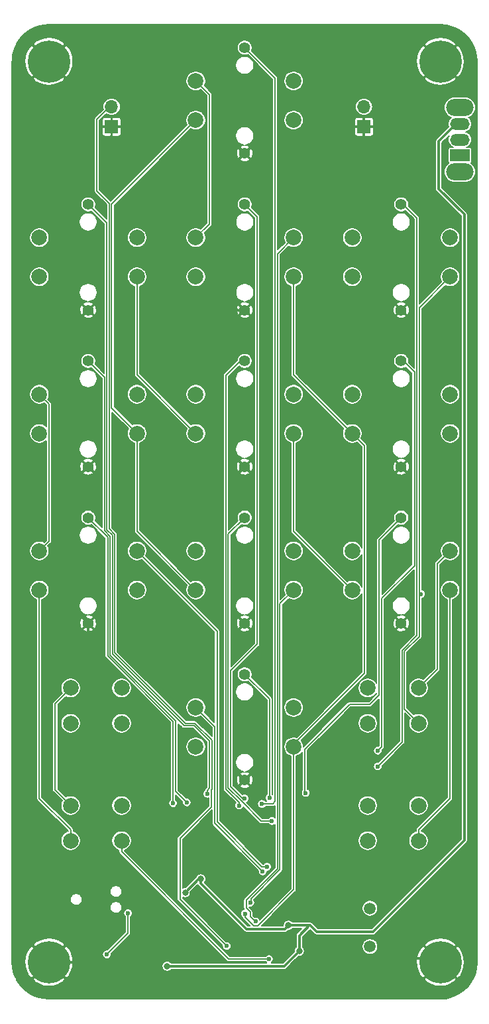
<source format=gbr>
G04 #@! TF.GenerationSoftware,KiCad,Pcbnew,(5.1.4)-1*
G04 #@! TF.CreationDate,2019-10-23T11:26:40-04:00*
G04 #@! TF.ProjectId,MerlinGame,4d65726c-696e-4476-916d-652e6b696361,A*
G04 #@! TF.SameCoordinates,Original*
G04 #@! TF.FileFunction,Copper,L2,Bot*
G04 #@! TF.FilePolarity,Positive*
%FSLAX46Y46*%
G04 Gerber Fmt 4.6, Leading zero omitted, Abs format (unit mm)*
G04 Created by KiCad (PCBNEW (5.1.4)-1) date 2019-10-23 11:26:40*
%MOMM*%
%LPD*%
G04 APERTURE LIST*
%ADD10O,1.700000X1.700000*%
%ADD11R,1.700000X1.700000*%
%ADD12C,5.400000*%
%ADD13O,3.500000X2.200000*%
%ADD14O,2.500000X1.500000*%
%ADD15R,2.500000X1.500000*%
%ADD16C,1.500000*%
%ADD17C,2.000000*%
%ADD18C,1.400000*%
%ADD19C,0.800000*%
%ADD20C,0.600000*%
%ADD21C,0.300000*%
%ADD22C,0.150000*%
G04 APERTURE END LIST*
D10*
X63000000Y-50800000D03*
D11*
X63000000Y-53340000D03*
D10*
X95250000Y-50800000D03*
D11*
X95250000Y-53340000D03*
D12*
X105000000Y-45000000D03*
X55000000Y-160000000D03*
X105000000Y-160000000D03*
X55000000Y-45000000D03*
D13*
X107500000Y-50900000D03*
X107500000Y-59100000D03*
D14*
X107500000Y-53000000D03*
X107500000Y-55000000D03*
D15*
X107500000Y-57000000D03*
D16*
X96000000Y-153120000D03*
X96000000Y-158000000D03*
D17*
X102225000Y-140000000D03*
X102225000Y-144500000D03*
X95725000Y-140000000D03*
X95725000Y-144500000D03*
X64275000Y-140000000D03*
X64275000Y-144500000D03*
X57775000Y-140000000D03*
X57775000Y-144500000D03*
X102225000Y-125000000D03*
X102225000Y-129500000D03*
X95725000Y-125000000D03*
X95725000Y-129500000D03*
X64275000Y-125000000D03*
X64275000Y-129500000D03*
X57775000Y-125000000D03*
X57775000Y-129500000D03*
D18*
X80000000Y-136750000D03*
X80000000Y-123250000D03*
D17*
X73750000Y-132500000D03*
X73750000Y-127500000D03*
X86250000Y-132500000D03*
X86250000Y-127500000D03*
D18*
X100000000Y-116750000D03*
X100000000Y-103250000D03*
D17*
X93750000Y-112500000D03*
X93750000Y-107500000D03*
X106250000Y-112500000D03*
X106250000Y-107500000D03*
D18*
X80000000Y-116750000D03*
X80000000Y-103250000D03*
D17*
X73750000Y-112500000D03*
X73750000Y-107500000D03*
X86250000Y-112500000D03*
X86250000Y-107500000D03*
D18*
X60000000Y-116750000D03*
X60000000Y-103250000D03*
D17*
X53750000Y-112500000D03*
X53750000Y-107500000D03*
X66250000Y-112500000D03*
X66250000Y-107500000D03*
D18*
X100000000Y-96750000D03*
X100000000Y-83250000D03*
D17*
X93750000Y-92500000D03*
X93750000Y-87500000D03*
X106250000Y-92500000D03*
X106250000Y-87500000D03*
D18*
X80000000Y-96750000D03*
X80000000Y-83250000D03*
D17*
X73750000Y-92500000D03*
X73750000Y-87500000D03*
X86250000Y-92500000D03*
X86250000Y-87500000D03*
D18*
X60000000Y-96750000D03*
X60000000Y-83250000D03*
D17*
X53750000Y-92500000D03*
X53750000Y-87500000D03*
X66250000Y-92500000D03*
X66250000Y-87500000D03*
D18*
X100000000Y-76750000D03*
X100000000Y-63250000D03*
D17*
X93750000Y-72500000D03*
X93750000Y-67500000D03*
X106250000Y-72500000D03*
X106250000Y-67500000D03*
D18*
X80000000Y-76750000D03*
X80000000Y-63250000D03*
D17*
X73750000Y-72500000D03*
X73750000Y-67500000D03*
X86250000Y-72500000D03*
X86250000Y-67500000D03*
D18*
X60000000Y-76750000D03*
X60000000Y-63250000D03*
D17*
X53750000Y-72500000D03*
X53750000Y-67500000D03*
X66250000Y-72500000D03*
X66250000Y-67500000D03*
D18*
X80000000Y-56750000D03*
X80000000Y-43250000D03*
D17*
X73750000Y-52500000D03*
X73750000Y-47500000D03*
X86250000Y-52500000D03*
X86250000Y-47500000D03*
D19*
X72600000Y-155500000D03*
D20*
X67299966Y-160500000D03*
D19*
X64999984Y-150000000D03*
X69500000Y-147500000D03*
X63500000Y-147500000D03*
X75900000Y-146600000D03*
X67300000Y-154300000D03*
X90500000Y-157000000D03*
X90500000Y-155000000D03*
X90500000Y-152000000D03*
X84500000Y-150500000D03*
X77000000Y-155500000D03*
X70000000Y-135000000D03*
D20*
X83474968Y-141974957D03*
X87799998Y-138400000D03*
X83174957Y-139000002D03*
X80000000Y-139100000D03*
X75200000Y-138500000D03*
X97000000Y-135000000D03*
X82200000Y-139800000D03*
X72600001Y-139600000D03*
X70849987Y-139700000D03*
X79300002Y-140000000D03*
X96999999Y-133000001D03*
X62389328Y-159010672D03*
X65099990Y-153736303D03*
D19*
X72400000Y-151100000D03*
X74399932Y-149378601D03*
X70100000Y-160500000D03*
X85600000Y-155300000D03*
X86975000Y-158575002D03*
D20*
X83100000Y-159600000D03*
X102525010Y-113000000D03*
X80733744Y-152408734D03*
X82300000Y-148400000D03*
X82874990Y-147800000D03*
X81400006Y-154799994D03*
X80025021Y-153800000D03*
X77700000Y-157925000D03*
D21*
X104500000Y-159500000D02*
X105000000Y-160000000D01*
X91800000Y-159500000D02*
X104500000Y-159500000D01*
X63900000Y-160000000D02*
X55000000Y-160000000D01*
X58749999Y-98000001D02*
X60000000Y-96750000D01*
X58749999Y-115100001D02*
X58749999Y-98000001D01*
X60000000Y-116350002D02*
X58749999Y-115100001D01*
X60000000Y-116750000D02*
X60000000Y-116350002D01*
X58749999Y-78000001D02*
X60000000Y-76750000D01*
X58749999Y-95499999D02*
X58749999Y-78000001D01*
X60000000Y-96750000D02*
X58749999Y-95499999D01*
X78749999Y-58000001D02*
X80000000Y-56750000D01*
X78749999Y-76489948D02*
X78749999Y-58000001D01*
X79010051Y-76750000D02*
X78749999Y-76489948D01*
X80000000Y-76750000D02*
X79010051Y-76750000D01*
X60000000Y-129818376D02*
X60000000Y-116750000D01*
X65181624Y-135000000D02*
X60000000Y-129818376D01*
X69000000Y-135000000D02*
X65181624Y-135000000D01*
X72600000Y-155500000D02*
X67600000Y-160500000D01*
X67600000Y-160500000D02*
X67299966Y-160500000D01*
X66875702Y-160500000D02*
X67299966Y-160500000D01*
X63900000Y-160000000D02*
X66375702Y-160000000D01*
X66375702Y-160000000D02*
X66875702Y-160500000D01*
X62900000Y-147900016D02*
X64999984Y-150000000D01*
X65181624Y-135000000D02*
X62900000Y-137281624D01*
X62900000Y-137281624D02*
X62900000Y-147900016D01*
X65750000Y-150750016D02*
X64999984Y-150000000D01*
X65750000Y-158150000D02*
X65750000Y-150750016D01*
X63900000Y-160000000D02*
X65750000Y-158150000D01*
X70000000Y-135000000D02*
X69000000Y-135000000D01*
D22*
X77899989Y-105350011D02*
X77899989Y-137775711D01*
X82097955Y-141974957D02*
X83050704Y-141974957D01*
X83050704Y-141974957D02*
X83474968Y-141974957D01*
X79600013Y-139477015D02*
X82097955Y-141974957D01*
X77899989Y-137775711D02*
X79600013Y-139475734D01*
X80000000Y-103250000D02*
X77899989Y-105350011D01*
X79600013Y-139475734D02*
X79600013Y-139477015D01*
X97200000Y-106050000D02*
X100000000Y-103250000D01*
X87700000Y-138300002D02*
X87700000Y-132800000D01*
X87799998Y-138400000D02*
X87700000Y-138300002D01*
X93400000Y-127100000D02*
X96000000Y-127100000D01*
X96000000Y-127100000D02*
X97200000Y-125900000D01*
X87700000Y-132800000D02*
X93400000Y-127100000D01*
X97200000Y-125900000D02*
X97200000Y-106050000D01*
X83174957Y-126424957D02*
X83174957Y-139000002D01*
X80000000Y-123250000D02*
X83174957Y-126424957D01*
X79700000Y-139100000D02*
X80000000Y-139100000D01*
X78200000Y-137600000D02*
X79700000Y-139100000D01*
X78200000Y-122800000D02*
X78200000Y-137600000D01*
X81600000Y-119400000D02*
X78200000Y-122800000D01*
X80000000Y-63250000D02*
X81600000Y-64850000D01*
X81600000Y-64850000D02*
X81600000Y-119400000D01*
X63100022Y-105501464D02*
X63100022Y-120651465D01*
X63100022Y-120651465D02*
X72248556Y-129800000D01*
X62399978Y-65649978D02*
X62399978Y-104801420D01*
X72248556Y-129800000D02*
X73537860Y-129800000D01*
X73537860Y-129800000D02*
X75500000Y-131762140D01*
X75500000Y-137775736D02*
X75200000Y-138075736D01*
X75500000Y-131762140D02*
X75500000Y-137775736D01*
X62399978Y-104801420D02*
X63100022Y-105501464D01*
X60000000Y-63250000D02*
X62399978Y-65649978D01*
X75200000Y-138075736D02*
X75200000Y-138500000D01*
X100250000Y-63250000D02*
X100000000Y-63250000D01*
X102000000Y-65000000D02*
X100250000Y-63250000D01*
X102000000Y-118299999D02*
X102000000Y-65000000D01*
X100099989Y-120200010D02*
X102000000Y-118299999D01*
X97000000Y-135000000D02*
X100099989Y-131900011D01*
X100099989Y-131900011D02*
X100099989Y-120200010D01*
X80000000Y-43250000D02*
X83899967Y-47149967D01*
X83577004Y-139800000D02*
X82200000Y-139800000D01*
X83899967Y-139477037D02*
X83577004Y-139800000D01*
X83899967Y-47149967D02*
X83899967Y-139477037D01*
X71200000Y-138199999D02*
X72600001Y-139600000D01*
X71200000Y-129175722D02*
X71200000Y-138199999D01*
X62800011Y-105625732D02*
X62800011Y-120775733D01*
X62099967Y-104925688D02*
X62800011Y-105625732D01*
X62099967Y-85349967D02*
X62099967Y-104925688D01*
X62800011Y-120775733D02*
X71200000Y-129175722D01*
X60000000Y-83250000D02*
X62099967Y-85349967D01*
X70849987Y-129249988D02*
X70849987Y-139275736D01*
X70849987Y-139275736D02*
X70849987Y-139700000D01*
X60000000Y-103250000D02*
X62500000Y-105750000D01*
X62500000Y-105750000D02*
X62500000Y-120900001D01*
X62500000Y-120900001D02*
X70849987Y-129249988D01*
X79450000Y-83250000D02*
X80000000Y-83250000D01*
X79300002Y-139600002D02*
X77599978Y-137899978D01*
X79300002Y-140000000D02*
X79300002Y-139600002D01*
X77599978Y-137899978D02*
X77599978Y-85100022D01*
X77599978Y-85100022D02*
X79450000Y-83250000D01*
X97299998Y-132700002D02*
X96999999Y-133000001D01*
X100000000Y-83250000D02*
X100275000Y-83250000D01*
X101699978Y-84674978D02*
X101699978Y-109351464D01*
X101699978Y-109351464D02*
X97500011Y-113551431D01*
X100275000Y-83250000D02*
X101699978Y-84674978D01*
X97500011Y-113551431D02*
X97500011Y-132499989D01*
X97500011Y-132499989D02*
X97299998Y-132700002D01*
X65099990Y-156300010D02*
X65099990Y-153736303D01*
X62389328Y-159010672D02*
X65099990Y-156300010D01*
D21*
X74121399Y-149378601D02*
X72400000Y-151100000D01*
X74399932Y-149378601D02*
X74121399Y-149378601D01*
X86575001Y-158975001D02*
X86975000Y-158575002D01*
X85050002Y-160500000D02*
X86575001Y-158975001D01*
X70100000Y-160500000D02*
X85050002Y-160500000D01*
X74399932Y-149944286D02*
X80205652Y-155750006D01*
X80205652Y-155750006D02*
X85149994Y-155750006D01*
X74399932Y-149378601D02*
X74399932Y-149944286D01*
X85200001Y-155699999D02*
X85600000Y-155300000D01*
X85149994Y-155750006D02*
X85200001Y-155699999D01*
X89200000Y-156100000D02*
X88400000Y-155300000D01*
X96400000Y-156100000D02*
X89200000Y-156100000D01*
X107000000Y-53000000D02*
X104800000Y-55200000D01*
X107500000Y-53000000D02*
X107000000Y-53000000D01*
X104800000Y-55200000D02*
X104800000Y-61300000D01*
X104800000Y-61300000D02*
X108050001Y-64550001D01*
X108050001Y-64550001D02*
X108050001Y-144449999D01*
X108050001Y-144449999D02*
X96400000Y-156100000D01*
X86975000Y-156625000D02*
X88300000Y-155300000D01*
X86975000Y-158575002D02*
X86975000Y-156625000D01*
X88362002Y-155300000D02*
X88300000Y-155300000D01*
X88300000Y-155300000D02*
X85600000Y-155300000D01*
D22*
X53750000Y-139060787D02*
X53750000Y-112500000D01*
X57775000Y-143085787D02*
X53750000Y-139060787D01*
X57775000Y-144500000D02*
X57775000Y-143085787D01*
X64275000Y-145914213D02*
X77960787Y-159600000D01*
X77960787Y-159600000D02*
X83100000Y-159600000D01*
X64275000Y-144500000D02*
X64275000Y-145914213D01*
X102300000Y-113225010D02*
X102525010Y-113000000D01*
X102300000Y-118424278D02*
X102300000Y-113225010D01*
X100400000Y-120324278D02*
X102300000Y-118424278D01*
X102225000Y-129500000D02*
X100400000Y-127675000D01*
X100400000Y-127675000D02*
X100400000Y-120324278D01*
X102300000Y-112774990D02*
X102525010Y-113000000D01*
X102300000Y-76450000D02*
X102300000Y-112774990D01*
X106250000Y-72500000D02*
X102300000Y-76450000D01*
X106250000Y-139060787D02*
X106250000Y-112500000D01*
X102225000Y-143085787D02*
X106250000Y-139060787D01*
X102225000Y-144500000D02*
X102225000Y-143085787D01*
X66250000Y-85000000D02*
X66250000Y-72500000D01*
X73750000Y-92500000D02*
X66250000Y-85000000D01*
X86250000Y-105000000D02*
X86250000Y-92500000D01*
X93750000Y-112500000D02*
X86250000Y-105000000D01*
X66250000Y-105000000D02*
X66250000Y-92500000D01*
X73750000Y-112500000D02*
X66250000Y-105000000D01*
X63000000Y-63250000D02*
X73750000Y-52500000D01*
X63000000Y-89250000D02*
X63000000Y-63250000D01*
X66250000Y-92500000D02*
X63000000Y-89250000D01*
X80800000Y-151900000D02*
X80800000Y-152342478D01*
X86250000Y-112500000D02*
X84499989Y-114250011D01*
X84499989Y-114250011D02*
X84499989Y-148200011D01*
X84499989Y-148200011D02*
X80800000Y-151900000D01*
X80800000Y-152342478D02*
X80733744Y-152408734D01*
X55800000Y-138025000D02*
X57775000Y-140000000D01*
X57775000Y-125000000D02*
X55800000Y-126975000D01*
X55800000Y-126975000D02*
X55800000Y-138025000D01*
X104600000Y-109150000D02*
X106250000Y-107500000D01*
X102225000Y-125000000D02*
X104600000Y-122625000D01*
X104600000Y-122625000D02*
X104600000Y-109150000D01*
X76174987Y-129924987D02*
X76174987Y-142274987D01*
X76174987Y-142274987D02*
X82300000Y-148400000D01*
X73750000Y-127500000D02*
X76174987Y-129924987D01*
X54975001Y-88725001D02*
X53750000Y-87500000D01*
X54975001Y-106274999D02*
X54975001Y-88725001D01*
X53750000Y-107500000D02*
X54975001Y-106274999D01*
X76474998Y-117724998D02*
X66250000Y-107500000D01*
X76474998Y-142074998D02*
X76474998Y-117724998D01*
X82874990Y-147800000D02*
X82200000Y-147800000D01*
X82200000Y-147800000D02*
X76474998Y-142074998D01*
X80700000Y-154200000D02*
X81299994Y-154799994D01*
X84199978Y-69550022D02*
X84199978Y-148075744D01*
X86250000Y-67500000D02*
X84199978Y-69550022D01*
X84199978Y-148075744D02*
X80200000Y-152075722D01*
X80200000Y-152075722D02*
X80200000Y-153100000D01*
X80200000Y-153100000D02*
X80700000Y-153600000D01*
X81299994Y-154799994D02*
X81400006Y-154799994D01*
X80700000Y-153600000D02*
X80700000Y-154200000D01*
X75500000Y-65750000D02*
X73750000Y-67500000D01*
X73750000Y-47500000D02*
X75500000Y-49250000D01*
X75500000Y-49250000D02*
X75500000Y-65750000D01*
X86250000Y-85000000D02*
X86250000Y-72500000D01*
X93750000Y-92500000D02*
X86250000Y-85000000D01*
X81652007Y-155324995D02*
X81125752Y-155324995D01*
X81125752Y-155324995D02*
X80025021Y-154224264D01*
X86250000Y-132500000D02*
X86250000Y-150727002D01*
X80025021Y-154224264D02*
X80025021Y-153800000D01*
X86250000Y-150727002D02*
X81652007Y-155324995D01*
X86250000Y-132150000D02*
X86250000Y-132500000D01*
X95300000Y-123100000D02*
X86250000Y-132150000D01*
X93750000Y-92500000D02*
X95300000Y-94050000D01*
X95300000Y-94050000D02*
X95300000Y-123100000D01*
X62700000Y-50800000D02*
X63000000Y-50800000D01*
X61100000Y-52400000D02*
X62700000Y-50800000D01*
X62699989Y-104677152D02*
X62699989Y-63125732D01*
X63400033Y-105377196D02*
X62699989Y-104677152D01*
X63400033Y-120500033D02*
X63400033Y-105377196D01*
X72399989Y-129499989D02*
X63400033Y-120500033D01*
X73662128Y-129499989D02*
X72399989Y-129499989D01*
X71724999Y-151949999D02*
X71724999Y-144175001D01*
X77700000Y-157925000D02*
X71724999Y-151949999D01*
X62699989Y-63125732D02*
X61100000Y-61525743D01*
X75725001Y-140174999D02*
X75725001Y-137975014D01*
X75800011Y-131637872D02*
X73662128Y-129499989D01*
X75725001Y-137975014D02*
X75800011Y-137900004D01*
X61100000Y-61525743D02*
X61100000Y-52400000D01*
X71724999Y-144175001D02*
X75725001Y-140174999D01*
X75800011Y-137900004D02*
X75800011Y-131637872D01*
G36*
X105832087Y-40375454D02*
G01*
X106637871Y-40595891D01*
X107391888Y-40955539D01*
X108070296Y-41443025D01*
X108651660Y-42042946D01*
X109117595Y-42736330D01*
X109453381Y-43501271D01*
X109648955Y-44315895D01*
X109700000Y-45010996D01*
X109700001Y-159986632D01*
X109624546Y-160832087D01*
X109404109Y-161637870D01*
X109044460Y-162391890D01*
X108556975Y-163070296D01*
X107957054Y-163651660D01*
X107263670Y-164117595D01*
X106498726Y-164453382D01*
X105684105Y-164648955D01*
X104989005Y-164700000D01*
X55013357Y-164700000D01*
X54167913Y-164624546D01*
X53362130Y-164404109D01*
X52608110Y-164044460D01*
X51929704Y-163556975D01*
X51348340Y-162957054D01*
X50882405Y-162263670D01*
X50841705Y-162170952D01*
X52935114Y-162170952D01*
X53245026Y-162543112D01*
X53774884Y-162836625D01*
X54351822Y-163021129D01*
X54953670Y-163089533D01*
X55557298Y-163039207D01*
X56139509Y-162872086D01*
X56677930Y-162594592D01*
X56754974Y-162543112D01*
X57064886Y-162170952D01*
X102935114Y-162170952D01*
X103245026Y-162543112D01*
X103774884Y-162836625D01*
X104351822Y-163021129D01*
X104953670Y-163089533D01*
X105557298Y-163039207D01*
X106139509Y-162872086D01*
X106677930Y-162594592D01*
X106754974Y-162543112D01*
X107064886Y-162170952D01*
X105000000Y-160106066D01*
X102935114Y-162170952D01*
X57064886Y-162170952D01*
X55000000Y-160106066D01*
X52935114Y-162170952D01*
X50841705Y-162170952D01*
X50546618Y-161498726D01*
X50351045Y-160684105D01*
X50300000Y-159989005D01*
X50300000Y-159953670D01*
X51910467Y-159953670D01*
X51960793Y-160557298D01*
X52127914Y-161139509D01*
X52405408Y-161677930D01*
X52456888Y-161754974D01*
X52829048Y-162064886D01*
X54893934Y-160000000D01*
X55106066Y-160000000D01*
X57170952Y-162064886D01*
X57543112Y-161754974D01*
X57836625Y-161225116D01*
X58021129Y-160648178D01*
X58089533Y-160046330D01*
X58039207Y-159442702D01*
X57898939Y-158954039D01*
X61814328Y-158954039D01*
X61814328Y-159067305D01*
X61836425Y-159178393D01*
X61879770Y-159283037D01*
X61942696Y-159377213D01*
X62022787Y-159457304D01*
X62116963Y-159520230D01*
X62221607Y-159563575D01*
X62332695Y-159585672D01*
X62445961Y-159585672D01*
X62557049Y-159563575D01*
X62661693Y-159520230D01*
X62755869Y-159457304D01*
X62835960Y-159377213D01*
X62898886Y-159283037D01*
X62942231Y-159178393D01*
X62964328Y-159067305D01*
X62964328Y-158954039D01*
X62960447Y-158934526D01*
X65335320Y-156559654D01*
X65348674Y-156548695D01*
X65392412Y-156495400D01*
X65424912Y-156434597D01*
X65444925Y-156368622D01*
X65449990Y-156317199D01*
X65449990Y-156317198D01*
X65451683Y-156300010D01*
X65449990Y-156282821D01*
X65449990Y-154193987D01*
X65466531Y-154182935D01*
X65546622Y-154102844D01*
X65609548Y-154008668D01*
X65652893Y-153904024D01*
X65674990Y-153792936D01*
X65674990Y-153679670D01*
X65652893Y-153568582D01*
X65609548Y-153463938D01*
X65546622Y-153369762D01*
X65466531Y-153289671D01*
X65372355Y-153226745D01*
X65267711Y-153183400D01*
X65156623Y-153161303D01*
X65043357Y-153161303D01*
X64932269Y-153183400D01*
X64827625Y-153226745D01*
X64733449Y-153289671D01*
X64653358Y-153369762D01*
X64590432Y-153463938D01*
X64547087Y-153568582D01*
X64524990Y-153679670D01*
X64524990Y-153792936D01*
X64547087Y-153904024D01*
X64590432Y-154008668D01*
X64653358Y-154102844D01*
X64733449Y-154182935D01*
X64749991Y-154193988D01*
X64749990Y-156155036D01*
X62465474Y-158439553D01*
X62445961Y-158435672D01*
X62332695Y-158435672D01*
X62221607Y-158457769D01*
X62116963Y-158501114D01*
X62022787Y-158564040D01*
X61942696Y-158644131D01*
X61879770Y-158738307D01*
X61836425Y-158842951D01*
X61814328Y-158954039D01*
X57898939Y-158954039D01*
X57872086Y-158860491D01*
X57594592Y-158322070D01*
X57543112Y-158245026D01*
X57170952Y-157935114D01*
X55106066Y-160000000D01*
X54893934Y-160000000D01*
X52829048Y-157935114D01*
X52456888Y-158245026D01*
X52163375Y-158774884D01*
X51978871Y-159351822D01*
X51910467Y-159953670D01*
X50300000Y-159953670D01*
X50300000Y-157829048D01*
X52935114Y-157829048D01*
X55000000Y-159893934D01*
X57064886Y-157829048D01*
X56754974Y-157456888D01*
X56225116Y-157163375D01*
X55648178Y-156978871D01*
X55046330Y-156910467D01*
X54442702Y-156960793D01*
X53860491Y-157127914D01*
X53322070Y-157405408D01*
X53245026Y-157456888D01*
X52935114Y-157829048D01*
X50300000Y-157829048D01*
X50300000Y-152940132D01*
X62769700Y-152940132D01*
X62769700Y-153091868D01*
X62799302Y-153240688D01*
X62857369Y-153380874D01*
X62941669Y-153507038D01*
X63048962Y-153614331D01*
X63175126Y-153698631D01*
X63315312Y-153756698D01*
X63464132Y-153786300D01*
X63615868Y-153786300D01*
X63764688Y-153756698D01*
X63904874Y-153698631D01*
X64031038Y-153614331D01*
X64138331Y-153507038D01*
X64222631Y-153380874D01*
X64280698Y-153240688D01*
X64310300Y-153091868D01*
X64310300Y-152940132D01*
X64280698Y-152791312D01*
X64222631Y-152651126D01*
X64138331Y-152524962D01*
X64031038Y-152417669D01*
X63904874Y-152333369D01*
X63764688Y-152275302D01*
X63615868Y-152245700D01*
X63464132Y-152245700D01*
X63315312Y-152275302D01*
X63175126Y-152333369D01*
X63048962Y-152417669D01*
X62941669Y-152524962D01*
X62857369Y-152651126D01*
X62799302Y-152791312D01*
X62769700Y-152940132D01*
X50300000Y-152940132D01*
X50300000Y-151924132D01*
X57689700Y-151924132D01*
X57689700Y-152075868D01*
X57719302Y-152224688D01*
X57777369Y-152364874D01*
X57861669Y-152491038D01*
X57968962Y-152598331D01*
X58095126Y-152682631D01*
X58235312Y-152740698D01*
X58384132Y-152770300D01*
X58535868Y-152770300D01*
X58684688Y-152740698D01*
X58824874Y-152682631D01*
X58951038Y-152598331D01*
X59058331Y-152491038D01*
X59142631Y-152364874D01*
X59200698Y-152224688D01*
X59230300Y-152075868D01*
X59230300Y-151924132D01*
X59200698Y-151775312D01*
X59142631Y-151635126D01*
X59058331Y-151508962D01*
X58951038Y-151401669D01*
X58824874Y-151317369D01*
X58684688Y-151259302D01*
X58535868Y-151229700D01*
X58384132Y-151229700D01*
X58235312Y-151259302D01*
X58095126Y-151317369D01*
X57968962Y-151401669D01*
X57861669Y-151508962D01*
X57777369Y-151635126D01*
X57719302Y-151775312D01*
X57689700Y-151924132D01*
X50300000Y-151924132D01*
X50300000Y-150908132D01*
X62769700Y-150908132D01*
X62769700Y-151059868D01*
X62799302Y-151208688D01*
X62857369Y-151348874D01*
X62941669Y-151475038D01*
X63048962Y-151582331D01*
X63175126Y-151666631D01*
X63315312Y-151724698D01*
X63464132Y-151754300D01*
X63615868Y-151754300D01*
X63764688Y-151724698D01*
X63904874Y-151666631D01*
X64031038Y-151582331D01*
X64138331Y-151475038D01*
X64222631Y-151348874D01*
X64280698Y-151208688D01*
X64310300Y-151059868D01*
X64310300Y-150908132D01*
X64280698Y-150759312D01*
X64222631Y-150619126D01*
X64138331Y-150492962D01*
X64031038Y-150385669D01*
X63904874Y-150301369D01*
X63764688Y-150243302D01*
X63615868Y-150213700D01*
X63464132Y-150213700D01*
X63315312Y-150243302D01*
X63175126Y-150301369D01*
X63048962Y-150385669D01*
X62941669Y-150492962D01*
X62857369Y-150619126D01*
X62799302Y-150759312D01*
X62769700Y-150908132D01*
X50300000Y-150908132D01*
X50300000Y-112374423D01*
X52475000Y-112374423D01*
X52475000Y-112625577D01*
X52523998Y-112871904D01*
X52620110Y-113103939D01*
X52759643Y-113312765D01*
X52937235Y-113490357D01*
X53146061Y-113629890D01*
X53378096Y-113726002D01*
X53400001Y-113730359D01*
X53400000Y-139043599D01*
X53398307Y-139060787D01*
X53400000Y-139077975D01*
X53405065Y-139129398D01*
X53425078Y-139195373D01*
X53457578Y-139256176D01*
X53501315Y-139309471D01*
X53514676Y-139320436D01*
X57425001Y-143230763D01*
X57425001Y-143269641D01*
X57403096Y-143273998D01*
X57171061Y-143370110D01*
X56962235Y-143509643D01*
X56784643Y-143687235D01*
X56645110Y-143896061D01*
X56548998Y-144128096D01*
X56500000Y-144374423D01*
X56500000Y-144625577D01*
X56548998Y-144871904D01*
X56645110Y-145103939D01*
X56784643Y-145312765D01*
X56962235Y-145490357D01*
X57171061Y-145629890D01*
X57403096Y-145726002D01*
X57649423Y-145775000D01*
X57900577Y-145775000D01*
X58146904Y-145726002D01*
X58378939Y-145629890D01*
X58587765Y-145490357D01*
X58765357Y-145312765D01*
X58904890Y-145103939D01*
X59001002Y-144871904D01*
X59050000Y-144625577D01*
X59050000Y-144374423D01*
X59001002Y-144128096D01*
X58904890Y-143896061D01*
X58765357Y-143687235D01*
X58587765Y-143509643D01*
X58378939Y-143370110D01*
X58146904Y-143273998D01*
X58125000Y-143269641D01*
X58125000Y-143102976D01*
X58126693Y-143085787D01*
X58119935Y-143017175D01*
X58099922Y-142951200D01*
X58067422Y-142890397D01*
X58034642Y-142850454D01*
X58023685Y-142837102D01*
X58010331Y-142826143D01*
X54100000Y-138915814D01*
X54100000Y-126975000D01*
X55448307Y-126975000D01*
X55450000Y-126992188D01*
X55450001Y-138007802D01*
X55448307Y-138025000D01*
X55455065Y-138093611D01*
X55466525Y-138131388D01*
X55475079Y-138159587D01*
X55507579Y-138220390D01*
X55551316Y-138273685D01*
X55564676Y-138284649D01*
X56657518Y-139377491D01*
X56645110Y-139396061D01*
X56548998Y-139628096D01*
X56500000Y-139874423D01*
X56500000Y-140125577D01*
X56548998Y-140371904D01*
X56645110Y-140603939D01*
X56784643Y-140812765D01*
X56962235Y-140990357D01*
X57171061Y-141129890D01*
X57403096Y-141226002D01*
X57649423Y-141275000D01*
X57900577Y-141275000D01*
X58146904Y-141226002D01*
X58378939Y-141129890D01*
X58587765Y-140990357D01*
X58765357Y-140812765D01*
X58904890Y-140603939D01*
X59001002Y-140371904D01*
X59050000Y-140125577D01*
X59050000Y-139874423D01*
X63000000Y-139874423D01*
X63000000Y-140125577D01*
X63048998Y-140371904D01*
X63145110Y-140603939D01*
X63284643Y-140812765D01*
X63462235Y-140990357D01*
X63671061Y-141129890D01*
X63903096Y-141226002D01*
X64149423Y-141275000D01*
X64400577Y-141275000D01*
X64646904Y-141226002D01*
X64878939Y-141129890D01*
X65087765Y-140990357D01*
X65265357Y-140812765D01*
X65404890Y-140603939D01*
X65501002Y-140371904D01*
X65550000Y-140125577D01*
X65550000Y-139874423D01*
X65501002Y-139628096D01*
X65404890Y-139396061D01*
X65265357Y-139187235D01*
X65087765Y-139009643D01*
X64878939Y-138870110D01*
X64646904Y-138773998D01*
X64400577Y-138725000D01*
X64149423Y-138725000D01*
X63903096Y-138773998D01*
X63671061Y-138870110D01*
X63462235Y-139009643D01*
X63284643Y-139187235D01*
X63145110Y-139396061D01*
X63048998Y-139628096D01*
X63000000Y-139874423D01*
X59050000Y-139874423D01*
X59001002Y-139628096D01*
X58904890Y-139396061D01*
X58765357Y-139187235D01*
X58587765Y-139009643D01*
X58378939Y-138870110D01*
X58146904Y-138773998D01*
X57900577Y-138725000D01*
X57649423Y-138725000D01*
X57403096Y-138773998D01*
X57171061Y-138870110D01*
X57152491Y-138882518D01*
X56150000Y-137880027D01*
X56150000Y-129374423D01*
X56500000Y-129374423D01*
X56500000Y-129625577D01*
X56548998Y-129871904D01*
X56645110Y-130103939D01*
X56784643Y-130312765D01*
X56962235Y-130490357D01*
X57171061Y-130629890D01*
X57403096Y-130726002D01*
X57649423Y-130775000D01*
X57900577Y-130775000D01*
X58146904Y-130726002D01*
X58378939Y-130629890D01*
X58587765Y-130490357D01*
X58765357Y-130312765D01*
X58904890Y-130103939D01*
X59001002Y-129871904D01*
X59050000Y-129625577D01*
X59050000Y-129374423D01*
X63000000Y-129374423D01*
X63000000Y-129625577D01*
X63048998Y-129871904D01*
X63145110Y-130103939D01*
X63284643Y-130312765D01*
X63462235Y-130490357D01*
X63671061Y-130629890D01*
X63903096Y-130726002D01*
X64149423Y-130775000D01*
X64400577Y-130775000D01*
X64646904Y-130726002D01*
X64878939Y-130629890D01*
X65087765Y-130490357D01*
X65265357Y-130312765D01*
X65404890Y-130103939D01*
X65501002Y-129871904D01*
X65550000Y-129625577D01*
X65550000Y-129374423D01*
X65501002Y-129128096D01*
X65404890Y-128896061D01*
X65265357Y-128687235D01*
X65087765Y-128509643D01*
X64878939Y-128370110D01*
X64646904Y-128273998D01*
X64400577Y-128225000D01*
X64149423Y-128225000D01*
X63903096Y-128273998D01*
X63671061Y-128370110D01*
X63462235Y-128509643D01*
X63284643Y-128687235D01*
X63145110Y-128896061D01*
X63048998Y-129128096D01*
X63000000Y-129374423D01*
X59050000Y-129374423D01*
X59001002Y-129128096D01*
X58904890Y-128896061D01*
X58765357Y-128687235D01*
X58587765Y-128509643D01*
X58378939Y-128370110D01*
X58146904Y-128273998D01*
X57900577Y-128225000D01*
X57649423Y-128225000D01*
X57403096Y-128273998D01*
X57171061Y-128370110D01*
X56962235Y-128509643D01*
X56784643Y-128687235D01*
X56645110Y-128896061D01*
X56548998Y-129128096D01*
X56500000Y-129374423D01*
X56150000Y-129374423D01*
X56150000Y-127119973D01*
X57152491Y-126117482D01*
X57171061Y-126129890D01*
X57403096Y-126226002D01*
X57649423Y-126275000D01*
X57900577Y-126275000D01*
X58146904Y-126226002D01*
X58378939Y-126129890D01*
X58587765Y-125990357D01*
X58765357Y-125812765D01*
X58904890Y-125603939D01*
X59001002Y-125371904D01*
X59050000Y-125125577D01*
X59050000Y-124874423D01*
X63000000Y-124874423D01*
X63000000Y-125125577D01*
X63048998Y-125371904D01*
X63145110Y-125603939D01*
X63284643Y-125812765D01*
X63462235Y-125990357D01*
X63671061Y-126129890D01*
X63903096Y-126226002D01*
X64149423Y-126275000D01*
X64400577Y-126275000D01*
X64646904Y-126226002D01*
X64878939Y-126129890D01*
X65087765Y-125990357D01*
X65265357Y-125812765D01*
X65404890Y-125603939D01*
X65501002Y-125371904D01*
X65550000Y-125125577D01*
X65550000Y-124874423D01*
X65501002Y-124628096D01*
X65404890Y-124396061D01*
X65265357Y-124187235D01*
X65087765Y-124009643D01*
X64878939Y-123870110D01*
X64646904Y-123773998D01*
X64400577Y-123725000D01*
X64149423Y-123725000D01*
X63903096Y-123773998D01*
X63671061Y-123870110D01*
X63462235Y-124009643D01*
X63284643Y-124187235D01*
X63145110Y-124396061D01*
X63048998Y-124628096D01*
X63000000Y-124874423D01*
X59050000Y-124874423D01*
X59001002Y-124628096D01*
X58904890Y-124396061D01*
X58765357Y-124187235D01*
X58587765Y-124009643D01*
X58378939Y-123870110D01*
X58146904Y-123773998D01*
X57900577Y-123725000D01*
X57649423Y-123725000D01*
X57403096Y-123773998D01*
X57171061Y-123870110D01*
X56962235Y-124009643D01*
X56784643Y-124187235D01*
X56645110Y-124396061D01*
X56548998Y-124628096D01*
X56500000Y-124874423D01*
X56500000Y-125125577D01*
X56548998Y-125371904D01*
X56645110Y-125603939D01*
X56657518Y-125622509D01*
X55564676Y-126715351D01*
X55551315Y-126726316D01*
X55507578Y-126779611D01*
X55475078Y-126840414D01*
X55467721Y-126864668D01*
X55455065Y-126906389D01*
X55448307Y-126975000D01*
X54100000Y-126975000D01*
X54100000Y-117498540D01*
X59357526Y-117498540D01*
X59427282Y-117665875D01*
X59616965Y-117760008D01*
X59821368Y-117815327D01*
X60032635Y-117829706D01*
X60242649Y-117802593D01*
X60443337Y-117735029D01*
X60572718Y-117665875D01*
X60642474Y-117498540D01*
X60000000Y-116856066D01*
X59357526Y-117498540D01*
X54100000Y-117498540D01*
X54100000Y-116782635D01*
X58920294Y-116782635D01*
X58947407Y-116992649D01*
X59014971Y-117193337D01*
X59084125Y-117322718D01*
X59251460Y-117392474D01*
X59893934Y-116750000D01*
X60106066Y-116750000D01*
X60748540Y-117392474D01*
X60915875Y-117322718D01*
X61010008Y-117133035D01*
X61065327Y-116928632D01*
X61079706Y-116717365D01*
X61052593Y-116507351D01*
X60985029Y-116306663D01*
X60915875Y-116177282D01*
X60748540Y-116107526D01*
X60106066Y-116750000D01*
X59893934Y-116750000D01*
X59251460Y-116107526D01*
X59084125Y-116177282D01*
X58989992Y-116366965D01*
X58934673Y-116571368D01*
X58920294Y-116782635D01*
X54100000Y-116782635D01*
X54100000Y-114384273D01*
X58825000Y-114384273D01*
X58825000Y-114615727D01*
X58870155Y-114842735D01*
X58958729Y-115056571D01*
X59087318Y-115249019D01*
X59250981Y-115412682D01*
X59443429Y-115541271D01*
X59657265Y-115629845D01*
X59884273Y-115675000D01*
X59930913Y-115675000D01*
X59757351Y-115697407D01*
X59556663Y-115764971D01*
X59427282Y-115834125D01*
X59357526Y-116001460D01*
X60000000Y-116643934D01*
X60642474Y-116001460D01*
X60572718Y-115834125D01*
X60383035Y-115739992D01*
X60178632Y-115684673D01*
X60036509Y-115675000D01*
X60115727Y-115675000D01*
X60342735Y-115629845D01*
X60556571Y-115541271D01*
X60749019Y-115412682D01*
X60912682Y-115249019D01*
X61041271Y-115056571D01*
X61129845Y-114842735D01*
X61175000Y-114615727D01*
X61175000Y-114384273D01*
X61129845Y-114157265D01*
X61041271Y-113943429D01*
X60912682Y-113750981D01*
X60749019Y-113587318D01*
X60556571Y-113458729D01*
X60342735Y-113370155D01*
X60115727Y-113325000D01*
X59884273Y-113325000D01*
X59657265Y-113370155D01*
X59443429Y-113458729D01*
X59250981Y-113587318D01*
X59087318Y-113750981D01*
X58958729Y-113943429D01*
X58870155Y-114157265D01*
X58825000Y-114384273D01*
X54100000Y-114384273D01*
X54100000Y-113730359D01*
X54121904Y-113726002D01*
X54353939Y-113629890D01*
X54562765Y-113490357D01*
X54740357Y-113312765D01*
X54879890Y-113103939D01*
X54976002Y-112871904D01*
X55025000Y-112625577D01*
X55025000Y-112374423D01*
X54976002Y-112128096D01*
X54879890Y-111896061D01*
X54740357Y-111687235D01*
X54562765Y-111509643D01*
X54353939Y-111370110D01*
X54121904Y-111273998D01*
X53875577Y-111225000D01*
X53624423Y-111225000D01*
X53378096Y-111273998D01*
X53146061Y-111370110D01*
X52937235Y-111509643D01*
X52759643Y-111687235D01*
X52620110Y-111896061D01*
X52523998Y-112128096D01*
X52475000Y-112374423D01*
X50300000Y-112374423D01*
X50300000Y-87374423D01*
X52475000Y-87374423D01*
X52475000Y-87625577D01*
X52523998Y-87871904D01*
X52620110Y-88103939D01*
X52759643Y-88312765D01*
X52937235Y-88490357D01*
X53146061Y-88629890D01*
X53378096Y-88726002D01*
X53624423Y-88775000D01*
X53875577Y-88775000D01*
X54121904Y-88726002D01*
X54353939Y-88629890D01*
X54372509Y-88617482D01*
X54625002Y-88869976D01*
X54625002Y-91571880D01*
X54562765Y-91509643D01*
X54353939Y-91370110D01*
X54121904Y-91273998D01*
X53875577Y-91225000D01*
X53624423Y-91225000D01*
X53378096Y-91273998D01*
X53146061Y-91370110D01*
X52937235Y-91509643D01*
X52759643Y-91687235D01*
X52620110Y-91896061D01*
X52523998Y-92128096D01*
X52475000Y-92374423D01*
X52475000Y-92625577D01*
X52523998Y-92871904D01*
X52620110Y-93103939D01*
X52759643Y-93312765D01*
X52937235Y-93490357D01*
X53146061Y-93629890D01*
X53378096Y-93726002D01*
X53624423Y-93775000D01*
X53875577Y-93775000D01*
X54121904Y-93726002D01*
X54353939Y-93629890D01*
X54562765Y-93490357D01*
X54625002Y-93428120D01*
X54625001Y-106130025D01*
X54372509Y-106382518D01*
X54353939Y-106370110D01*
X54121904Y-106273998D01*
X53875577Y-106225000D01*
X53624423Y-106225000D01*
X53378096Y-106273998D01*
X53146061Y-106370110D01*
X52937235Y-106509643D01*
X52759643Y-106687235D01*
X52620110Y-106896061D01*
X52523998Y-107128096D01*
X52475000Y-107374423D01*
X52475000Y-107625577D01*
X52523998Y-107871904D01*
X52620110Y-108103939D01*
X52759643Y-108312765D01*
X52937235Y-108490357D01*
X53146061Y-108629890D01*
X53378096Y-108726002D01*
X53624423Y-108775000D01*
X53875577Y-108775000D01*
X54121904Y-108726002D01*
X54353939Y-108629890D01*
X54562765Y-108490357D01*
X54740357Y-108312765D01*
X54879890Y-108103939D01*
X54976002Y-107871904D01*
X55025000Y-107625577D01*
X55025000Y-107374423D01*
X54976002Y-107128096D01*
X54879890Y-106896061D01*
X54867482Y-106877491D01*
X55210330Y-106534644D01*
X55223685Y-106523684D01*
X55267423Y-106470389D01*
X55299923Y-106409586D01*
X55319936Y-106343611D01*
X55325001Y-106292188D01*
X55325001Y-106292187D01*
X55326694Y-106275000D01*
X55325001Y-106257811D01*
X55325001Y-105384273D01*
X58825000Y-105384273D01*
X58825000Y-105615727D01*
X58870155Y-105842735D01*
X58958729Y-106056571D01*
X59087318Y-106249019D01*
X59250981Y-106412682D01*
X59443429Y-106541271D01*
X59657265Y-106629845D01*
X59884273Y-106675000D01*
X60115727Y-106675000D01*
X60342735Y-106629845D01*
X60556571Y-106541271D01*
X60749019Y-106412682D01*
X60912682Y-106249019D01*
X61041271Y-106056571D01*
X61129845Y-105842735D01*
X61175000Y-105615727D01*
X61175000Y-105384273D01*
X61129845Y-105157265D01*
X61041271Y-104943429D01*
X60912682Y-104750981D01*
X60749019Y-104587318D01*
X60556571Y-104458729D01*
X60342735Y-104370155D01*
X60115727Y-104325000D01*
X59884273Y-104325000D01*
X59657265Y-104370155D01*
X59443429Y-104458729D01*
X59250981Y-104587318D01*
X59087318Y-104750981D01*
X58958729Y-104943429D01*
X58870155Y-105157265D01*
X58825000Y-105384273D01*
X55325001Y-105384273D01*
X55325001Y-97498540D01*
X59357526Y-97498540D01*
X59427282Y-97665875D01*
X59616965Y-97760008D01*
X59821368Y-97815327D01*
X60032635Y-97829706D01*
X60242649Y-97802593D01*
X60443337Y-97735029D01*
X60572718Y-97665875D01*
X60642474Y-97498540D01*
X60000000Y-96856066D01*
X59357526Y-97498540D01*
X55325001Y-97498540D01*
X55325001Y-96782635D01*
X58920294Y-96782635D01*
X58947407Y-96992649D01*
X59014971Y-97193337D01*
X59084125Y-97322718D01*
X59251460Y-97392474D01*
X59893934Y-96750000D01*
X60106066Y-96750000D01*
X60748540Y-97392474D01*
X60915875Y-97322718D01*
X61010008Y-97133035D01*
X61065327Y-96928632D01*
X61079706Y-96717365D01*
X61052593Y-96507351D01*
X60985029Y-96306663D01*
X60915875Y-96177282D01*
X60748540Y-96107526D01*
X60106066Y-96750000D01*
X59893934Y-96750000D01*
X59251460Y-96107526D01*
X59084125Y-96177282D01*
X58989992Y-96366965D01*
X58934673Y-96571368D01*
X58920294Y-96782635D01*
X55325001Y-96782635D01*
X55325001Y-94384273D01*
X58825000Y-94384273D01*
X58825000Y-94615727D01*
X58870155Y-94842735D01*
X58958729Y-95056571D01*
X59087318Y-95249019D01*
X59250981Y-95412682D01*
X59443429Y-95541271D01*
X59657265Y-95629845D01*
X59884273Y-95675000D01*
X59930913Y-95675000D01*
X59757351Y-95697407D01*
X59556663Y-95764971D01*
X59427282Y-95834125D01*
X59357526Y-96001460D01*
X60000000Y-96643934D01*
X60642474Y-96001460D01*
X60572718Y-95834125D01*
X60383035Y-95739992D01*
X60178632Y-95684673D01*
X60036509Y-95675000D01*
X60115727Y-95675000D01*
X60342735Y-95629845D01*
X60556571Y-95541271D01*
X60749019Y-95412682D01*
X60912682Y-95249019D01*
X61041271Y-95056571D01*
X61129845Y-94842735D01*
X61175000Y-94615727D01*
X61175000Y-94384273D01*
X61129845Y-94157265D01*
X61041271Y-93943429D01*
X60912682Y-93750981D01*
X60749019Y-93587318D01*
X60556571Y-93458729D01*
X60342735Y-93370155D01*
X60115727Y-93325000D01*
X59884273Y-93325000D01*
X59657265Y-93370155D01*
X59443429Y-93458729D01*
X59250981Y-93587318D01*
X59087318Y-93750981D01*
X58958729Y-93943429D01*
X58870155Y-94157265D01*
X58825000Y-94384273D01*
X55325001Y-94384273D01*
X55325001Y-88742189D01*
X55326694Y-88725000D01*
X55319936Y-88656388D01*
X55311898Y-88629890D01*
X55299923Y-88590414D01*
X55267423Y-88529611D01*
X55223686Y-88476316D01*
X55210326Y-88465352D01*
X54867482Y-88122509D01*
X54879890Y-88103939D01*
X54976002Y-87871904D01*
X55025000Y-87625577D01*
X55025000Y-87374423D01*
X54976002Y-87128096D01*
X54879890Y-86896061D01*
X54740357Y-86687235D01*
X54562765Y-86509643D01*
X54353939Y-86370110D01*
X54121904Y-86273998D01*
X53875577Y-86225000D01*
X53624423Y-86225000D01*
X53378096Y-86273998D01*
X53146061Y-86370110D01*
X52937235Y-86509643D01*
X52759643Y-86687235D01*
X52620110Y-86896061D01*
X52523998Y-87128096D01*
X52475000Y-87374423D01*
X50300000Y-87374423D01*
X50300000Y-85384273D01*
X58825000Y-85384273D01*
X58825000Y-85615727D01*
X58870155Y-85842735D01*
X58958729Y-86056571D01*
X59087318Y-86249019D01*
X59250981Y-86412682D01*
X59443429Y-86541271D01*
X59657265Y-86629845D01*
X59884273Y-86675000D01*
X60115727Y-86675000D01*
X60342735Y-86629845D01*
X60556571Y-86541271D01*
X60749019Y-86412682D01*
X60912682Y-86249019D01*
X61041271Y-86056571D01*
X61129845Y-85842735D01*
X61175000Y-85615727D01*
X61175000Y-85384273D01*
X61129845Y-85157265D01*
X61041271Y-84943429D01*
X60912682Y-84750981D01*
X60749019Y-84587318D01*
X60556571Y-84458729D01*
X60342735Y-84370155D01*
X60115727Y-84325000D01*
X59884273Y-84325000D01*
X59657265Y-84370155D01*
X59443429Y-84458729D01*
X59250981Y-84587318D01*
X59087318Y-84750981D01*
X58958729Y-84943429D01*
X58870155Y-85157265D01*
X58825000Y-85384273D01*
X50300000Y-85384273D01*
X50300000Y-77498540D01*
X59357526Y-77498540D01*
X59427282Y-77665875D01*
X59616965Y-77760008D01*
X59821368Y-77815327D01*
X60032635Y-77829706D01*
X60242649Y-77802593D01*
X60443337Y-77735029D01*
X60572718Y-77665875D01*
X60642474Y-77498540D01*
X60000000Y-76856066D01*
X59357526Y-77498540D01*
X50300000Y-77498540D01*
X50300000Y-76782635D01*
X58920294Y-76782635D01*
X58947407Y-76992649D01*
X59014971Y-77193337D01*
X59084125Y-77322718D01*
X59251460Y-77392474D01*
X59893934Y-76750000D01*
X60106066Y-76750000D01*
X60748540Y-77392474D01*
X60915875Y-77322718D01*
X61010008Y-77133035D01*
X61065327Y-76928632D01*
X61079706Y-76717365D01*
X61052593Y-76507351D01*
X60985029Y-76306663D01*
X60915875Y-76177282D01*
X60748540Y-76107526D01*
X60106066Y-76750000D01*
X59893934Y-76750000D01*
X59251460Y-76107526D01*
X59084125Y-76177282D01*
X58989992Y-76366965D01*
X58934673Y-76571368D01*
X58920294Y-76782635D01*
X50300000Y-76782635D01*
X50300000Y-74384273D01*
X58825000Y-74384273D01*
X58825000Y-74615727D01*
X58870155Y-74842735D01*
X58958729Y-75056571D01*
X59087318Y-75249019D01*
X59250981Y-75412682D01*
X59443429Y-75541271D01*
X59657265Y-75629845D01*
X59884273Y-75675000D01*
X59930913Y-75675000D01*
X59757351Y-75697407D01*
X59556663Y-75764971D01*
X59427282Y-75834125D01*
X59357526Y-76001460D01*
X60000000Y-76643934D01*
X60642474Y-76001460D01*
X60572718Y-75834125D01*
X60383035Y-75739992D01*
X60178632Y-75684673D01*
X60036509Y-75675000D01*
X60115727Y-75675000D01*
X60342735Y-75629845D01*
X60556571Y-75541271D01*
X60749019Y-75412682D01*
X60912682Y-75249019D01*
X61041271Y-75056571D01*
X61129845Y-74842735D01*
X61175000Y-74615727D01*
X61175000Y-74384273D01*
X61129845Y-74157265D01*
X61041271Y-73943429D01*
X60912682Y-73750981D01*
X60749019Y-73587318D01*
X60556571Y-73458729D01*
X60342735Y-73370155D01*
X60115727Y-73325000D01*
X59884273Y-73325000D01*
X59657265Y-73370155D01*
X59443429Y-73458729D01*
X59250981Y-73587318D01*
X59087318Y-73750981D01*
X58958729Y-73943429D01*
X58870155Y-74157265D01*
X58825000Y-74384273D01*
X50300000Y-74384273D01*
X50300000Y-72374423D01*
X52475000Y-72374423D01*
X52475000Y-72625577D01*
X52523998Y-72871904D01*
X52620110Y-73103939D01*
X52759643Y-73312765D01*
X52937235Y-73490357D01*
X53146061Y-73629890D01*
X53378096Y-73726002D01*
X53624423Y-73775000D01*
X53875577Y-73775000D01*
X54121904Y-73726002D01*
X54353939Y-73629890D01*
X54562765Y-73490357D01*
X54740357Y-73312765D01*
X54879890Y-73103939D01*
X54976002Y-72871904D01*
X55025000Y-72625577D01*
X55025000Y-72374423D01*
X54976002Y-72128096D01*
X54879890Y-71896061D01*
X54740357Y-71687235D01*
X54562765Y-71509643D01*
X54353939Y-71370110D01*
X54121904Y-71273998D01*
X53875577Y-71225000D01*
X53624423Y-71225000D01*
X53378096Y-71273998D01*
X53146061Y-71370110D01*
X52937235Y-71509643D01*
X52759643Y-71687235D01*
X52620110Y-71896061D01*
X52523998Y-72128096D01*
X52475000Y-72374423D01*
X50300000Y-72374423D01*
X50300000Y-67374423D01*
X52475000Y-67374423D01*
X52475000Y-67625577D01*
X52523998Y-67871904D01*
X52620110Y-68103939D01*
X52759643Y-68312765D01*
X52937235Y-68490357D01*
X53146061Y-68629890D01*
X53378096Y-68726002D01*
X53624423Y-68775000D01*
X53875577Y-68775000D01*
X54121904Y-68726002D01*
X54353939Y-68629890D01*
X54562765Y-68490357D01*
X54740357Y-68312765D01*
X54879890Y-68103939D01*
X54976002Y-67871904D01*
X55025000Y-67625577D01*
X55025000Y-67374423D01*
X54976002Y-67128096D01*
X54879890Y-66896061D01*
X54740357Y-66687235D01*
X54562765Y-66509643D01*
X54353939Y-66370110D01*
X54121904Y-66273998D01*
X53875577Y-66225000D01*
X53624423Y-66225000D01*
X53378096Y-66273998D01*
X53146061Y-66370110D01*
X52937235Y-66509643D01*
X52759643Y-66687235D01*
X52620110Y-66896061D01*
X52523998Y-67128096D01*
X52475000Y-67374423D01*
X50300000Y-67374423D01*
X50300000Y-65384273D01*
X58825000Y-65384273D01*
X58825000Y-65615727D01*
X58870155Y-65842735D01*
X58958729Y-66056571D01*
X59087318Y-66249019D01*
X59250981Y-66412682D01*
X59443429Y-66541271D01*
X59657265Y-66629845D01*
X59884273Y-66675000D01*
X60115727Y-66675000D01*
X60342735Y-66629845D01*
X60556571Y-66541271D01*
X60749019Y-66412682D01*
X60912682Y-66249019D01*
X61041271Y-66056571D01*
X61129845Y-65842735D01*
X61175000Y-65615727D01*
X61175000Y-65384273D01*
X61129845Y-65157265D01*
X61041271Y-64943429D01*
X60912682Y-64750981D01*
X60749019Y-64587318D01*
X60556571Y-64458729D01*
X60342735Y-64370155D01*
X60115727Y-64325000D01*
X59884273Y-64325000D01*
X59657265Y-64370155D01*
X59443429Y-64458729D01*
X59250981Y-64587318D01*
X59087318Y-64750981D01*
X58958729Y-64943429D01*
X58870155Y-65157265D01*
X58825000Y-65384273D01*
X50300000Y-65384273D01*
X50300000Y-63153971D01*
X59025000Y-63153971D01*
X59025000Y-63346029D01*
X59062468Y-63534397D01*
X59135966Y-63711836D01*
X59242668Y-63871527D01*
X59378473Y-64007332D01*
X59538164Y-64114034D01*
X59715603Y-64187532D01*
X59903971Y-64225000D01*
X60096029Y-64225000D01*
X60284397Y-64187532D01*
X60396234Y-64141207D01*
X62049978Y-65794953D01*
X62049978Y-84805005D01*
X60891207Y-83646234D01*
X60937532Y-83534397D01*
X60975000Y-83346029D01*
X60975000Y-83153971D01*
X60937532Y-82965603D01*
X60864034Y-82788164D01*
X60757332Y-82628473D01*
X60621527Y-82492668D01*
X60461836Y-82385966D01*
X60284397Y-82312468D01*
X60096029Y-82275000D01*
X59903971Y-82275000D01*
X59715603Y-82312468D01*
X59538164Y-82385966D01*
X59378473Y-82492668D01*
X59242668Y-82628473D01*
X59135966Y-82788164D01*
X59062468Y-82965603D01*
X59025000Y-83153971D01*
X59025000Y-83346029D01*
X59062468Y-83534397D01*
X59135966Y-83711836D01*
X59242668Y-83871527D01*
X59378473Y-84007332D01*
X59538164Y-84114034D01*
X59715603Y-84187532D01*
X59903971Y-84225000D01*
X60096029Y-84225000D01*
X60284397Y-84187532D01*
X60396234Y-84141207D01*
X61749967Y-85494941D01*
X61749968Y-104504994D01*
X60891207Y-103646234D01*
X60937532Y-103534397D01*
X60975000Y-103346029D01*
X60975000Y-103153971D01*
X60937532Y-102965603D01*
X60864034Y-102788164D01*
X60757332Y-102628473D01*
X60621527Y-102492668D01*
X60461836Y-102385966D01*
X60284397Y-102312468D01*
X60096029Y-102275000D01*
X59903971Y-102275000D01*
X59715603Y-102312468D01*
X59538164Y-102385966D01*
X59378473Y-102492668D01*
X59242668Y-102628473D01*
X59135966Y-102788164D01*
X59062468Y-102965603D01*
X59025000Y-103153971D01*
X59025000Y-103346029D01*
X59062468Y-103534397D01*
X59135966Y-103711836D01*
X59242668Y-103871527D01*
X59378473Y-104007332D01*
X59538164Y-104114034D01*
X59715603Y-104187532D01*
X59903971Y-104225000D01*
X60096029Y-104225000D01*
X60284397Y-104187532D01*
X60396234Y-104141207D01*
X62150000Y-105894974D01*
X62150001Y-120882803D01*
X62148307Y-120900001D01*
X62155065Y-120968612D01*
X62155827Y-120971123D01*
X62175079Y-121034588D01*
X62207579Y-121095391D01*
X62251316Y-121148686D01*
X62264676Y-121159650D01*
X70499987Y-129394962D01*
X70499988Y-139242315D01*
X70483446Y-139253368D01*
X70403355Y-139333459D01*
X70340429Y-139427635D01*
X70297084Y-139532279D01*
X70274987Y-139643367D01*
X70274987Y-139756633D01*
X70297084Y-139867721D01*
X70340429Y-139972365D01*
X70403355Y-140066541D01*
X70483446Y-140146632D01*
X70577622Y-140209558D01*
X70682266Y-140252903D01*
X70793354Y-140275000D01*
X70906620Y-140275000D01*
X71017708Y-140252903D01*
X71122352Y-140209558D01*
X71216528Y-140146632D01*
X71296619Y-140066541D01*
X71359545Y-139972365D01*
X71402890Y-139867721D01*
X71424987Y-139756633D01*
X71424987Y-139643367D01*
X71402890Y-139532279D01*
X71359545Y-139427635D01*
X71296619Y-139333459D01*
X71216528Y-139253368D01*
X71199987Y-139242316D01*
X71199987Y-138694959D01*
X72028882Y-139523856D01*
X72025001Y-139543367D01*
X72025001Y-139656633D01*
X72047098Y-139767721D01*
X72090443Y-139872365D01*
X72153369Y-139966541D01*
X72233460Y-140046632D01*
X72327636Y-140109558D01*
X72432280Y-140152903D01*
X72543368Y-140175000D01*
X72656634Y-140175000D01*
X72767722Y-140152903D01*
X72872366Y-140109558D01*
X72966542Y-140046632D01*
X73046633Y-139966541D01*
X73109559Y-139872365D01*
X73152904Y-139767721D01*
X73175001Y-139656633D01*
X73175001Y-139543367D01*
X73152904Y-139432279D01*
X73109559Y-139327635D01*
X73046633Y-139233459D01*
X72966542Y-139153368D01*
X72872366Y-139090442D01*
X72767722Y-139047097D01*
X72656634Y-139025000D01*
X72543368Y-139025000D01*
X72523857Y-139028881D01*
X71550000Y-138055026D01*
X71550000Y-132374423D01*
X72475000Y-132374423D01*
X72475000Y-132625577D01*
X72523998Y-132871904D01*
X72620110Y-133103939D01*
X72759643Y-133312765D01*
X72937235Y-133490357D01*
X73146061Y-133629890D01*
X73378096Y-133726002D01*
X73624423Y-133775000D01*
X73875577Y-133775000D01*
X74121904Y-133726002D01*
X74353939Y-133629890D01*
X74562765Y-133490357D01*
X74740357Y-133312765D01*
X74879890Y-133103939D01*
X74976002Y-132871904D01*
X75025000Y-132625577D01*
X75025000Y-132374423D01*
X74976002Y-132128096D01*
X74879890Y-131896061D01*
X74740357Y-131687235D01*
X74562765Y-131509643D01*
X74353939Y-131370110D01*
X74121904Y-131273998D01*
X73875577Y-131225000D01*
X73624423Y-131225000D01*
X73378096Y-131273998D01*
X73146061Y-131370110D01*
X72937235Y-131509643D01*
X72759643Y-131687235D01*
X72620110Y-131896061D01*
X72523998Y-132128096D01*
X72475000Y-132374423D01*
X71550000Y-132374423D01*
X71550000Y-129596419D01*
X71988912Y-130035331D01*
X71999871Y-130048685D01*
X72053166Y-130092422D01*
X72113969Y-130124922D01*
X72179944Y-130144935D01*
X72248556Y-130151694D01*
X72265752Y-130150000D01*
X73392887Y-130150000D01*
X75150000Y-131907114D01*
X75150001Y-137630761D01*
X74964676Y-137816087D01*
X74951315Y-137827052D01*
X74907578Y-137880347D01*
X74875078Y-137941150D01*
X74860126Y-137990442D01*
X74855065Y-138007125D01*
X74851711Y-138041172D01*
X74833459Y-138053368D01*
X74753368Y-138133459D01*
X74690442Y-138227635D01*
X74647097Y-138332279D01*
X74625000Y-138443367D01*
X74625000Y-138556633D01*
X74647097Y-138667721D01*
X74690442Y-138772365D01*
X74753368Y-138866541D01*
X74833459Y-138946632D01*
X74927635Y-139009558D01*
X75032279Y-139052903D01*
X75143367Y-139075000D01*
X75256633Y-139075000D01*
X75367721Y-139052903D01*
X75375002Y-139049887D01*
X75375001Y-140030025D01*
X71489675Y-143915352D01*
X71476315Y-143926316D01*
X71432578Y-143979611D01*
X71409416Y-144022944D01*
X71400078Y-144040414D01*
X71380064Y-144106390D01*
X71373306Y-144175001D01*
X71375000Y-144192199D01*
X71374999Y-151932811D01*
X71373306Y-151949999D01*
X71374999Y-151967187D01*
X71380064Y-152018610D01*
X71400077Y-152084585D01*
X71432577Y-152145388D01*
X71476314Y-152198683D01*
X71489675Y-152209648D01*
X77128881Y-157848856D01*
X77125000Y-157868367D01*
X77125000Y-157981633D01*
X77147097Y-158092721D01*
X77190442Y-158197365D01*
X77253368Y-158291541D01*
X77333459Y-158371632D01*
X77427635Y-158434558D01*
X77532279Y-158477903D01*
X77643367Y-158500000D01*
X77756633Y-158500000D01*
X77867721Y-158477903D01*
X77972365Y-158434558D01*
X78066541Y-158371632D01*
X78146632Y-158291541D01*
X78209558Y-158197365D01*
X78252903Y-158092721D01*
X78275000Y-157981633D01*
X78275000Y-157868367D01*
X78252903Y-157757279D01*
X78209558Y-157652635D01*
X78146632Y-157558459D01*
X78066541Y-157478368D01*
X77972365Y-157415442D01*
X77867721Y-157372097D01*
X77756633Y-157350000D01*
X77643367Y-157350000D01*
X77623856Y-157353881D01*
X72074999Y-151805026D01*
X72074999Y-151694656D01*
X72080268Y-151698177D01*
X72203110Y-151749060D01*
X72333518Y-151775000D01*
X72466482Y-151775000D01*
X72596890Y-151749060D01*
X72719732Y-151698177D01*
X72830287Y-151624307D01*
X72924307Y-151530287D01*
X72998177Y-151419732D01*
X73049060Y-151296890D01*
X73075000Y-151166482D01*
X73075000Y-151033518D01*
X73073759Y-151027281D01*
X74002579Y-150098462D01*
X74005385Y-150107713D01*
X74044849Y-150181546D01*
X74097959Y-150246260D01*
X74114171Y-150259565D01*
X79890373Y-156035768D01*
X79903678Y-156051980D01*
X79968392Y-156105090D01*
X80042225Y-156144554D01*
X80098035Y-156161484D01*
X80122337Y-156168856D01*
X80129979Y-156169609D01*
X80184778Y-156175006D01*
X80184785Y-156175006D01*
X80205652Y-156177061D01*
X80226519Y-156175006D01*
X85129127Y-156175006D01*
X85149994Y-156177061D01*
X85170861Y-156175006D01*
X85170868Y-156175006D01*
X85233308Y-156168856D01*
X85313421Y-156144554D01*
X85387254Y-156105090D01*
X85451968Y-156051980D01*
X85465279Y-156035760D01*
X85485757Y-156015282D01*
X85485761Y-156015279D01*
X85527281Y-155973759D01*
X85533518Y-155975000D01*
X85666482Y-155975000D01*
X85796890Y-155949060D01*
X85919732Y-155898177D01*
X86030287Y-155824307D01*
X86124307Y-155730287D01*
X86127840Y-155725000D01*
X87273960Y-155725000D01*
X86689239Y-156309721D01*
X86673027Y-156323026D01*
X86619917Y-156387740D01*
X86612309Y-156401974D01*
X86580453Y-156461573D01*
X86556150Y-156541686D01*
X86547945Y-156625000D01*
X86550001Y-156645877D01*
X86550000Y-158047162D01*
X86544713Y-158050695D01*
X86450693Y-158144715D01*
X86376823Y-158255270D01*
X86325940Y-158378112D01*
X86300000Y-158508520D01*
X86300000Y-158641484D01*
X86301241Y-158647721D01*
X86289245Y-158659717D01*
X86289240Y-158659721D01*
X84873962Y-160075000D01*
X83424085Y-160075000D01*
X83466541Y-160046632D01*
X83546632Y-159966541D01*
X83609558Y-159872365D01*
X83652903Y-159767721D01*
X83675000Y-159656633D01*
X83675000Y-159543367D01*
X83652903Y-159432279D01*
X83609558Y-159327635D01*
X83546632Y-159233459D01*
X83466541Y-159153368D01*
X83372365Y-159090442D01*
X83267721Y-159047097D01*
X83156633Y-159025000D01*
X83043367Y-159025000D01*
X82932279Y-159047097D01*
X82827635Y-159090442D01*
X82733459Y-159153368D01*
X82653368Y-159233459D01*
X82642316Y-159250000D01*
X78105762Y-159250000D01*
X64625000Y-145769240D01*
X64625000Y-145730359D01*
X64646904Y-145726002D01*
X64878939Y-145629890D01*
X65087765Y-145490357D01*
X65265357Y-145312765D01*
X65404890Y-145103939D01*
X65501002Y-144871904D01*
X65550000Y-144625577D01*
X65550000Y-144374423D01*
X65501002Y-144128096D01*
X65404890Y-143896061D01*
X65265357Y-143687235D01*
X65087765Y-143509643D01*
X64878939Y-143370110D01*
X64646904Y-143273998D01*
X64400577Y-143225000D01*
X64149423Y-143225000D01*
X63903096Y-143273998D01*
X63671061Y-143370110D01*
X63462235Y-143509643D01*
X63284643Y-143687235D01*
X63145110Y-143896061D01*
X63048998Y-144128096D01*
X63000000Y-144374423D01*
X63000000Y-144625577D01*
X63048998Y-144871904D01*
X63145110Y-145103939D01*
X63284643Y-145312765D01*
X63462235Y-145490357D01*
X63671061Y-145629890D01*
X63903096Y-145726002D01*
X63925001Y-145730359D01*
X63925001Y-145897015D01*
X63923307Y-145914213D01*
X63930065Y-145982824D01*
X63950079Y-146048800D01*
X63982579Y-146109603D01*
X64026316Y-146162898D01*
X64039676Y-146173862D01*
X77701143Y-159835331D01*
X77712102Y-159848685D01*
X77739107Y-159870847D01*
X77765397Y-159892422D01*
X77826200Y-159924922D01*
X77892175Y-159944935D01*
X77960787Y-159951693D01*
X77977976Y-159950000D01*
X82642316Y-159950000D01*
X82653368Y-159966541D01*
X82733459Y-160046632D01*
X82775915Y-160075000D01*
X70627840Y-160075000D01*
X70624307Y-160069713D01*
X70530287Y-159975693D01*
X70419732Y-159901823D01*
X70296890Y-159850940D01*
X70166482Y-159825000D01*
X70033518Y-159825000D01*
X69903110Y-159850940D01*
X69780268Y-159901823D01*
X69669713Y-159975693D01*
X69575693Y-160069713D01*
X69501823Y-160180268D01*
X69450940Y-160303110D01*
X69425000Y-160433518D01*
X69425000Y-160566482D01*
X69450940Y-160696890D01*
X69501823Y-160819732D01*
X69575693Y-160930287D01*
X69669713Y-161024307D01*
X69780268Y-161098177D01*
X69903110Y-161149060D01*
X70033518Y-161175000D01*
X70166482Y-161175000D01*
X70296890Y-161149060D01*
X70419732Y-161098177D01*
X70530287Y-161024307D01*
X70624307Y-160930287D01*
X70627840Y-160925000D01*
X85029135Y-160925000D01*
X85050002Y-160927055D01*
X85070869Y-160925000D01*
X85070876Y-160925000D01*
X85133316Y-160918850D01*
X85213429Y-160894548D01*
X85287262Y-160855084D01*
X85351976Y-160801974D01*
X85365285Y-160785757D01*
X86197372Y-159953670D01*
X101910467Y-159953670D01*
X101960793Y-160557298D01*
X102127914Y-161139509D01*
X102405408Y-161677930D01*
X102456888Y-161754974D01*
X102829048Y-162064886D01*
X104893934Y-160000000D01*
X105106066Y-160000000D01*
X107170952Y-162064886D01*
X107543112Y-161754974D01*
X107836625Y-161225116D01*
X108021129Y-160648178D01*
X108089533Y-160046330D01*
X108039207Y-159442702D01*
X107872086Y-158860491D01*
X107594592Y-158322070D01*
X107543112Y-158245026D01*
X107170952Y-157935114D01*
X105106066Y-160000000D01*
X104893934Y-160000000D01*
X102829048Y-157935114D01*
X102456888Y-158245026D01*
X102163375Y-158774884D01*
X101978871Y-159351822D01*
X101910467Y-159953670D01*
X86197372Y-159953670D01*
X86890281Y-159260762D01*
X86890285Y-159260757D01*
X86902281Y-159248761D01*
X86908518Y-159250002D01*
X87041482Y-159250002D01*
X87171890Y-159224062D01*
X87294732Y-159173179D01*
X87405287Y-159099309D01*
X87499307Y-159005289D01*
X87573177Y-158894734D01*
X87624060Y-158771892D01*
X87650000Y-158641484D01*
X87650000Y-158508520D01*
X87624060Y-158378112D01*
X87573177Y-158255270D01*
X87499307Y-158144715D01*
X87405287Y-158050695D01*
X87400000Y-158047162D01*
X87400000Y-157899046D01*
X94975000Y-157899046D01*
X94975000Y-158100954D01*
X95014390Y-158298982D01*
X95091656Y-158485520D01*
X95203830Y-158653400D01*
X95346600Y-158796170D01*
X95514480Y-158908344D01*
X95701018Y-158985610D01*
X95899046Y-159025000D01*
X96100954Y-159025000D01*
X96298982Y-158985610D01*
X96485520Y-158908344D01*
X96653400Y-158796170D01*
X96796170Y-158653400D01*
X96908344Y-158485520D01*
X96985610Y-158298982D01*
X97025000Y-158100954D01*
X97025000Y-157899046D01*
X97011077Y-157829048D01*
X102935114Y-157829048D01*
X105000000Y-159893934D01*
X107064886Y-157829048D01*
X106754974Y-157456888D01*
X106225116Y-157163375D01*
X105648178Y-156978871D01*
X105046330Y-156910467D01*
X104442702Y-156960793D01*
X103860491Y-157127914D01*
X103322070Y-157405408D01*
X103245026Y-157456888D01*
X102935114Y-157829048D01*
X97011077Y-157829048D01*
X96985610Y-157701018D01*
X96908344Y-157514480D01*
X96796170Y-157346600D01*
X96653400Y-157203830D01*
X96485520Y-157091656D01*
X96298982Y-157014390D01*
X96100954Y-156975000D01*
X95899046Y-156975000D01*
X95701018Y-157014390D01*
X95514480Y-157091656D01*
X95346600Y-157203830D01*
X95203830Y-157346600D01*
X95091656Y-157514480D01*
X95014390Y-157701018D01*
X94975000Y-157899046D01*
X87400000Y-157899046D01*
X87400000Y-156801040D01*
X88350000Y-155851041D01*
X88884721Y-156385762D01*
X88898026Y-156401974D01*
X88962740Y-156455084D01*
X89010855Y-156480801D01*
X89036572Y-156494548D01*
X89116685Y-156518850D01*
X89124327Y-156519603D01*
X89179126Y-156525000D01*
X89179133Y-156525000D01*
X89200000Y-156527055D01*
X89220867Y-156525000D01*
X96379133Y-156525000D01*
X96400000Y-156527055D01*
X96420867Y-156525000D01*
X96420874Y-156525000D01*
X96483314Y-156518850D01*
X96563427Y-156494548D01*
X96637260Y-156455084D01*
X96701974Y-156401974D01*
X96715284Y-156385756D01*
X108335763Y-144765278D01*
X108351975Y-144751973D01*
X108405085Y-144687259D01*
X108444549Y-144613426D01*
X108468851Y-144533313D01*
X108475001Y-144470873D01*
X108475001Y-144470867D01*
X108477056Y-144450000D01*
X108475001Y-144429133D01*
X108475001Y-64570867D01*
X108477056Y-64550000D01*
X108475001Y-64529133D01*
X108475001Y-64529127D01*
X108468851Y-64466687D01*
X108444549Y-64386574D01*
X108405085Y-64312741D01*
X108351975Y-64248027D01*
X108335764Y-64234723D01*
X105225000Y-61123960D01*
X105225000Y-55376040D01*
X106109591Y-54491450D01*
X106048442Y-54605852D01*
X105989831Y-54799065D01*
X105970041Y-55000000D01*
X105989831Y-55200935D01*
X106048442Y-55394148D01*
X106143620Y-55572215D01*
X106271709Y-55728291D01*
X106427785Y-55856380D01*
X106605852Y-55951558D01*
X106678745Y-55973670D01*
X106250000Y-55973670D01*
X106196091Y-55978980D01*
X106144253Y-55994704D01*
X106096479Y-56020240D01*
X106054605Y-56054605D01*
X106020240Y-56096479D01*
X105994704Y-56144253D01*
X105978980Y-56196091D01*
X105973670Y-56250000D01*
X105973670Y-57750000D01*
X105978980Y-57803909D01*
X105994704Y-57855747D01*
X106020240Y-57903521D01*
X106054605Y-57945395D01*
X106072036Y-57959700D01*
X105873024Y-58123024D01*
X105701198Y-58332395D01*
X105573519Y-58571264D01*
X105494895Y-58830453D01*
X105468347Y-59100000D01*
X105494895Y-59369547D01*
X105573519Y-59628736D01*
X105701198Y-59867605D01*
X105873024Y-60076976D01*
X106082395Y-60248802D01*
X106321264Y-60376481D01*
X106580453Y-60455105D01*
X106782451Y-60475000D01*
X108217549Y-60475000D01*
X108419547Y-60455105D01*
X108678736Y-60376481D01*
X108917605Y-60248802D01*
X109126976Y-60076976D01*
X109298802Y-59867605D01*
X109426481Y-59628736D01*
X109505105Y-59369547D01*
X109531653Y-59100000D01*
X109505105Y-58830453D01*
X109426481Y-58571264D01*
X109298802Y-58332395D01*
X109126976Y-58123024D01*
X108927964Y-57959700D01*
X108945395Y-57945395D01*
X108979760Y-57903521D01*
X109005296Y-57855747D01*
X109021020Y-57803909D01*
X109026330Y-57750000D01*
X109026330Y-56250000D01*
X109021020Y-56196091D01*
X109005296Y-56144253D01*
X108979760Y-56096479D01*
X108945395Y-56054605D01*
X108903521Y-56020240D01*
X108855747Y-55994704D01*
X108803909Y-55978980D01*
X108750000Y-55973670D01*
X108321255Y-55973670D01*
X108394148Y-55951558D01*
X108572215Y-55856380D01*
X108728291Y-55728291D01*
X108856380Y-55572215D01*
X108951558Y-55394148D01*
X109010169Y-55200935D01*
X109029959Y-55000000D01*
X109010169Y-54799065D01*
X108951558Y-54605852D01*
X108856380Y-54427785D01*
X108728291Y-54271709D01*
X108572215Y-54143620D01*
X108394148Y-54048442D01*
X108234457Y-54000000D01*
X108394148Y-53951558D01*
X108572215Y-53856380D01*
X108728291Y-53728291D01*
X108856380Y-53572215D01*
X108951558Y-53394148D01*
X109010169Y-53200935D01*
X109029959Y-53000000D01*
X109010169Y-52799065D01*
X108951558Y-52605852D01*
X108856380Y-52427785D01*
X108728291Y-52271709D01*
X108630197Y-52191205D01*
X108678736Y-52176481D01*
X108917605Y-52048802D01*
X109126976Y-51876976D01*
X109298802Y-51667605D01*
X109426481Y-51428736D01*
X109505105Y-51169547D01*
X109531653Y-50900000D01*
X109505105Y-50630453D01*
X109426481Y-50371264D01*
X109298802Y-50132395D01*
X109126976Y-49923024D01*
X108917605Y-49751198D01*
X108678736Y-49623519D01*
X108419547Y-49544895D01*
X108217549Y-49525000D01*
X106782451Y-49525000D01*
X106580453Y-49544895D01*
X106321264Y-49623519D01*
X106082395Y-49751198D01*
X105873024Y-49923024D01*
X105701198Y-50132395D01*
X105573519Y-50371264D01*
X105494895Y-50630453D01*
X105468347Y-50900000D01*
X105494895Y-51169547D01*
X105573519Y-51428736D01*
X105701198Y-51667605D01*
X105873024Y-51876976D01*
X106082395Y-52048802D01*
X106321264Y-52176481D01*
X106369803Y-52191205D01*
X106271709Y-52271709D01*
X106143620Y-52427785D01*
X106048442Y-52605852D01*
X105989831Y-52799065D01*
X105970041Y-53000000D01*
X105989831Y-53200935D01*
X106038287Y-53360672D01*
X104514243Y-54884717D01*
X104498026Y-54898026D01*
X104444916Y-54962741D01*
X104405452Y-55036574D01*
X104381150Y-55116687D01*
X104375000Y-55179127D01*
X104375000Y-55179133D01*
X104372945Y-55200000D01*
X104375000Y-55220867D01*
X104375001Y-61279123D01*
X104372945Y-61300000D01*
X104381150Y-61383314D01*
X104403543Y-61457132D01*
X104405453Y-61463427D01*
X104444917Y-61537260D01*
X104498027Y-61601974D01*
X104514239Y-61615279D01*
X107625001Y-64726042D01*
X107625002Y-144273957D01*
X96223960Y-155675000D01*
X89376041Y-155675000D01*
X88685760Y-154984720D01*
X88637259Y-154944917D01*
X88563427Y-154905453D01*
X88483314Y-154881150D01*
X88400000Y-154872945D01*
X88379133Y-154875000D01*
X88320867Y-154875000D01*
X88300000Y-154872945D01*
X88279133Y-154875000D01*
X86127840Y-154875000D01*
X86124307Y-154869713D01*
X86030287Y-154775693D01*
X85919732Y-154701823D01*
X85796890Y-154650940D01*
X85666482Y-154625000D01*
X85533518Y-154625000D01*
X85403110Y-154650940D01*
X85280268Y-154701823D01*
X85169713Y-154775693D01*
X85075693Y-154869713D01*
X85001823Y-154980268D01*
X84950940Y-155103110D01*
X84925000Y-155233518D01*
X84925000Y-155325006D01*
X82146969Y-155325006D01*
X84452929Y-153019046D01*
X94975000Y-153019046D01*
X94975000Y-153220954D01*
X95014390Y-153418982D01*
X95091656Y-153605520D01*
X95203830Y-153773400D01*
X95346600Y-153916170D01*
X95514480Y-154028344D01*
X95701018Y-154105610D01*
X95899046Y-154145000D01*
X96100954Y-154145000D01*
X96298982Y-154105610D01*
X96485520Y-154028344D01*
X96653400Y-153916170D01*
X96796170Y-153773400D01*
X96908344Y-153605520D01*
X96985610Y-153418982D01*
X97025000Y-153220954D01*
X97025000Y-153019046D01*
X96985610Y-152821018D01*
X96908344Y-152634480D01*
X96796170Y-152466600D01*
X96653400Y-152323830D01*
X96485520Y-152211656D01*
X96298982Y-152134390D01*
X96100954Y-152095000D01*
X95899046Y-152095000D01*
X95701018Y-152134390D01*
X95514480Y-152211656D01*
X95346600Y-152323830D01*
X95203830Y-152466600D01*
X95091656Y-152634480D01*
X95014390Y-152821018D01*
X94975000Y-153019046D01*
X84452929Y-153019046D01*
X86485325Y-150986651D01*
X86498685Y-150975687D01*
X86542422Y-150922392D01*
X86574922Y-150861589D01*
X86594935Y-150795614D01*
X86600000Y-150744191D01*
X86601693Y-150727003D01*
X86600000Y-150709814D01*
X86600000Y-144374423D01*
X94450000Y-144374423D01*
X94450000Y-144625577D01*
X94498998Y-144871904D01*
X94595110Y-145103939D01*
X94734643Y-145312765D01*
X94912235Y-145490357D01*
X95121061Y-145629890D01*
X95353096Y-145726002D01*
X95599423Y-145775000D01*
X95850577Y-145775000D01*
X96096904Y-145726002D01*
X96328939Y-145629890D01*
X96537765Y-145490357D01*
X96715357Y-145312765D01*
X96854890Y-145103939D01*
X96951002Y-144871904D01*
X97000000Y-144625577D01*
X97000000Y-144374423D01*
X100950000Y-144374423D01*
X100950000Y-144625577D01*
X100998998Y-144871904D01*
X101095110Y-145103939D01*
X101234643Y-145312765D01*
X101412235Y-145490357D01*
X101621061Y-145629890D01*
X101853096Y-145726002D01*
X102099423Y-145775000D01*
X102350577Y-145775000D01*
X102596904Y-145726002D01*
X102828939Y-145629890D01*
X103037765Y-145490357D01*
X103215357Y-145312765D01*
X103354890Y-145103939D01*
X103451002Y-144871904D01*
X103500000Y-144625577D01*
X103500000Y-144374423D01*
X103451002Y-144128096D01*
X103354890Y-143896061D01*
X103215357Y-143687235D01*
X103037765Y-143509643D01*
X102828939Y-143370110D01*
X102596904Y-143273998D01*
X102575000Y-143269641D01*
X102575000Y-143230760D01*
X106485335Y-139320427D01*
X106498684Y-139309472D01*
X106514302Y-139290442D01*
X106542422Y-139256177D01*
X106574922Y-139195374D01*
X106594935Y-139129399D01*
X106601693Y-139060787D01*
X106600000Y-139043598D01*
X106600000Y-113730359D01*
X106621904Y-113726002D01*
X106853939Y-113629890D01*
X107062765Y-113490357D01*
X107240357Y-113312765D01*
X107379890Y-113103939D01*
X107476002Y-112871904D01*
X107525000Y-112625577D01*
X107525000Y-112374423D01*
X107476002Y-112128096D01*
X107379890Y-111896061D01*
X107240357Y-111687235D01*
X107062765Y-111509643D01*
X106853939Y-111370110D01*
X106621904Y-111273998D01*
X106375577Y-111225000D01*
X106124423Y-111225000D01*
X105878096Y-111273998D01*
X105646061Y-111370110D01*
X105437235Y-111509643D01*
X105259643Y-111687235D01*
X105120110Y-111896061D01*
X105023998Y-112128096D01*
X104975000Y-112374423D01*
X104975000Y-112625577D01*
X105023998Y-112871904D01*
X105120110Y-113103939D01*
X105259643Y-113312765D01*
X105437235Y-113490357D01*
X105646061Y-113629890D01*
X105878096Y-113726002D01*
X105900001Y-113730359D01*
X105900000Y-138915812D01*
X101989676Y-142826138D01*
X101976316Y-142837102D01*
X101932579Y-142890397D01*
X101900079Y-142951200D01*
X101880065Y-143017176D01*
X101873307Y-143085787D01*
X101875001Y-143102985D01*
X101875001Y-143269641D01*
X101853096Y-143273998D01*
X101621061Y-143370110D01*
X101412235Y-143509643D01*
X101234643Y-143687235D01*
X101095110Y-143896061D01*
X100998998Y-144128096D01*
X100950000Y-144374423D01*
X97000000Y-144374423D01*
X96951002Y-144128096D01*
X96854890Y-143896061D01*
X96715357Y-143687235D01*
X96537765Y-143509643D01*
X96328939Y-143370110D01*
X96096904Y-143273998D01*
X95850577Y-143225000D01*
X95599423Y-143225000D01*
X95353096Y-143273998D01*
X95121061Y-143370110D01*
X94912235Y-143509643D01*
X94734643Y-143687235D01*
X94595110Y-143896061D01*
X94498998Y-144128096D01*
X94450000Y-144374423D01*
X86600000Y-144374423D01*
X86600000Y-139874423D01*
X94450000Y-139874423D01*
X94450000Y-140125577D01*
X94498998Y-140371904D01*
X94595110Y-140603939D01*
X94734643Y-140812765D01*
X94912235Y-140990357D01*
X95121061Y-141129890D01*
X95353096Y-141226002D01*
X95599423Y-141275000D01*
X95850577Y-141275000D01*
X96096904Y-141226002D01*
X96328939Y-141129890D01*
X96537765Y-140990357D01*
X96715357Y-140812765D01*
X96854890Y-140603939D01*
X96951002Y-140371904D01*
X97000000Y-140125577D01*
X97000000Y-139874423D01*
X100950000Y-139874423D01*
X100950000Y-140125577D01*
X100998998Y-140371904D01*
X101095110Y-140603939D01*
X101234643Y-140812765D01*
X101412235Y-140990357D01*
X101621061Y-141129890D01*
X101853096Y-141226002D01*
X102099423Y-141275000D01*
X102350577Y-141275000D01*
X102596904Y-141226002D01*
X102828939Y-141129890D01*
X103037765Y-140990357D01*
X103215357Y-140812765D01*
X103354890Y-140603939D01*
X103451002Y-140371904D01*
X103500000Y-140125577D01*
X103500000Y-139874423D01*
X103451002Y-139628096D01*
X103354890Y-139396061D01*
X103215357Y-139187235D01*
X103037765Y-139009643D01*
X102828939Y-138870110D01*
X102596904Y-138773998D01*
X102350577Y-138725000D01*
X102099423Y-138725000D01*
X101853096Y-138773998D01*
X101621061Y-138870110D01*
X101412235Y-139009643D01*
X101234643Y-139187235D01*
X101095110Y-139396061D01*
X100998998Y-139628096D01*
X100950000Y-139874423D01*
X97000000Y-139874423D01*
X96951002Y-139628096D01*
X96854890Y-139396061D01*
X96715357Y-139187235D01*
X96537765Y-139009643D01*
X96328939Y-138870110D01*
X96096904Y-138773998D01*
X95850577Y-138725000D01*
X95599423Y-138725000D01*
X95353096Y-138773998D01*
X95121061Y-138870110D01*
X94912235Y-139009643D01*
X94734643Y-139187235D01*
X94595110Y-139396061D01*
X94498998Y-139628096D01*
X94450000Y-139874423D01*
X86600000Y-139874423D01*
X86600000Y-133730359D01*
X86621904Y-133726002D01*
X86853939Y-133629890D01*
X87062765Y-133490357D01*
X87240357Y-133312765D01*
X87350001Y-133148671D01*
X87350000Y-138038497D01*
X87290440Y-138127635D01*
X87247095Y-138232279D01*
X87224998Y-138343367D01*
X87224998Y-138456633D01*
X87247095Y-138567721D01*
X87290440Y-138672365D01*
X87353366Y-138766541D01*
X87433457Y-138846632D01*
X87527633Y-138909558D01*
X87632277Y-138952903D01*
X87743365Y-138975000D01*
X87856631Y-138975000D01*
X87967719Y-138952903D01*
X88072363Y-138909558D01*
X88166539Y-138846632D01*
X88246630Y-138766541D01*
X88309556Y-138672365D01*
X88352901Y-138567721D01*
X88374998Y-138456633D01*
X88374998Y-138343367D01*
X88352901Y-138232279D01*
X88309556Y-138127635D01*
X88246630Y-138033459D01*
X88166539Y-137953368D01*
X88072363Y-137890442D01*
X88050000Y-137881179D01*
X88050000Y-132944973D01*
X91620551Y-129374423D01*
X94450000Y-129374423D01*
X94450000Y-129625577D01*
X94498998Y-129871904D01*
X94595110Y-130103939D01*
X94734643Y-130312765D01*
X94912235Y-130490357D01*
X95121061Y-130629890D01*
X95353096Y-130726002D01*
X95599423Y-130775000D01*
X95850577Y-130775000D01*
X96096904Y-130726002D01*
X96328939Y-130629890D01*
X96537765Y-130490357D01*
X96715357Y-130312765D01*
X96854890Y-130103939D01*
X96951002Y-129871904D01*
X97000000Y-129625577D01*
X97000000Y-129374423D01*
X96951002Y-129128096D01*
X96854890Y-128896061D01*
X96715357Y-128687235D01*
X96537765Y-128509643D01*
X96328939Y-128370110D01*
X96096904Y-128273998D01*
X95850577Y-128225000D01*
X95599423Y-128225000D01*
X95353096Y-128273998D01*
X95121061Y-128370110D01*
X94912235Y-128509643D01*
X94734643Y-128687235D01*
X94595110Y-128896061D01*
X94498998Y-129128096D01*
X94450000Y-129374423D01*
X91620551Y-129374423D01*
X93544975Y-127450000D01*
X95982812Y-127450000D01*
X96000000Y-127451693D01*
X96017188Y-127450000D01*
X96017189Y-127450000D01*
X96068612Y-127444935D01*
X96134587Y-127424922D01*
X96195390Y-127392422D01*
X96248685Y-127348685D01*
X96259653Y-127335320D01*
X97150012Y-126444963D01*
X97150012Y-132355015D01*
X97076145Y-132428882D01*
X97056632Y-132425001D01*
X96943366Y-132425001D01*
X96832278Y-132447098D01*
X96727634Y-132490443D01*
X96633458Y-132553369D01*
X96553367Y-132633460D01*
X96490441Y-132727636D01*
X96447096Y-132832280D01*
X96424999Y-132943368D01*
X96424999Y-133056634D01*
X96447096Y-133167722D01*
X96490441Y-133272366D01*
X96553367Y-133366542D01*
X96633458Y-133446633D01*
X96727634Y-133509559D01*
X96832278Y-133552904D01*
X96943366Y-133575001D01*
X97056632Y-133575001D01*
X97167720Y-133552904D01*
X97272364Y-133509559D01*
X97366540Y-133446633D01*
X97446631Y-133366542D01*
X97509557Y-133272366D01*
X97552902Y-133167722D01*
X97574999Y-133056634D01*
X97574999Y-132943368D01*
X97571118Y-132923855D01*
X97735330Y-132759643D01*
X97748696Y-132748674D01*
X97792433Y-132695379D01*
X97824933Y-132634576D01*
X97844946Y-132568601D01*
X97850011Y-132517178D01*
X97851704Y-132499990D01*
X97850011Y-132482801D01*
X97850011Y-117498540D01*
X99357526Y-117498540D01*
X99427282Y-117665875D01*
X99616965Y-117760008D01*
X99821368Y-117815327D01*
X100032635Y-117829706D01*
X100242649Y-117802593D01*
X100443337Y-117735029D01*
X100572718Y-117665875D01*
X100642474Y-117498540D01*
X100000000Y-116856066D01*
X99357526Y-117498540D01*
X97850011Y-117498540D01*
X97850011Y-116782635D01*
X98920294Y-116782635D01*
X98947407Y-116992649D01*
X99014971Y-117193337D01*
X99084125Y-117322718D01*
X99251460Y-117392474D01*
X99893934Y-116750000D01*
X100106066Y-116750000D01*
X100748540Y-117392474D01*
X100915875Y-117322718D01*
X101010008Y-117133035D01*
X101065327Y-116928632D01*
X101079706Y-116717365D01*
X101052593Y-116507351D01*
X100985029Y-116306663D01*
X100915875Y-116177282D01*
X100748540Y-116107526D01*
X100106066Y-116750000D01*
X99893934Y-116750000D01*
X99251460Y-116107526D01*
X99084125Y-116177282D01*
X98989992Y-116366965D01*
X98934673Y-116571368D01*
X98920294Y-116782635D01*
X97850011Y-116782635D01*
X97850011Y-114384273D01*
X98825000Y-114384273D01*
X98825000Y-114615727D01*
X98870155Y-114842735D01*
X98958729Y-115056571D01*
X99087318Y-115249019D01*
X99250981Y-115412682D01*
X99443429Y-115541271D01*
X99657265Y-115629845D01*
X99884273Y-115675000D01*
X99930913Y-115675000D01*
X99757351Y-115697407D01*
X99556663Y-115764971D01*
X99427282Y-115834125D01*
X99357526Y-116001460D01*
X100000000Y-116643934D01*
X100642474Y-116001460D01*
X100572718Y-115834125D01*
X100383035Y-115739992D01*
X100178632Y-115684673D01*
X100036509Y-115675000D01*
X100115727Y-115675000D01*
X100342735Y-115629845D01*
X100556571Y-115541271D01*
X100749019Y-115412682D01*
X100912682Y-115249019D01*
X101041271Y-115056571D01*
X101129845Y-114842735D01*
X101175000Y-114615727D01*
X101175000Y-114384273D01*
X101129845Y-114157265D01*
X101041271Y-113943429D01*
X100912682Y-113750981D01*
X100749019Y-113587318D01*
X100556571Y-113458729D01*
X100342735Y-113370155D01*
X100115727Y-113325000D01*
X99884273Y-113325000D01*
X99657265Y-113370155D01*
X99443429Y-113458729D01*
X99250981Y-113587318D01*
X99087318Y-113750981D01*
X98958729Y-113943429D01*
X98870155Y-114157265D01*
X98825000Y-114384273D01*
X97850011Y-114384273D01*
X97850011Y-113696404D01*
X101650000Y-109896417D01*
X101650000Y-118155024D01*
X99864665Y-119940361D01*
X99851305Y-119951325D01*
X99807568Y-120004620D01*
X99793010Y-120031856D01*
X99775068Y-120065423D01*
X99755054Y-120131399D01*
X99748296Y-120200010D01*
X99749990Y-120217208D01*
X99749989Y-131755036D01*
X97076145Y-134428881D01*
X97056633Y-134425000D01*
X96943367Y-134425000D01*
X96832279Y-134447097D01*
X96727635Y-134490442D01*
X96633459Y-134553368D01*
X96553368Y-134633459D01*
X96490442Y-134727635D01*
X96447097Y-134832279D01*
X96425000Y-134943367D01*
X96425000Y-135056633D01*
X96447097Y-135167721D01*
X96490442Y-135272365D01*
X96553368Y-135366541D01*
X96633459Y-135446632D01*
X96727635Y-135509558D01*
X96832279Y-135552903D01*
X96943367Y-135575000D01*
X97056633Y-135575000D01*
X97167721Y-135552903D01*
X97272365Y-135509558D01*
X97366541Y-135446632D01*
X97446632Y-135366541D01*
X97509558Y-135272365D01*
X97552903Y-135167721D01*
X97575000Y-135056633D01*
X97575000Y-134943367D01*
X97571119Y-134923855D01*
X100335324Y-132159651D01*
X100348673Y-132148696D01*
X100361710Y-132132811D01*
X100392410Y-132095402D01*
X100392411Y-132095401D01*
X100424911Y-132034598D01*
X100444924Y-131968623D01*
X100449989Y-131917200D01*
X100449989Y-131917198D01*
X100451682Y-131900012D01*
X100449989Y-131882826D01*
X100449989Y-128219962D01*
X101107518Y-128877492D01*
X101095110Y-128896061D01*
X100998998Y-129128096D01*
X100950000Y-129374423D01*
X100950000Y-129625577D01*
X100998998Y-129871904D01*
X101095110Y-130103939D01*
X101234643Y-130312765D01*
X101412235Y-130490357D01*
X101621061Y-130629890D01*
X101853096Y-130726002D01*
X102099423Y-130775000D01*
X102350577Y-130775000D01*
X102596904Y-130726002D01*
X102828939Y-130629890D01*
X103037765Y-130490357D01*
X103215357Y-130312765D01*
X103354890Y-130103939D01*
X103451002Y-129871904D01*
X103500000Y-129625577D01*
X103500000Y-129374423D01*
X103451002Y-129128096D01*
X103354890Y-128896061D01*
X103215357Y-128687235D01*
X103037765Y-128509643D01*
X102828939Y-128370110D01*
X102596904Y-128273998D01*
X102350577Y-128225000D01*
X102099423Y-128225000D01*
X101853096Y-128273998D01*
X101621061Y-128370110D01*
X101602492Y-128382518D01*
X100750000Y-127530027D01*
X100750000Y-124874423D01*
X100950000Y-124874423D01*
X100950000Y-125125577D01*
X100998998Y-125371904D01*
X101095110Y-125603939D01*
X101234643Y-125812765D01*
X101412235Y-125990357D01*
X101621061Y-126129890D01*
X101853096Y-126226002D01*
X102099423Y-126275000D01*
X102350577Y-126275000D01*
X102596904Y-126226002D01*
X102828939Y-126129890D01*
X103037765Y-125990357D01*
X103215357Y-125812765D01*
X103354890Y-125603939D01*
X103451002Y-125371904D01*
X103500000Y-125125577D01*
X103500000Y-124874423D01*
X103451002Y-124628096D01*
X103354890Y-124396061D01*
X103342482Y-124377491D01*
X104835335Y-122884640D01*
X104848684Y-122873685D01*
X104892422Y-122820390D01*
X104924922Y-122759587D01*
X104944935Y-122693612D01*
X104950000Y-122642189D01*
X104950000Y-122642188D01*
X104951693Y-122625001D01*
X104950000Y-122607812D01*
X104950000Y-109294973D01*
X105627492Y-108617482D01*
X105646061Y-108629890D01*
X105878096Y-108726002D01*
X106124423Y-108775000D01*
X106375577Y-108775000D01*
X106621904Y-108726002D01*
X106853939Y-108629890D01*
X107062765Y-108490357D01*
X107240357Y-108312765D01*
X107379890Y-108103939D01*
X107476002Y-107871904D01*
X107525000Y-107625577D01*
X107525000Y-107374423D01*
X107476002Y-107128096D01*
X107379890Y-106896061D01*
X107240357Y-106687235D01*
X107062765Y-106509643D01*
X106853939Y-106370110D01*
X106621904Y-106273998D01*
X106375577Y-106225000D01*
X106124423Y-106225000D01*
X105878096Y-106273998D01*
X105646061Y-106370110D01*
X105437235Y-106509643D01*
X105259643Y-106687235D01*
X105120110Y-106896061D01*
X105023998Y-107128096D01*
X104975000Y-107374423D01*
X104975000Y-107625577D01*
X105023998Y-107871904D01*
X105120110Y-108103939D01*
X105132518Y-108122508D01*
X104364676Y-108890351D01*
X104351316Y-108901315D01*
X104307579Y-108954610D01*
X104283440Y-108999771D01*
X104275079Y-109015413D01*
X104255065Y-109081389D01*
X104248307Y-109150000D01*
X104250001Y-109167198D01*
X104250000Y-122480025D01*
X102847509Y-123882518D01*
X102828939Y-123870110D01*
X102596904Y-123773998D01*
X102350577Y-123725000D01*
X102099423Y-123725000D01*
X101853096Y-123773998D01*
X101621061Y-123870110D01*
X101412235Y-124009643D01*
X101234643Y-124187235D01*
X101095110Y-124396061D01*
X100998998Y-124628096D01*
X100950000Y-124874423D01*
X100750000Y-124874423D01*
X100750000Y-120469251D01*
X102535330Y-118683922D01*
X102548684Y-118672963D01*
X102592422Y-118619668D01*
X102606986Y-118592421D01*
X102624922Y-118558866D01*
X102644935Y-118492890D01*
X102651693Y-118424278D01*
X102650000Y-118407089D01*
X102650000Y-113561403D01*
X102692731Y-113552903D01*
X102797375Y-113509558D01*
X102891551Y-113446632D01*
X102971642Y-113366541D01*
X103034568Y-113272365D01*
X103077913Y-113167721D01*
X103100010Y-113056633D01*
X103100010Y-112943367D01*
X103077913Y-112832279D01*
X103034568Y-112727635D01*
X102971642Y-112633459D01*
X102891551Y-112553368D01*
X102797375Y-112490442D01*
X102692731Y-112447097D01*
X102650000Y-112438597D01*
X102650000Y-92374423D01*
X104975000Y-92374423D01*
X104975000Y-92625577D01*
X105023998Y-92871904D01*
X105120110Y-93103939D01*
X105259643Y-93312765D01*
X105437235Y-93490357D01*
X105646061Y-93629890D01*
X105878096Y-93726002D01*
X106124423Y-93775000D01*
X106375577Y-93775000D01*
X106621904Y-93726002D01*
X106853939Y-93629890D01*
X107062765Y-93490357D01*
X107240357Y-93312765D01*
X107379890Y-93103939D01*
X107476002Y-92871904D01*
X107525000Y-92625577D01*
X107525000Y-92374423D01*
X107476002Y-92128096D01*
X107379890Y-91896061D01*
X107240357Y-91687235D01*
X107062765Y-91509643D01*
X106853939Y-91370110D01*
X106621904Y-91273998D01*
X106375577Y-91225000D01*
X106124423Y-91225000D01*
X105878096Y-91273998D01*
X105646061Y-91370110D01*
X105437235Y-91509643D01*
X105259643Y-91687235D01*
X105120110Y-91896061D01*
X105023998Y-92128096D01*
X104975000Y-92374423D01*
X102650000Y-92374423D01*
X102650000Y-87374423D01*
X104975000Y-87374423D01*
X104975000Y-87625577D01*
X105023998Y-87871904D01*
X105120110Y-88103939D01*
X105259643Y-88312765D01*
X105437235Y-88490357D01*
X105646061Y-88629890D01*
X105878096Y-88726002D01*
X106124423Y-88775000D01*
X106375577Y-88775000D01*
X106621904Y-88726002D01*
X106853939Y-88629890D01*
X107062765Y-88490357D01*
X107240357Y-88312765D01*
X107379890Y-88103939D01*
X107476002Y-87871904D01*
X107525000Y-87625577D01*
X107525000Y-87374423D01*
X107476002Y-87128096D01*
X107379890Y-86896061D01*
X107240357Y-86687235D01*
X107062765Y-86509643D01*
X106853939Y-86370110D01*
X106621904Y-86273998D01*
X106375577Y-86225000D01*
X106124423Y-86225000D01*
X105878096Y-86273998D01*
X105646061Y-86370110D01*
X105437235Y-86509643D01*
X105259643Y-86687235D01*
X105120110Y-86896061D01*
X105023998Y-87128096D01*
X104975000Y-87374423D01*
X102650000Y-87374423D01*
X102650000Y-76594973D01*
X105627492Y-73617483D01*
X105646061Y-73629890D01*
X105878096Y-73726002D01*
X106124423Y-73775000D01*
X106375577Y-73775000D01*
X106621904Y-73726002D01*
X106853939Y-73629890D01*
X107062765Y-73490357D01*
X107240357Y-73312765D01*
X107379890Y-73103939D01*
X107476002Y-72871904D01*
X107525000Y-72625577D01*
X107525000Y-72374423D01*
X107476002Y-72128096D01*
X107379890Y-71896061D01*
X107240357Y-71687235D01*
X107062765Y-71509643D01*
X106853939Y-71370110D01*
X106621904Y-71273998D01*
X106375577Y-71225000D01*
X106124423Y-71225000D01*
X105878096Y-71273998D01*
X105646061Y-71370110D01*
X105437235Y-71509643D01*
X105259643Y-71687235D01*
X105120110Y-71896061D01*
X105023998Y-72128096D01*
X104975000Y-72374423D01*
X104975000Y-72625577D01*
X105023998Y-72871904D01*
X105120110Y-73103939D01*
X105132517Y-73122508D01*
X102350000Y-75905027D01*
X102350000Y-67374423D01*
X104975000Y-67374423D01*
X104975000Y-67625577D01*
X105023998Y-67871904D01*
X105120110Y-68103939D01*
X105259643Y-68312765D01*
X105437235Y-68490357D01*
X105646061Y-68629890D01*
X105878096Y-68726002D01*
X106124423Y-68775000D01*
X106375577Y-68775000D01*
X106621904Y-68726002D01*
X106853939Y-68629890D01*
X107062765Y-68490357D01*
X107240357Y-68312765D01*
X107379890Y-68103939D01*
X107476002Y-67871904D01*
X107525000Y-67625577D01*
X107525000Y-67374423D01*
X107476002Y-67128096D01*
X107379890Y-66896061D01*
X107240357Y-66687235D01*
X107062765Y-66509643D01*
X106853939Y-66370110D01*
X106621904Y-66273998D01*
X106375577Y-66225000D01*
X106124423Y-66225000D01*
X105878096Y-66273998D01*
X105646061Y-66370110D01*
X105437235Y-66509643D01*
X105259643Y-66687235D01*
X105120110Y-66896061D01*
X105023998Y-67128096D01*
X104975000Y-67374423D01*
X102350000Y-67374423D01*
X102350000Y-65017189D01*
X102351693Y-65000000D01*
X102344935Y-64931388D01*
X102324922Y-64865413D01*
X102292422Y-64804610D01*
X102248685Y-64751315D01*
X102235330Y-64740355D01*
X100952769Y-63457795D01*
X100975000Y-63346029D01*
X100975000Y-63153971D01*
X100937532Y-62965603D01*
X100864034Y-62788164D01*
X100757332Y-62628473D01*
X100621527Y-62492668D01*
X100461836Y-62385966D01*
X100284397Y-62312468D01*
X100096029Y-62275000D01*
X99903971Y-62275000D01*
X99715603Y-62312468D01*
X99538164Y-62385966D01*
X99378473Y-62492668D01*
X99242668Y-62628473D01*
X99135966Y-62788164D01*
X99062468Y-62965603D01*
X99025000Y-63153971D01*
X99025000Y-63346029D01*
X99062468Y-63534397D01*
X99135966Y-63711836D01*
X99242668Y-63871527D01*
X99378473Y-64007332D01*
X99538164Y-64114034D01*
X99715603Y-64187532D01*
X99903971Y-64225000D01*
X100096029Y-64225000D01*
X100284397Y-64187532D01*
X100461836Y-64114034D01*
X100556085Y-64051059D01*
X101650001Y-65144976D01*
X101650001Y-84130026D01*
X100956916Y-83436943D01*
X100975000Y-83346029D01*
X100975000Y-83153971D01*
X100937532Y-82965603D01*
X100864034Y-82788164D01*
X100757332Y-82628473D01*
X100621527Y-82492668D01*
X100461836Y-82385966D01*
X100284397Y-82312468D01*
X100096029Y-82275000D01*
X99903971Y-82275000D01*
X99715603Y-82312468D01*
X99538164Y-82385966D01*
X99378473Y-82492668D01*
X99242668Y-82628473D01*
X99135966Y-82788164D01*
X99062468Y-82965603D01*
X99025000Y-83153971D01*
X99025000Y-83346029D01*
X99062468Y-83534397D01*
X99135966Y-83711836D01*
X99242668Y-83871527D01*
X99378473Y-84007332D01*
X99538164Y-84114034D01*
X99715603Y-84187532D01*
X99903971Y-84225000D01*
X100096029Y-84225000D01*
X100284397Y-84187532D01*
X100461836Y-84114034D01*
X100571071Y-84041045D01*
X101349978Y-84819953D01*
X101349979Y-109206488D01*
X97550000Y-113006469D01*
X97550000Y-106194973D01*
X98360700Y-105384273D01*
X98825000Y-105384273D01*
X98825000Y-105615727D01*
X98870155Y-105842735D01*
X98958729Y-106056571D01*
X99087318Y-106249019D01*
X99250981Y-106412682D01*
X99443429Y-106541271D01*
X99657265Y-106629845D01*
X99884273Y-106675000D01*
X100115727Y-106675000D01*
X100342735Y-106629845D01*
X100556571Y-106541271D01*
X100749019Y-106412682D01*
X100912682Y-106249019D01*
X101041271Y-106056571D01*
X101129845Y-105842735D01*
X101175000Y-105615727D01*
X101175000Y-105384273D01*
X101129845Y-105157265D01*
X101041271Y-104943429D01*
X100912682Y-104750981D01*
X100749019Y-104587318D01*
X100556571Y-104458729D01*
X100342735Y-104370155D01*
X100115727Y-104325000D01*
X99884273Y-104325000D01*
X99657265Y-104370155D01*
X99443429Y-104458729D01*
X99250981Y-104587318D01*
X99087318Y-104750981D01*
X98958729Y-104943429D01*
X98870155Y-105157265D01*
X98825000Y-105384273D01*
X98360700Y-105384273D01*
X99603766Y-104141207D01*
X99715603Y-104187532D01*
X99903971Y-104225000D01*
X100096029Y-104225000D01*
X100284397Y-104187532D01*
X100461836Y-104114034D01*
X100621527Y-104007332D01*
X100757332Y-103871527D01*
X100864034Y-103711836D01*
X100937532Y-103534397D01*
X100975000Y-103346029D01*
X100975000Y-103153971D01*
X100937532Y-102965603D01*
X100864034Y-102788164D01*
X100757332Y-102628473D01*
X100621527Y-102492668D01*
X100461836Y-102385966D01*
X100284397Y-102312468D01*
X100096029Y-102275000D01*
X99903971Y-102275000D01*
X99715603Y-102312468D01*
X99538164Y-102385966D01*
X99378473Y-102492668D01*
X99242668Y-102628473D01*
X99135966Y-102788164D01*
X99062468Y-102965603D01*
X99025000Y-103153971D01*
X99025000Y-103346029D01*
X99062468Y-103534397D01*
X99108793Y-103646234D01*
X96964676Y-105790351D01*
X96951316Y-105801315D01*
X96907579Y-105854610D01*
X96875079Y-105915413D01*
X96855065Y-105981389D01*
X96848307Y-106050000D01*
X96850001Y-106067198D01*
X96850000Y-124388743D01*
X96715357Y-124187235D01*
X96537765Y-124009643D01*
X96328939Y-123870110D01*
X96096904Y-123773998D01*
X95850577Y-123725000D01*
X95599423Y-123725000D01*
X95353096Y-123773998D01*
X95121061Y-123870110D01*
X94912235Y-124009643D01*
X94734643Y-124187235D01*
X94595110Y-124396061D01*
X94498998Y-124628096D01*
X94450000Y-124874423D01*
X94450000Y-125125577D01*
X94498998Y-125371904D01*
X94595110Y-125603939D01*
X94734643Y-125812765D01*
X94912235Y-125990357D01*
X95121061Y-126129890D01*
X95353096Y-126226002D01*
X95599423Y-126275000D01*
X95850577Y-126275000D01*
X96096904Y-126226002D01*
X96328939Y-126129890D01*
X96537765Y-125990357D01*
X96715357Y-125812765D01*
X96850000Y-125611257D01*
X96850000Y-125755025D01*
X95855027Y-126750000D01*
X93417185Y-126750000D01*
X93399999Y-126748307D01*
X93382813Y-126750000D01*
X93382811Y-126750000D01*
X93331388Y-126755065D01*
X93265413Y-126775078D01*
X93204610Y-126807578D01*
X93151315Y-126851315D01*
X93140357Y-126864668D01*
X87525000Y-132480027D01*
X87525000Y-132374423D01*
X87476002Y-132128096D01*
X87379890Y-131896061D01*
X87240357Y-131687235D01*
X87224048Y-131670926D01*
X95535331Y-123359644D01*
X95548685Y-123348685D01*
X95592422Y-123295390D01*
X95624922Y-123234587D01*
X95644935Y-123168612D01*
X95650000Y-123117189D01*
X95651693Y-123100000D01*
X95650000Y-123082811D01*
X95650000Y-97498540D01*
X99357526Y-97498540D01*
X99427282Y-97665875D01*
X99616965Y-97760008D01*
X99821368Y-97815327D01*
X100032635Y-97829706D01*
X100242649Y-97802593D01*
X100443337Y-97735029D01*
X100572718Y-97665875D01*
X100642474Y-97498540D01*
X100000000Y-96856066D01*
X99357526Y-97498540D01*
X95650000Y-97498540D01*
X95650000Y-96782635D01*
X98920294Y-96782635D01*
X98947407Y-96992649D01*
X99014971Y-97193337D01*
X99084125Y-97322718D01*
X99251460Y-97392474D01*
X99893934Y-96750000D01*
X100106066Y-96750000D01*
X100748540Y-97392474D01*
X100915875Y-97322718D01*
X101010008Y-97133035D01*
X101065327Y-96928632D01*
X101079706Y-96717365D01*
X101052593Y-96507351D01*
X100985029Y-96306663D01*
X100915875Y-96177282D01*
X100748540Y-96107526D01*
X100106066Y-96750000D01*
X99893934Y-96750000D01*
X99251460Y-96107526D01*
X99084125Y-96177282D01*
X98989992Y-96366965D01*
X98934673Y-96571368D01*
X98920294Y-96782635D01*
X95650000Y-96782635D01*
X95650000Y-94384273D01*
X98825000Y-94384273D01*
X98825000Y-94615727D01*
X98870155Y-94842735D01*
X98958729Y-95056571D01*
X99087318Y-95249019D01*
X99250981Y-95412682D01*
X99443429Y-95541271D01*
X99657265Y-95629845D01*
X99884273Y-95675000D01*
X99930913Y-95675000D01*
X99757351Y-95697407D01*
X99556663Y-95764971D01*
X99427282Y-95834125D01*
X99357526Y-96001460D01*
X100000000Y-96643934D01*
X100642474Y-96001460D01*
X100572718Y-95834125D01*
X100383035Y-95739992D01*
X100178632Y-95684673D01*
X100036509Y-95675000D01*
X100115727Y-95675000D01*
X100342735Y-95629845D01*
X100556571Y-95541271D01*
X100749019Y-95412682D01*
X100912682Y-95249019D01*
X101041271Y-95056571D01*
X101129845Y-94842735D01*
X101175000Y-94615727D01*
X101175000Y-94384273D01*
X101129845Y-94157265D01*
X101041271Y-93943429D01*
X100912682Y-93750981D01*
X100749019Y-93587318D01*
X100556571Y-93458729D01*
X100342735Y-93370155D01*
X100115727Y-93325000D01*
X99884273Y-93325000D01*
X99657265Y-93370155D01*
X99443429Y-93458729D01*
X99250981Y-93587318D01*
X99087318Y-93750981D01*
X98958729Y-93943429D01*
X98870155Y-94157265D01*
X98825000Y-94384273D01*
X95650000Y-94384273D01*
X95650000Y-94067188D01*
X95651693Y-94049999D01*
X95644935Y-93981387D01*
X95624922Y-93915414D01*
X95624922Y-93915413D01*
X95592422Y-93854610D01*
X95548684Y-93801315D01*
X95535329Y-93790356D01*
X94867482Y-93122509D01*
X94879890Y-93103939D01*
X94976002Y-92871904D01*
X95025000Y-92625577D01*
X95025000Y-92374423D01*
X94976002Y-92128096D01*
X94879890Y-91896061D01*
X94740357Y-91687235D01*
X94562765Y-91509643D01*
X94353939Y-91370110D01*
X94121904Y-91273998D01*
X93875577Y-91225000D01*
X93624423Y-91225000D01*
X93378096Y-91273998D01*
X93146061Y-91370110D01*
X93127492Y-91382517D01*
X89119397Y-87374423D01*
X92475000Y-87374423D01*
X92475000Y-87625577D01*
X92523998Y-87871904D01*
X92620110Y-88103939D01*
X92759643Y-88312765D01*
X92937235Y-88490357D01*
X93146061Y-88629890D01*
X93378096Y-88726002D01*
X93624423Y-88775000D01*
X93875577Y-88775000D01*
X94121904Y-88726002D01*
X94353939Y-88629890D01*
X94562765Y-88490357D01*
X94740357Y-88312765D01*
X94879890Y-88103939D01*
X94976002Y-87871904D01*
X95025000Y-87625577D01*
X95025000Y-87374423D01*
X94976002Y-87128096D01*
X94879890Y-86896061D01*
X94740357Y-86687235D01*
X94562765Y-86509643D01*
X94353939Y-86370110D01*
X94121904Y-86273998D01*
X93875577Y-86225000D01*
X93624423Y-86225000D01*
X93378096Y-86273998D01*
X93146061Y-86370110D01*
X92937235Y-86509643D01*
X92759643Y-86687235D01*
X92620110Y-86896061D01*
X92523998Y-87128096D01*
X92475000Y-87374423D01*
X89119397Y-87374423D01*
X87129247Y-85384273D01*
X98825000Y-85384273D01*
X98825000Y-85615727D01*
X98870155Y-85842735D01*
X98958729Y-86056571D01*
X99087318Y-86249019D01*
X99250981Y-86412682D01*
X99443429Y-86541271D01*
X99657265Y-86629845D01*
X99884273Y-86675000D01*
X100115727Y-86675000D01*
X100342735Y-86629845D01*
X100556571Y-86541271D01*
X100749019Y-86412682D01*
X100912682Y-86249019D01*
X101041271Y-86056571D01*
X101129845Y-85842735D01*
X101175000Y-85615727D01*
X101175000Y-85384273D01*
X101129845Y-85157265D01*
X101041271Y-84943429D01*
X100912682Y-84750981D01*
X100749019Y-84587318D01*
X100556571Y-84458729D01*
X100342735Y-84370155D01*
X100115727Y-84325000D01*
X99884273Y-84325000D01*
X99657265Y-84370155D01*
X99443429Y-84458729D01*
X99250981Y-84587318D01*
X99087318Y-84750981D01*
X98958729Y-84943429D01*
X98870155Y-85157265D01*
X98825000Y-85384273D01*
X87129247Y-85384273D01*
X86600000Y-84855027D01*
X86600000Y-77498540D01*
X99357526Y-77498540D01*
X99427282Y-77665875D01*
X99616965Y-77760008D01*
X99821368Y-77815327D01*
X100032635Y-77829706D01*
X100242649Y-77802593D01*
X100443337Y-77735029D01*
X100572718Y-77665875D01*
X100642474Y-77498540D01*
X100000000Y-76856066D01*
X99357526Y-77498540D01*
X86600000Y-77498540D01*
X86600000Y-76782635D01*
X98920294Y-76782635D01*
X98947407Y-76992649D01*
X99014971Y-77193337D01*
X99084125Y-77322718D01*
X99251460Y-77392474D01*
X99893934Y-76750000D01*
X100106066Y-76750000D01*
X100748540Y-77392474D01*
X100915875Y-77322718D01*
X101010008Y-77133035D01*
X101065327Y-76928632D01*
X101079706Y-76717365D01*
X101052593Y-76507351D01*
X100985029Y-76306663D01*
X100915875Y-76177282D01*
X100748540Y-76107526D01*
X100106066Y-76750000D01*
X99893934Y-76750000D01*
X99251460Y-76107526D01*
X99084125Y-76177282D01*
X98989992Y-76366965D01*
X98934673Y-76571368D01*
X98920294Y-76782635D01*
X86600000Y-76782635D01*
X86600000Y-74384273D01*
X98825000Y-74384273D01*
X98825000Y-74615727D01*
X98870155Y-74842735D01*
X98958729Y-75056571D01*
X99087318Y-75249019D01*
X99250981Y-75412682D01*
X99443429Y-75541271D01*
X99657265Y-75629845D01*
X99884273Y-75675000D01*
X99930913Y-75675000D01*
X99757351Y-75697407D01*
X99556663Y-75764971D01*
X99427282Y-75834125D01*
X99357526Y-76001460D01*
X100000000Y-76643934D01*
X100642474Y-76001460D01*
X100572718Y-75834125D01*
X100383035Y-75739992D01*
X100178632Y-75684673D01*
X100036509Y-75675000D01*
X100115727Y-75675000D01*
X100342735Y-75629845D01*
X100556571Y-75541271D01*
X100749019Y-75412682D01*
X100912682Y-75249019D01*
X101041271Y-75056571D01*
X101129845Y-74842735D01*
X101175000Y-74615727D01*
X101175000Y-74384273D01*
X101129845Y-74157265D01*
X101041271Y-73943429D01*
X100912682Y-73750981D01*
X100749019Y-73587318D01*
X100556571Y-73458729D01*
X100342735Y-73370155D01*
X100115727Y-73325000D01*
X99884273Y-73325000D01*
X99657265Y-73370155D01*
X99443429Y-73458729D01*
X99250981Y-73587318D01*
X99087318Y-73750981D01*
X98958729Y-73943429D01*
X98870155Y-74157265D01*
X98825000Y-74384273D01*
X86600000Y-74384273D01*
X86600000Y-73730359D01*
X86621904Y-73726002D01*
X86853939Y-73629890D01*
X87062765Y-73490357D01*
X87240357Y-73312765D01*
X87379890Y-73103939D01*
X87476002Y-72871904D01*
X87525000Y-72625577D01*
X87525000Y-72374423D01*
X92475000Y-72374423D01*
X92475000Y-72625577D01*
X92523998Y-72871904D01*
X92620110Y-73103939D01*
X92759643Y-73312765D01*
X92937235Y-73490357D01*
X93146061Y-73629890D01*
X93378096Y-73726002D01*
X93624423Y-73775000D01*
X93875577Y-73775000D01*
X94121904Y-73726002D01*
X94353939Y-73629890D01*
X94562765Y-73490357D01*
X94740357Y-73312765D01*
X94879890Y-73103939D01*
X94976002Y-72871904D01*
X95025000Y-72625577D01*
X95025000Y-72374423D01*
X94976002Y-72128096D01*
X94879890Y-71896061D01*
X94740357Y-71687235D01*
X94562765Y-71509643D01*
X94353939Y-71370110D01*
X94121904Y-71273998D01*
X93875577Y-71225000D01*
X93624423Y-71225000D01*
X93378096Y-71273998D01*
X93146061Y-71370110D01*
X92937235Y-71509643D01*
X92759643Y-71687235D01*
X92620110Y-71896061D01*
X92523998Y-72128096D01*
X92475000Y-72374423D01*
X87525000Y-72374423D01*
X87476002Y-72128096D01*
X87379890Y-71896061D01*
X87240357Y-71687235D01*
X87062765Y-71509643D01*
X86853939Y-71370110D01*
X86621904Y-71273998D01*
X86375577Y-71225000D01*
X86124423Y-71225000D01*
X85878096Y-71273998D01*
X85646061Y-71370110D01*
X85437235Y-71509643D01*
X85259643Y-71687235D01*
X85120110Y-71896061D01*
X85023998Y-72128096D01*
X84975000Y-72374423D01*
X84975000Y-72625577D01*
X85023998Y-72871904D01*
X85120110Y-73103939D01*
X85259643Y-73312765D01*
X85437235Y-73490357D01*
X85646061Y-73629890D01*
X85878096Y-73726002D01*
X85900001Y-73730359D01*
X85900000Y-84982812D01*
X85898307Y-85000000D01*
X85900000Y-85017188D01*
X85905065Y-85068611D01*
X85925078Y-85134586D01*
X85957578Y-85195389D01*
X86001315Y-85248684D01*
X86014676Y-85259649D01*
X92632517Y-91877492D01*
X92620110Y-91896061D01*
X92523998Y-92128096D01*
X92475000Y-92374423D01*
X92475000Y-92625577D01*
X92523998Y-92871904D01*
X92620110Y-93103939D01*
X92759643Y-93312765D01*
X92937235Y-93490357D01*
X93146061Y-93629890D01*
X93378096Y-93726002D01*
X93624423Y-93775000D01*
X93875577Y-93775000D01*
X94121904Y-93726002D01*
X94353939Y-93629890D01*
X94372509Y-93617482D01*
X94950000Y-94194974D01*
X94950000Y-107065323D01*
X94879890Y-106896061D01*
X94740357Y-106687235D01*
X94562765Y-106509643D01*
X94353939Y-106370110D01*
X94121904Y-106273998D01*
X93875577Y-106225000D01*
X93624423Y-106225000D01*
X93378096Y-106273998D01*
X93146061Y-106370110D01*
X92937235Y-106509643D01*
X92759643Y-106687235D01*
X92620110Y-106896061D01*
X92523998Y-107128096D01*
X92475000Y-107374423D01*
X92475000Y-107625577D01*
X92523998Y-107871904D01*
X92620110Y-108103939D01*
X92759643Y-108312765D01*
X92937235Y-108490357D01*
X93146061Y-108629890D01*
X93378096Y-108726002D01*
X93624423Y-108775000D01*
X93875577Y-108775000D01*
X94121904Y-108726002D01*
X94353939Y-108629890D01*
X94562765Y-108490357D01*
X94740357Y-108312765D01*
X94879890Y-108103939D01*
X94950000Y-107934677D01*
X94950001Y-112065323D01*
X94879890Y-111896061D01*
X94740357Y-111687235D01*
X94562765Y-111509643D01*
X94353939Y-111370110D01*
X94121904Y-111273998D01*
X93875577Y-111225000D01*
X93624423Y-111225000D01*
X93378096Y-111273998D01*
X93146061Y-111370110D01*
X93127492Y-111382517D01*
X86600000Y-104855027D01*
X86600000Y-93730359D01*
X86621904Y-93726002D01*
X86853939Y-93629890D01*
X87062765Y-93490357D01*
X87240357Y-93312765D01*
X87379890Y-93103939D01*
X87476002Y-92871904D01*
X87525000Y-92625577D01*
X87525000Y-92374423D01*
X87476002Y-92128096D01*
X87379890Y-91896061D01*
X87240357Y-91687235D01*
X87062765Y-91509643D01*
X86853939Y-91370110D01*
X86621904Y-91273998D01*
X86375577Y-91225000D01*
X86124423Y-91225000D01*
X85878096Y-91273998D01*
X85646061Y-91370110D01*
X85437235Y-91509643D01*
X85259643Y-91687235D01*
X85120110Y-91896061D01*
X85023998Y-92128096D01*
X84975000Y-92374423D01*
X84975000Y-92625577D01*
X85023998Y-92871904D01*
X85120110Y-93103939D01*
X85259643Y-93312765D01*
X85437235Y-93490357D01*
X85646061Y-93629890D01*
X85878096Y-93726002D01*
X85900001Y-93730359D01*
X85900000Y-104982812D01*
X85898307Y-105000000D01*
X85900000Y-105017188D01*
X85905065Y-105068611D01*
X85925078Y-105134586D01*
X85957578Y-105195389D01*
X86001315Y-105248684D01*
X86014676Y-105259649D01*
X92632517Y-111877492D01*
X92620110Y-111896061D01*
X92523998Y-112128096D01*
X92475000Y-112374423D01*
X92475000Y-112625577D01*
X92523998Y-112871904D01*
X92620110Y-113103939D01*
X92759643Y-113312765D01*
X92937235Y-113490357D01*
X93146061Y-113629890D01*
X93378096Y-113726002D01*
X93624423Y-113775000D01*
X93875577Y-113775000D01*
X94121904Y-113726002D01*
X94353939Y-113629890D01*
X94562765Y-113490357D01*
X94740357Y-113312765D01*
X94879890Y-113103939D01*
X94950001Y-112934677D01*
X94950001Y-122955024D01*
X86628356Y-131276671D01*
X86621904Y-131273998D01*
X86375577Y-131225000D01*
X86124423Y-131225000D01*
X85878096Y-131273998D01*
X85646061Y-131370110D01*
X85437235Y-131509643D01*
X85259643Y-131687235D01*
X85120110Y-131896061D01*
X85023998Y-132128096D01*
X84975000Y-132374423D01*
X84975000Y-132625577D01*
X85023998Y-132871904D01*
X85120110Y-133103939D01*
X85259643Y-133312765D01*
X85437235Y-133490357D01*
X85646061Y-133629890D01*
X85878096Y-133726002D01*
X85900000Y-133730359D01*
X85900001Y-150582027D01*
X81922696Y-154559333D01*
X81909564Y-154527629D01*
X81846638Y-154433453D01*
X81766547Y-154353362D01*
X81672371Y-154290436D01*
X81567727Y-154247091D01*
X81456639Y-154224994D01*
X81343373Y-154224994D01*
X81240442Y-154245468D01*
X81050000Y-154055027D01*
X81050000Y-153617189D01*
X81051693Y-153600000D01*
X81044935Y-153531388D01*
X81024922Y-153465412D01*
X80992422Y-153404610D01*
X80948684Y-153351315D01*
X80935329Y-153340355D01*
X80550000Y-152955027D01*
X80550000Y-152955000D01*
X80566023Y-152961637D01*
X80677111Y-152983734D01*
X80790377Y-152983734D01*
X80901465Y-152961637D01*
X81006109Y-152918292D01*
X81100285Y-152855366D01*
X81180376Y-152775275D01*
X81243302Y-152681099D01*
X81286647Y-152576455D01*
X81308744Y-152465367D01*
X81308744Y-152352101D01*
X81286647Y-152241013D01*
X81243302Y-152136369D01*
X81180376Y-152042193D01*
X81166578Y-152028395D01*
X84735320Y-148459655D01*
X84748674Y-148448696D01*
X84792411Y-148395401D01*
X84824911Y-148334598D01*
X84844924Y-148268623D01*
X84849989Y-148217200D01*
X84851682Y-148200011D01*
X84849989Y-148182822D01*
X84849989Y-127374423D01*
X84975000Y-127374423D01*
X84975000Y-127625577D01*
X85023998Y-127871904D01*
X85120110Y-128103939D01*
X85259643Y-128312765D01*
X85437235Y-128490357D01*
X85646061Y-128629890D01*
X85878096Y-128726002D01*
X86124423Y-128775000D01*
X86375577Y-128775000D01*
X86621904Y-128726002D01*
X86853939Y-128629890D01*
X87062765Y-128490357D01*
X87240357Y-128312765D01*
X87379890Y-128103939D01*
X87476002Y-127871904D01*
X87525000Y-127625577D01*
X87525000Y-127374423D01*
X87476002Y-127128096D01*
X87379890Y-126896061D01*
X87240357Y-126687235D01*
X87062765Y-126509643D01*
X86853939Y-126370110D01*
X86621904Y-126273998D01*
X86375577Y-126225000D01*
X86124423Y-126225000D01*
X85878096Y-126273998D01*
X85646061Y-126370110D01*
X85437235Y-126509643D01*
X85259643Y-126687235D01*
X85120110Y-126896061D01*
X85023998Y-127128096D01*
X84975000Y-127374423D01*
X84849989Y-127374423D01*
X84849989Y-114394984D01*
X85627492Y-113617482D01*
X85646061Y-113629890D01*
X85878096Y-113726002D01*
X86124423Y-113775000D01*
X86375577Y-113775000D01*
X86621904Y-113726002D01*
X86853939Y-113629890D01*
X87062765Y-113490357D01*
X87240357Y-113312765D01*
X87379890Y-113103939D01*
X87476002Y-112871904D01*
X87525000Y-112625577D01*
X87525000Y-112374423D01*
X87476002Y-112128096D01*
X87379890Y-111896061D01*
X87240357Y-111687235D01*
X87062765Y-111509643D01*
X86853939Y-111370110D01*
X86621904Y-111273998D01*
X86375577Y-111225000D01*
X86124423Y-111225000D01*
X85878096Y-111273998D01*
X85646061Y-111370110D01*
X85437235Y-111509643D01*
X85259643Y-111687235D01*
X85120110Y-111896061D01*
X85023998Y-112128096D01*
X84975000Y-112374423D01*
X84975000Y-112625577D01*
X85023998Y-112871904D01*
X85120110Y-113103939D01*
X85132518Y-113122508D01*
X84549978Y-113705049D01*
X84549978Y-107374423D01*
X84975000Y-107374423D01*
X84975000Y-107625577D01*
X85023998Y-107871904D01*
X85120110Y-108103939D01*
X85259643Y-108312765D01*
X85437235Y-108490357D01*
X85646061Y-108629890D01*
X85878096Y-108726002D01*
X86124423Y-108775000D01*
X86375577Y-108775000D01*
X86621904Y-108726002D01*
X86853939Y-108629890D01*
X87062765Y-108490357D01*
X87240357Y-108312765D01*
X87379890Y-108103939D01*
X87476002Y-107871904D01*
X87525000Y-107625577D01*
X87525000Y-107374423D01*
X87476002Y-107128096D01*
X87379890Y-106896061D01*
X87240357Y-106687235D01*
X87062765Y-106509643D01*
X86853939Y-106370110D01*
X86621904Y-106273998D01*
X86375577Y-106225000D01*
X86124423Y-106225000D01*
X85878096Y-106273998D01*
X85646061Y-106370110D01*
X85437235Y-106509643D01*
X85259643Y-106687235D01*
X85120110Y-106896061D01*
X85023998Y-107128096D01*
X84975000Y-107374423D01*
X84549978Y-107374423D01*
X84549978Y-87374423D01*
X84975000Y-87374423D01*
X84975000Y-87625577D01*
X85023998Y-87871904D01*
X85120110Y-88103939D01*
X85259643Y-88312765D01*
X85437235Y-88490357D01*
X85646061Y-88629890D01*
X85878096Y-88726002D01*
X86124423Y-88775000D01*
X86375577Y-88775000D01*
X86621904Y-88726002D01*
X86853939Y-88629890D01*
X87062765Y-88490357D01*
X87240357Y-88312765D01*
X87379890Y-88103939D01*
X87476002Y-87871904D01*
X87525000Y-87625577D01*
X87525000Y-87374423D01*
X87476002Y-87128096D01*
X87379890Y-86896061D01*
X87240357Y-86687235D01*
X87062765Y-86509643D01*
X86853939Y-86370110D01*
X86621904Y-86273998D01*
X86375577Y-86225000D01*
X86124423Y-86225000D01*
X85878096Y-86273998D01*
X85646061Y-86370110D01*
X85437235Y-86509643D01*
X85259643Y-86687235D01*
X85120110Y-86896061D01*
X85023998Y-87128096D01*
X84975000Y-87374423D01*
X84549978Y-87374423D01*
X84549978Y-69694995D01*
X85627491Y-68617482D01*
X85646061Y-68629890D01*
X85878096Y-68726002D01*
X86124423Y-68775000D01*
X86375577Y-68775000D01*
X86621904Y-68726002D01*
X86853939Y-68629890D01*
X87062765Y-68490357D01*
X87240357Y-68312765D01*
X87379890Y-68103939D01*
X87476002Y-67871904D01*
X87525000Y-67625577D01*
X87525000Y-67374423D01*
X92475000Y-67374423D01*
X92475000Y-67625577D01*
X92523998Y-67871904D01*
X92620110Y-68103939D01*
X92759643Y-68312765D01*
X92937235Y-68490357D01*
X93146061Y-68629890D01*
X93378096Y-68726002D01*
X93624423Y-68775000D01*
X93875577Y-68775000D01*
X94121904Y-68726002D01*
X94353939Y-68629890D01*
X94562765Y-68490357D01*
X94740357Y-68312765D01*
X94879890Y-68103939D01*
X94976002Y-67871904D01*
X95025000Y-67625577D01*
X95025000Y-67374423D01*
X94976002Y-67128096D01*
X94879890Y-66896061D01*
X94740357Y-66687235D01*
X94562765Y-66509643D01*
X94353939Y-66370110D01*
X94121904Y-66273998D01*
X93875577Y-66225000D01*
X93624423Y-66225000D01*
X93378096Y-66273998D01*
X93146061Y-66370110D01*
X92937235Y-66509643D01*
X92759643Y-66687235D01*
X92620110Y-66896061D01*
X92523998Y-67128096D01*
X92475000Y-67374423D01*
X87525000Y-67374423D01*
X87476002Y-67128096D01*
X87379890Y-66896061D01*
X87240357Y-66687235D01*
X87062765Y-66509643D01*
X86853939Y-66370110D01*
X86621904Y-66273998D01*
X86375577Y-66225000D01*
X86124423Y-66225000D01*
X85878096Y-66273998D01*
X85646061Y-66370110D01*
X85437235Y-66509643D01*
X85259643Y-66687235D01*
X85120110Y-66896061D01*
X85023998Y-67128096D01*
X84975000Y-67374423D01*
X84975000Y-67625577D01*
X85023998Y-67871904D01*
X85120110Y-68103939D01*
X85132518Y-68122509D01*
X84249967Y-69005060D01*
X84249967Y-65384273D01*
X98825000Y-65384273D01*
X98825000Y-65615727D01*
X98870155Y-65842735D01*
X98958729Y-66056571D01*
X99087318Y-66249019D01*
X99250981Y-66412682D01*
X99443429Y-66541271D01*
X99657265Y-66629845D01*
X99884273Y-66675000D01*
X100115727Y-66675000D01*
X100342735Y-66629845D01*
X100556571Y-66541271D01*
X100749019Y-66412682D01*
X100912682Y-66249019D01*
X101041271Y-66056571D01*
X101129845Y-65842735D01*
X101175000Y-65615727D01*
X101175000Y-65384273D01*
X101129845Y-65157265D01*
X101041271Y-64943429D01*
X100912682Y-64750981D01*
X100749019Y-64587318D01*
X100556571Y-64458729D01*
X100342735Y-64370155D01*
X100115727Y-64325000D01*
X99884273Y-64325000D01*
X99657265Y-64370155D01*
X99443429Y-64458729D01*
X99250981Y-64587318D01*
X99087318Y-64750981D01*
X98958729Y-64943429D01*
X98870155Y-65157265D01*
X98825000Y-65384273D01*
X84249967Y-65384273D01*
X84249967Y-54190000D01*
X94023186Y-54190000D01*
X94030426Y-54263513D01*
X94051869Y-54334200D01*
X94086691Y-54399347D01*
X94133552Y-54456448D01*
X94190653Y-54503309D01*
X94255800Y-54538131D01*
X94326487Y-54559574D01*
X94400000Y-54566814D01*
X95081250Y-54565000D01*
X95175000Y-54471250D01*
X95175000Y-53415000D01*
X95325000Y-53415000D01*
X95325000Y-54471250D01*
X95418750Y-54565000D01*
X96100000Y-54566814D01*
X96173513Y-54559574D01*
X96244200Y-54538131D01*
X96309347Y-54503309D01*
X96366448Y-54456448D01*
X96413309Y-54399347D01*
X96448131Y-54334200D01*
X96469574Y-54263513D01*
X96476814Y-54190000D01*
X96475000Y-53508750D01*
X96381250Y-53415000D01*
X95325000Y-53415000D01*
X95175000Y-53415000D01*
X94118750Y-53415000D01*
X94025000Y-53508750D01*
X94023186Y-54190000D01*
X84249967Y-54190000D01*
X84249967Y-52374423D01*
X84975000Y-52374423D01*
X84975000Y-52625577D01*
X85023998Y-52871904D01*
X85120110Y-53103939D01*
X85259643Y-53312765D01*
X85437235Y-53490357D01*
X85646061Y-53629890D01*
X85878096Y-53726002D01*
X86124423Y-53775000D01*
X86375577Y-53775000D01*
X86621904Y-53726002D01*
X86853939Y-53629890D01*
X87062765Y-53490357D01*
X87240357Y-53312765D01*
X87379890Y-53103939D01*
X87476002Y-52871904D01*
X87525000Y-52625577D01*
X87525000Y-52490000D01*
X94023186Y-52490000D01*
X94025000Y-53171250D01*
X94118750Y-53265000D01*
X95175000Y-53265000D01*
X95175000Y-52208750D01*
X95325000Y-52208750D01*
X95325000Y-53265000D01*
X96381250Y-53265000D01*
X96475000Y-53171250D01*
X96476814Y-52490000D01*
X96469574Y-52416487D01*
X96448131Y-52345800D01*
X96413309Y-52280653D01*
X96366448Y-52223552D01*
X96309347Y-52176691D01*
X96244200Y-52141869D01*
X96173513Y-52120426D01*
X96100000Y-52113186D01*
X95418750Y-52115000D01*
X95325000Y-52208750D01*
X95175000Y-52208750D01*
X95081250Y-52115000D01*
X94400000Y-52113186D01*
X94326487Y-52120426D01*
X94255800Y-52141869D01*
X94190653Y-52176691D01*
X94133552Y-52223552D01*
X94086691Y-52280653D01*
X94051869Y-52345800D01*
X94030426Y-52416487D01*
X94023186Y-52490000D01*
X87525000Y-52490000D01*
X87525000Y-52374423D01*
X87476002Y-52128096D01*
X87379890Y-51896061D01*
X87240357Y-51687235D01*
X87062765Y-51509643D01*
X86853939Y-51370110D01*
X86621904Y-51273998D01*
X86375577Y-51225000D01*
X86124423Y-51225000D01*
X85878096Y-51273998D01*
X85646061Y-51370110D01*
X85437235Y-51509643D01*
X85259643Y-51687235D01*
X85120110Y-51896061D01*
X85023998Y-52128096D01*
X84975000Y-52374423D01*
X84249967Y-52374423D01*
X84249967Y-50800000D01*
X94119557Y-50800000D01*
X94141278Y-51020538D01*
X94205607Y-51232602D01*
X94310071Y-51428040D01*
X94450656Y-51599344D01*
X94621960Y-51739929D01*
X94817398Y-51844393D01*
X95029462Y-51908722D01*
X95194736Y-51925000D01*
X95305264Y-51925000D01*
X95470538Y-51908722D01*
X95682602Y-51844393D01*
X95878040Y-51739929D01*
X96049344Y-51599344D01*
X96189929Y-51428040D01*
X96294393Y-51232602D01*
X96358722Y-51020538D01*
X96380443Y-50800000D01*
X96358722Y-50579462D01*
X96294393Y-50367398D01*
X96189929Y-50171960D01*
X96049344Y-50000656D01*
X95878040Y-49860071D01*
X95682602Y-49755607D01*
X95470538Y-49691278D01*
X95305264Y-49675000D01*
X95194736Y-49675000D01*
X95029462Y-49691278D01*
X94817398Y-49755607D01*
X94621960Y-49860071D01*
X94450656Y-50000656D01*
X94310071Y-50171960D01*
X94205607Y-50367398D01*
X94141278Y-50579462D01*
X94119557Y-50800000D01*
X84249967Y-50800000D01*
X84249967Y-47374423D01*
X84975000Y-47374423D01*
X84975000Y-47625577D01*
X85023998Y-47871904D01*
X85120110Y-48103939D01*
X85259643Y-48312765D01*
X85437235Y-48490357D01*
X85646061Y-48629890D01*
X85878096Y-48726002D01*
X86124423Y-48775000D01*
X86375577Y-48775000D01*
X86621904Y-48726002D01*
X86853939Y-48629890D01*
X87062765Y-48490357D01*
X87240357Y-48312765D01*
X87379890Y-48103939D01*
X87476002Y-47871904D01*
X87525000Y-47625577D01*
X87525000Y-47374423D01*
X87484527Y-47170952D01*
X102935114Y-47170952D01*
X103245026Y-47543112D01*
X103774884Y-47836625D01*
X104351822Y-48021129D01*
X104953670Y-48089533D01*
X105557298Y-48039207D01*
X106139509Y-47872086D01*
X106677930Y-47594592D01*
X106754974Y-47543112D01*
X107064886Y-47170952D01*
X105000000Y-45106066D01*
X102935114Y-47170952D01*
X87484527Y-47170952D01*
X87476002Y-47128096D01*
X87379890Y-46896061D01*
X87240357Y-46687235D01*
X87062765Y-46509643D01*
X86853939Y-46370110D01*
X86621904Y-46273998D01*
X86375577Y-46225000D01*
X86124423Y-46225000D01*
X85878096Y-46273998D01*
X85646061Y-46370110D01*
X85437235Y-46509643D01*
X85259643Y-46687235D01*
X85120110Y-46896061D01*
X85023998Y-47128096D01*
X84975000Y-47374423D01*
X84249967Y-47374423D01*
X84249967Y-47167155D01*
X84251660Y-47149966D01*
X84244902Y-47081354D01*
X84224889Y-47015381D01*
X84224889Y-47015380D01*
X84192389Y-46954577D01*
X84148651Y-46901282D01*
X84135302Y-46890327D01*
X82198644Y-44953670D01*
X101910467Y-44953670D01*
X101960793Y-45557298D01*
X102127914Y-46139509D01*
X102405408Y-46677930D01*
X102456888Y-46754974D01*
X102829048Y-47064886D01*
X104893934Y-45000000D01*
X105106066Y-45000000D01*
X107170952Y-47064886D01*
X107543112Y-46754974D01*
X107836625Y-46225116D01*
X108021129Y-45648178D01*
X108089533Y-45046330D01*
X108039207Y-44442702D01*
X107872086Y-43860491D01*
X107594592Y-43322070D01*
X107543112Y-43245026D01*
X107170952Y-42935114D01*
X105106066Y-45000000D01*
X104893934Y-45000000D01*
X102829048Y-42935114D01*
X102456888Y-43245026D01*
X102163375Y-43774884D01*
X101978871Y-44351822D01*
X101910467Y-44953670D01*
X82198644Y-44953670D01*
X80891207Y-43646234D01*
X80937532Y-43534397D01*
X80975000Y-43346029D01*
X80975000Y-43153971D01*
X80937532Y-42965603D01*
X80880969Y-42829048D01*
X102935114Y-42829048D01*
X105000000Y-44893934D01*
X107064886Y-42829048D01*
X106754974Y-42456888D01*
X106225116Y-42163375D01*
X105648178Y-41978871D01*
X105046330Y-41910467D01*
X104442702Y-41960793D01*
X103860491Y-42127914D01*
X103322070Y-42405408D01*
X103245026Y-42456888D01*
X102935114Y-42829048D01*
X80880969Y-42829048D01*
X80864034Y-42788164D01*
X80757332Y-42628473D01*
X80621527Y-42492668D01*
X80461836Y-42385966D01*
X80284397Y-42312468D01*
X80096029Y-42275000D01*
X79903971Y-42275000D01*
X79715603Y-42312468D01*
X79538164Y-42385966D01*
X79378473Y-42492668D01*
X79242668Y-42628473D01*
X79135966Y-42788164D01*
X79062468Y-42965603D01*
X79025000Y-43153971D01*
X79025000Y-43346029D01*
X79062468Y-43534397D01*
X79135966Y-43711836D01*
X79242668Y-43871527D01*
X79378473Y-44007332D01*
X79538164Y-44114034D01*
X79715603Y-44187532D01*
X79903971Y-44225000D01*
X80096029Y-44225000D01*
X80284397Y-44187532D01*
X80396234Y-44141207D01*
X83549967Y-47294942D01*
X83549968Y-138561840D01*
X83541498Y-138553370D01*
X83524957Y-138542318D01*
X83524957Y-126442142D01*
X83526650Y-126424956D01*
X83524957Y-126407768D01*
X83519892Y-126356345D01*
X83499879Y-126290370D01*
X83467379Y-126229567D01*
X83423641Y-126176272D01*
X83410292Y-126165317D01*
X80891207Y-123646234D01*
X80937532Y-123534397D01*
X80975000Y-123346029D01*
X80975000Y-123153971D01*
X80937532Y-122965603D01*
X80864034Y-122788164D01*
X80757332Y-122628473D01*
X80621527Y-122492668D01*
X80461836Y-122385966D01*
X80284397Y-122312468D01*
X80096029Y-122275000D01*
X79903971Y-122275000D01*
X79715603Y-122312468D01*
X79538164Y-122385966D01*
X79378473Y-122492668D01*
X79242668Y-122628473D01*
X79135966Y-122788164D01*
X79062468Y-122965603D01*
X79025000Y-123153971D01*
X79025000Y-123346029D01*
X79062468Y-123534397D01*
X79135966Y-123711836D01*
X79242668Y-123871527D01*
X79378473Y-124007332D01*
X79538164Y-124114034D01*
X79715603Y-124187532D01*
X79903971Y-124225000D01*
X80096029Y-124225000D01*
X80284397Y-124187532D01*
X80396234Y-124141207D01*
X82824957Y-126569932D01*
X82824958Y-138542317D01*
X82808416Y-138553370D01*
X82728325Y-138633461D01*
X82665399Y-138727637D01*
X82622054Y-138832281D01*
X82599957Y-138943369D01*
X82599957Y-139056635D01*
X82622054Y-139167723D01*
X82665399Y-139272367D01*
X82728325Y-139366543D01*
X82808416Y-139446634D01*
X82813454Y-139450000D01*
X82657684Y-139450000D01*
X82646632Y-139433459D01*
X82566541Y-139353368D01*
X82472365Y-139290442D01*
X82367721Y-139247097D01*
X82256633Y-139225000D01*
X82143367Y-139225000D01*
X82032279Y-139247097D01*
X81927635Y-139290442D01*
X81833459Y-139353368D01*
X81753368Y-139433459D01*
X81690442Y-139527635D01*
X81647097Y-139632279D01*
X81625000Y-139743367D01*
X81625000Y-139856633D01*
X81647097Y-139967721D01*
X81690442Y-140072365D01*
X81753368Y-140166541D01*
X81833459Y-140246632D01*
X81927635Y-140309558D01*
X82032279Y-140352903D01*
X82143367Y-140375000D01*
X82256633Y-140375000D01*
X82367721Y-140352903D01*
X82472365Y-140309558D01*
X82566541Y-140246632D01*
X82646632Y-140166541D01*
X82657684Y-140150000D01*
X83559816Y-140150000D01*
X83577004Y-140151693D01*
X83594192Y-140150000D01*
X83594193Y-140150000D01*
X83645616Y-140144935D01*
X83711591Y-140124922D01*
X83772394Y-140092422D01*
X83825689Y-140048685D01*
X83836657Y-140035320D01*
X83849979Y-140021998D01*
X83849979Y-141536795D01*
X83841509Y-141528325D01*
X83747333Y-141465399D01*
X83642689Y-141422054D01*
X83531601Y-141399957D01*
X83418335Y-141399957D01*
X83307247Y-141422054D01*
X83202603Y-141465399D01*
X83108427Y-141528325D01*
X83028336Y-141608416D01*
X83017284Y-141624957D01*
X82242930Y-141624957D01*
X80240661Y-139622690D01*
X80272365Y-139609558D01*
X80366541Y-139546632D01*
X80446632Y-139466541D01*
X80509558Y-139372365D01*
X80552903Y-139267721D01*
X80575000Y-139156633D01*
X80575000Y-139043367D01*
X80552903Y-138932279D01*
X80509558Y-138827635D01*
X80446632Y-138733459D01*
X80366541Y-138653368D01*
X80272365Y-138590442D01*
X80167721Y-138547097D01*
X80056633Y-138525000D01*
X79943367Y-138525000D01*
X79832279Y-138547097D01*
X79727635Y-138590442D01*
X79702327Y-138607352D01*
X78593514Y-137498540D01*
X79357526Y-137498540D01*
X79427282Y-137665875D01*
X79616965Y-137760008D01*
X79821368Y-137815327D01*
X80032635Y-137829706D01*
X80242649Y-137802593D01*
X80443337Y-137735029D01*
X80572718Y-137665875D01*
X80642474Y-137498540D01*
X80000000Y-136856066D01*
X79357526Y-137498540D01*
X78593514Y-137498540D01*
X78550000Y-137455027D01*
X78550000Y-136782635D01*
X78920294Y-136782635D01*
X78947407Y-136992649D01*
X79014971Y-137193337D01*
X79084125Y-137322718D01*
X79251460Y-137392474D01*
X79893934Y-136750000D01*
X80106066Y-136750000D01*
X80748540Y-137392474D01*
X80915875Y-137322718D01*
X81010008Y-137133035D01*
X81065327Y-136928632D01*
X81079706Y-136717365D01*
X81052593Y-136507351D01*
X80985029Y-136306663D01*
X80915875Y-136177282D01*
X80748540Y-136107526D01*
X80106066Y-136750000D01*
X79893934Y-136750000D01*
X79251460Y-136107526D01*
X79084125Y-136177282D01*
X78989992Y-136366965D01*
X78934673Y-136571368D01*
X78920294Y-136782635D01*
X78550000Y-136782635D01*
X78550000Y-134384273D01*
X78825000Y-134384273D01*
X78825000Y-134615727D01*
X78870155Y-134842735D01*
X78958729Y-135056571D01*
X79087318Y-135249019D01*
X79250981Y-135412682D01*
X79443429Y-135541271D01*
X79657265Y-135629845D01*
X79884273Y-135675000D01*
X79930913Y-135675000D01*
X79757351Y-135697407D01*
X79556663Y-135764971D01*
X79427282Y-135834125D01*
X79357526Y-136001460D01*
X80000000Y-136643934D01*
X80642474Y-136001460D01*
X80572718Y-135834125D01*
X80383035Y-135739992D01*
X80178632Y-135684673D01*
X80036509Y-135675000D01*
X80115727Y-135675000D01*
X80342735Y-135629845D01*
X80556571Y-135541271D01*
X80749019Y-135412682D01*
X80912682Y-135249019D01*
X81041271Y-135056571D01*
X81129845Y-134842735D01*
X81175000Y-134615727D01*
X81175000Y-134384273D01*
X81129845Y-134157265D01*
X81041271Y-133943429D01*
X80912682Y-133750981D01*
X80749019Y-133587318D01*
X80556571Y-133458729D01*
X80342735Y-133370155D01*
X80115727Y-133325000D01*
X79884273Y-133325000D01*
X79657265Y-133370155D01*
X79443429Y-133458729D01*
X79250981Y-133587318D01*
X79087318Y-133750981D01*
X78958729Y-133943429D01*
X78870155Y-134157265D01*
X78825000Y-134384273D01*
X78550000Y-134384273D01*
X78550000Y-125384273D01*
X78825000Y-125384273D01*
X78825000Y-125615727D01*
X78870155Y-125842735D01*
X78958729Y-126056571D01*
X79087318Y-126249019D01*
X79250981Y-126412682D01*
X79443429Y-126541271D01*
X79657265Y-126629845D01*
X79884273Y-126675000D01*
X80115727Y-126675000D01*
X80342735Y-126629845D01*
X80556571Y-126541271D01*
X80749019Y-126412682D01*
X80912682Y-126249019D01*
X81041271Y-126056571D01*
X81129845Y-125842735D01*
X81175000Y-125615727D01*
X81175000Y-125384273D01*
X81129845Y-125157265D01*
X81041271Y-124943429D01*
X80912682Y-124750981D01*
X80749019Y-124587318D01*
X80556571Y-124458729D01*
X80342735Y-124370155D01*
X80115727Y-124325000D01*
X79884273Y-124325000D01*
X79657265Y-124370155D01*
X79443429Y-124458729D01*
X79250981Y-124587318D01*
X79087318Y-124750981D01*
X78958729Y-124943429D01*
X78870155Y-125157265D01*
X78825000Y-125384273D01*
X78550000Y-125384273D01*
X78550000Y-122944973D01*
X81835325Y-119659649D01*
X81848685Y-119648685D01*
X81892422Y-119595390D01*
X81924922Y-119534587D01*
X81944935Y-119468612D01*
X81950000Y-119417189D01*
X81951693Y-119400001D01*
X81950000Y-119382812D01*
X81950000Y-64867189D01*
X81951693Y-64850000D01*
X81944935Y-64781388D01*
X81924922Y-64715413D01*
X81892422Y-64654610D01*
X81859642Y-64614667D01*
X81859640Y-64614665D01*
X81848684Y-64601315D01*
X81835335Y-64590360D01*
X80891207Y-63646234D01*
X80937532Y-63534397D01*
X80975000Y-63346029D01*
X80975000Y-63153971D01*
X80937532Y-62965603D01*
X80864034Y-62788164D01*
X80757332Y-62628473D01*
X80621527Y-62492668D01*
X80461836Y-62385966D01*
X80284397Y-62312468D01*
X80096029Y-62275000D01*
X79903971Y-62275000D01*
X79715603Y-62312468D01*
X79538164Y-62385966D01*
X79378473Y-62492668D01*
X79242668Y-62628473D01*
X79135966Y-62788164D01*
X79062468Y-62965603D01*
X79025000Y-63153971D01*
X79025000Y-63346029D01*
X79062468Y-63534397D01*
X79135966Y-63711836D01*
X79242668Y-63871527D01*
X79378473Y-64007332D01*
X79538164Y-64114034D01*
X79715603Y-64187532D01*
X79903971Y-64225000D01*
X80096029Y-64225000D01*
X80284397Y-64187532D01*
X80396234Y-64141207D01*
X81250000Y-64994975D01*
X81250001Y-119255025D01*
X78249989Y-122255038D01*
X78249989Y-117498540D01*
X79357526Y-117498540D01*
X79427282Y-117665875D01*
X79616965Y-117760008D01*
X79821368Y-117815327D01*
X80032635Y-117829706D01*
X80242649Y-117802593D01*
X80443337Y-117735029D01*
X80572718Y-117665875D01*
X80642474Y-117498540D01*
X80000000Y-116856066D01*
X79357526Y-117498540D01*
X78249989Y-117498540D01*
X78249989Y-116782635D01*
X78920294Y-116782635D01*
X78947407Y-116992649D01*
X79014971Y-117193337D01*
X79084125Y-117322718D01*
X79251460Y-117392474D01*
X79893934Y-116750000D01*
X80106066Y-116750000D01*
X80748540Y-117392474D01*
X80915875Y-117322718D01*
X81010008Y-117133035D01*
X81065327Y-116928632D01*
X81079706Y-116717365D01*
X81052593Y-116507351D01*
X80985029Y-116306663D01*
X80915875Y-116177282D01*
X80748540Y-116107526D01*
X80106066Y-116750000D01*
X79893934Y-116750000D01*
X79251460Y-116107526D01*
X79084125Y-116177282D01*
X78989992Y-116366965D01*
X78934673Y-116571368D01*
X78920294Y-116782635D01*
X78249989Y-116782635D01*
X78249989Y-114384273D01*
X78825000Y-114384273D01*
X78825000Y-114615727D01*
X78870155Y-114842735D01*
X78958729Y-115056571D01*
X79087318Y-115249019D01*
X79250981Y-115412682D01*
X79443429Y-115541271D01*
X79657265Y-115629845D01*
X79884273Y-115675000D01*
X79930913Y-115675000D01*
X79757351Y-115697407D01*
X79556663Y-115764971D01*
X79427282Y-115834125D01*
X79357526Y-116001460D01*
X80000000Y-116643934D01*
X80642474Y-116001460D01*
X80572718Y-115834125D01*
X80383035Y-115739992D01*
X80178632Y-115684673D01*
X80036509Y-115675000D01*
X80115727Y-115675000D01*
X80342735Y-115629845D01*
X80556571Y-115541271D01*
X80749019Y-115412682D01*
X80912682Y-115249019D01*
X81041271Y-115056571D01*
X81129845Y-114842735D01*
X81175000Y-114615727D01*
X81175000Y-114384273D01*
X81129845Y-114157265D01*
X81041271Y-113943429D01*
X80912682Y-113750981D01*
X80749019Y-113587318D01*
X80556571Y-113458729D01*
X80342735Y-113370155D01*
X80115727Y-113325000D01*
X79884273Y-113325000D01*
X79657265Y-113370155D01*
X79443429Y-113458729D01*
X79250981Y-113587318D01*
X79087318Y-113750981D01*
X78958729Y-113943429D01*
X78870155Y-114157265D01*
X78825000Y-114384273D01*
X78249989Y-114384273D01*
X78249989Y-105494984D01*
X78360700Y-105384273D01*
X78825000Y-105384273D01*
X78825000Y-105615727D01*
X78870155Y-105842735D01*
X78958729Y-106056571D01*
X79087318Y-106249019D01*
X79250981Y-106412682D01*
X79443429Y-106541271D01*
X79657265Y-106629845D01*
X79884273Y-106675000D01*
X80115727Y-106675000D01*
X80342735Y-106629845D01*
X80556571Y-106541271D01*
X80749019Y-106412682D01*
X80912682Y-106249019D01*
X81041271Y-106056571D01*
X81129845Y-105842735D01*
X81175000Y-105615727D01*
X81175000Y-105384273D01*
X81129845Y-105157265D01*
X81041271Y-104943429D01*
X80912682Y-104750981D01*
X80749019Y-104587318D01*
X80556571Y-104458729D01*
X80342735Y-104370155D01*
X80115727Y-104325000D01*
X79884273Y-104325000D01*
X79657265Y-104370155D01*
X79443429Y-104458729D01*
X79250981Y-104587318D01*
X79087318Y-104750981D01*
X78958729Y-104943429D01*
X78870155Y-105157265D01*
X78825000Y-105384273D01*
X78360700Y-105384273D01*
X79603766Y-104141207D01*
X79715603Y-104187532D01*
X79903971Y-104225000D01*
X80096029Y-104225000D01*
X80284397Y-104187532D01*
X80461836Y-104114034D01*
X80621527Y-104007332D01*
X80757332Y-103871527D01*
X80864034Y-103711836D01*
X80937532Y-103534397D01*
X80975000Y-103346029D01*
X80975000Y-103153971D01*
X80937532Y-102965603D01*
X80864034Y-102788164D01*
X80757332Y-102628473D01*
X80621527Y-102492668D01*
X80461836Y-102385966D01*
X80284397Y-102312468D01*
X80096029Y-102275000D01*
X79903971Y-102275000D01*
X79715603Y-102312468D01*
X79538164Y-102385966D01*
X79378473Y-102492668D01*
X79242668Y-102628473D01*
X79135966Y-102788164D01*
X79062468Y-102965603D01*
X79025000Y-103153971D01*
X79025000Y-103346029D01*
X79062468Y-103534397D01*
X79108793Y-103646234D01*
X77949978Y-104805049D01*
X77949978Y-97498540D01*
X79357526Y-97498540D01*
X79427282Y-97665875D01*
X79616965Y-97760008D01*
X79821368Y-97815327D01*
X80032635Y-97829706D01*
X80242649Y-97802593D01*
X80443337Y-97735029D01*
X80572718Y-97665875D01*
X80642474Y-97498540D01*
X80000000Y-96856066D01*
X79357526Y-97498540D01*
X77949978Y-97498540D01*
X77949978Y-96782635D01*
X78920294Y-96782635D01*
X78947407Y-96992649D01*
X79014971Y-97193337D01*
X79084125Y-97322718D01*
X79251460Y-97392474D01*
X79893934Y-96750000D01*
X80106066Y-96750000D01*
X80748540Y-97392474D01*
X80915875Y-97322718D01*
X81010008Y-97133035D01*
X81065327Y-96928632D01*
X81079706Y-96717365D01*
X81052593Y-96507351D01*
X80985029Y-96306663D01*
X80915875Y-96177282D01*
X80748540Y-96107526D01*
X80106066Y-96750000D01*
X79893934Y-96750000D01*
X79251460Y-96107526D01*
X79084125Y-96177282D01*
X78989992Y-96366965D01*
X78934673Y-96571368D01*
X78920294Y-96782635D01*
X77949978Y-96782635D01*
X77949978Y-94384273D01*
X78825000Y-94384273D01*
X78825000Y-94615727D01*
X78870155Y-94842735D01*
X78958729Y-95056571D01*
X79087318Y-95249019D01*
X79250981Y-95412682D01*
X79443429Y-95541271D01*
X79657265Y-95629845D01*
X79884273Y-95675000D01*
X79930913Y-95675000D01*
X79757351Y-95697407D01*
X79556663Y-95764971D01*
X79427282Y-95834125D01*
X79357526Y-96001460D01*
X80000000Y-96643934D01*
X80642474Y-96001460D01*
X80572718Y-95834125D01*
X80383035Y-95739992D01*
X80178632Y-95684673D01*
X80036509Y-95675000D01*
X80115727Y-95675000D01*
X80342735Y-95629845D01*
X80556571Y-95541271D01*
X80749019Y-95412682D01*
X80912682Y-95249019D01*
X81041271Y-95056571D01*
X81129845Y-94842735D01*
X81175000Y-94615727D01*
X81175000Y-94384273D01*
X81129845Y-94157265D01*
X81041271Y-93943429D01*
X80912682Y-93750981D01*
X80749019Y-93587318D01*
X80556571Y-93458729D01*
X80342735Y-93370155D01*
X80115727Y-93325000D01*
X79884273Y-93325000D01*
X79657265Y-93370155D01*
X79443429Y-93458729D01*
X79250981Y-93587318D01*
X79087318Y-93750981D01*
X78958729Y-93943429D01*
X78870155Y-94157265D01*
X78825000Y-94384273D01*
X77949978Y-94384273D01*
X77949978Y-85384273D01*
X78825000Y-85384273D01*
X78825000Y-85615727D01*
X78870155Y-85842735D01*
X78958729Y-86056571D01*
X79087318Y-86249019D01*
X79250981Y-86412682D01*
X79443429Y-86541271D01*
X79657265Y-86629845D01*
X79884273Y-86675000D01*
X80115727Y-86675000D01*
X80342735Y-86629845D01*
X80556571Y-86541271D01*
X80749019Y-86412682D01*
X80912682Y-86249019D01*
X81041271Y-86056571D01*
X81129845Y-85842735D01*
X81175000Y-85615727D01*
X81175000Y-85384273D01*
X81129845Y-85157265D01*
X81041271Y-84943429D01*
X80912682Y-84750981D01*
X80749019Y-84587318D01*
X80556571Y-84458729D01*
X80342735Y-84370155D01*
X80115727Y-84325000D01*
X79884273Y-84325000D01*
X79657265Y-84370155D01*
X79443429Y-84458729D01*
X79250981Y-84587318D01*
X79087318Y-84750981D01*
X78958729Y-84943429D01*
X78870155Y-85157265D01*
X78825000Y-85384273D01*
X77949978Y-85384273D01*
X77949978Y-85244995D01*
X79283058Y-83911917D01*
X79378473Y-84007332D01*
X79538164Y-84114034D01*
X79715603Y-84187532D01*
X79903971Y-84225000D01*
X80096029Y-84225000D01*
X80284397Y-84187532D01*
X80461836Y-84114034D01*
X80621527Y-84007332D01*
X80757332Y-83871527D01*
X80864034Y-83711836D01*
X80937532Y-83534397D01*
X80975000Y-83346029D01*
X80975000Y-83153971D01*
X80937532Y-82965603D01*
X80864034Y-82788164D01*
X80757332Y-82628473D01*
X80621527Y-82492668D01*
X80461836Y-82385966D01*
X80284397Y-82312468D01*
X80096029Y-82275000D01*
X79903971Y-82275000D01*
X79715603Y-82312468D01*
X79538164Y-82385966D01*
X79378473Y-82492668D01*
X79242668Y-82628473D01*
X79135966Y-82788164D01*
X79062468Y-82965603D01*
X79025000Y-83153971D01*
X79025000Y-83180025D01*
X77364654Y-84840373D01*
X77351294Y-84851337D01*
X77307557Y-84904632D01*
X77275057Y-84965435D01*
X77255043Y-85031411D01*
X77248285Y-85100022D01*
X77249979Y-85117220D01*
X77249978Y-137882790D01*
X77248285Y-137899978D01*
X77249978Y-137917166D01*
X77255043Y-137968589D01*
X77275056Y-138034564D01*
X77307556Y-138095367D01*
X77351293Y-138148662D01*
X77364654Y-138159627D01*
X78847408Y-139642382D01*
X78790444Y-139727635D01*
X78747099Y-139832279D01*
X78725002Y-139943367D01*
X78725002Y-140056633D01*
X78747099Y-140167721D01*
X78790444Y-140272365D01*
X78853370Y-140366541D01*
X78933461Y-140446632D01*
X79027637Y-140509558D01*
X79132281Y-140552903D01*
X79243369Y-140575000D01*
X79356635Y-140575000D01*
X79467723Y-140552903D01*
X79572367Y-140509558D01*
X79666543Y-140446632D01*
X79746634Y-140366541D01*
X79809560Y-140272365D01*
X79836163Y-140208139D01*
X81838310Y-142210287D01*
X81849270Y-142223642D01*
X81902565Y-142267379D01*
X81963368Y-142299879D01*
X82029343Y-142319892D01*
X82080766Y-142324957D01*
X82080768Y-142324957D01*
X82097954Y-142326650D01*
X82115140Y-142324957D01*
X83017284Y-142324957D01*
X83028336Y-142341498D01*
X83108427Y-142421589D01*
X83202603Y-142484515D01*
X83307247Y-142527860D01*
X83418335Y-142549957D01*
X83531601Y-142549957D01*
X83642689Y-142527860D01*
X83747333Y-142484515D01*
X83841509Y-142421589D01*
X83849979Y-142413119D01*
X83849979Y-147930768D01*
X79964676Y-151816073D01*
X79951315Y-151827038D01*
X79907578Y-151880333D01*
X79875078Y-151941136D01*
X79857967Y-151997543D01*
X79855065Y-152007111D01*
X79848307Y-152075722D01*
X79850000Y-152092911D01*
X79850001Y-153082802D01*
X79848307Y-153100000D01*
X79855065Y-153168611D01*
X79872171Y-153225000D01*
X79875079Y-153234587D01*
X79879414Y-153242698D01*
X79857300Y-153247097D01*
X79752656Y-153290442D01*
X79658480Y-153353368D01*
X79578389Y-153433459D01*
X79515463Y-153527635D01*
X79472118Y-153632279D01*
X79450021Y-153743367D01*
X79450021Y-153856633D01*
X79472118Y-153967721D01*
X79515463Y-154072365D01*
X79578389Y-154166541D01*
X79658480Y-154246632D01*
X79676732Y-154258828D01*
X79680086Y-154292875D01*
X79700099Y-154358850D01*
X79732599Y-154419653D01*
X79776336Y-154472948D01*
X79789697Y-154483913D01*
X80630788Y-155325006D01*
X80381693Y-155325006D01*
X74894907Y-149838220D01*
X74924239Y-149808888D01*
X74998109Y-149698333D01*
X75048992Y-149575491D01*
X75074932Y-149445083D01*
X75074932Y-149312119D01*
X75048992Y-149181711D01*
X74998109Y-149058869D01*
X74924239Y-148948314D01*
X74830219Y-148854294D01*
X74719664Y-148780424D01*
X74596822Y-148729541D01*
X74466414Y-148703601D01*
X74333450Y-148703601D01*
X74203042Y-148729541D01*
X74080200Y-148780424D01*
X73969645Y-148854294D01*
X73875625Y-148948314D01*
X73801755Y-149058869D01*
X73774648Y-149124311D01*
X72472719Y-150426241D01*
X72466482Y-150425000D01*
X72333518Y-150425000D01*
X72203110Y-150450940D01*
X72080268Y-150501823D01*
X72074999Y-150505344D01*
X72074999Y-144319974D01*
X75824988Y-140569986D01*
X75824988Y-142257789D01*
X75823294Y-142274987D01*
X75830052Y-142343598D01*
X75850066Y-142409574D01*
X75882566Y-142470377D01*
X75926303Y-142523672D01*
X75939663Y-142534636D01*
X81728881Y-148323856D01*
X81725000Y-148343367D01*
X81725000Y-148456633D01*
X81747097Y-148567721D01*
X81790442Y-148672365D01*
X81853368Y-148766541D01*
X81933459Y-148846632D01*
X82027635Y-148909558D01*
X82132279Y-148952903D01*
X82243367Y-148975000D01*
X82356633Y-148975000D01*
X82467721Y-148952903D01*
X82572365Y-148909558D01*
X82666541Y-148846632D01*
X82746632Y-148766541D01*
X82809558Y-148672365D01*
X82852903Y-148567721D01*
X82875000Y-148456633D01*
X82875000Y-148375000D01*
X82931623Y-148375000D01*
X83042711Y-148352903D01*
X83147355Y-148309558D01*
X83241531Y-148246632D01*
X83321622Y-148166541D01*
X83384548Y-148072365D01*
X83427893Y-147967721D01*
X83449990Y-147856633D01*
X83449990Y-147743367D01*
X83427893Y-147632279D01*
X83384548Y-147527635D01*
X83321622Y-147433459D01*
X83241531Y-147353368D01*
X83147355Y-147290442D01*
X83042711Y-147247097D01*
X82931623Y-147225000D01*
X82818357Y-147225000D01*
X82707269Y-147247097D01*
X82602625Y-147290442D01*
X82508449Y-147353368D01*
X82428358Y-147433459D01*
X82417306Y-147450000D01*
X82344975Y-147450000D01*
X76824998Y-141930025D01*
X76824998Y-117742187D01*
X76826691Y-117724998D01*
X76819933Y-117656386D01*
X76799920Y-117590410D01*
X76788599Y-117569231D01*
X76767420Y-117529608D01*
X76723683Y-117476313D01*
X76710323Y-117465349D01*
X67367482Y-108122509D01*
X67379890Y-108103939D01*
X67476002Y-107871904D01*
X67525000Y-107625577D01*
X67525000Y-107374423D01*
X67476002Y-107128096D01*
X67379890Y-106896061D01*
X67240357Y-106687235D01*
X67062765Y-106509643D01*
X66853939Y-106370110D01*
X66621904Y-106273998D01*
X66375577Y-106225000D01*
X66124423Y-106225000D01*
X65878096Y-106273998D01*
X65646061Y-106370110D01*
X65437235Y-106509643D01*
X65259643Y-106687235D01*
X65120110Y-106896061D01*
X65023998Y-107128096D01*
X64975000Y-107374423D01*
X64975000Y-107625577D01*
X65023998Y-107871904D01*
X65120110Y-108103939D01*
X65259643Y-108312765D01*
X65437235Y-108490357D01*
X65646061Y-108629890D01*
X65878096Y-108726002D01*
X66124423Y-108775000D01*
X66375577Y-108775000D01*
X66621904Y-108726002D01*
X66853939Y-108629890D01*
X66872509Y-108617482D01*
X76124999Y-117869973D01*
X76124999Y-129380024D01*
X74867482Y-128122509D01*
X74879890Y-128103939D01*
X74976002Y-127871904D01*
X75025000Y-127625577D01*
X75025000Y-127374423D01*
X74976002Y-127128096D01*
X74879890Y-126896061D01*
X74740357Y-126687235D01*
X74562765Y-126509643D01*
X74353939Y-126370110D01*
X74121904Y-126273998D01*
X73875577Y-126225000D01*
X73624423Y-126225000D01*
X73378096Y-126273998D01*
X73146061Y-126370110D01*
X72937235Y-126509643D01*
X72759643Y-126687235D01*
X72620110Y-126896061D01*
X72523998Y-127128096D01*
X72475000Y-127374423D01*
X72475000Y-127625577D01*
X72523998Y-127871904D01*
X72620110Y-128103939D01*
X72759643Y-128312765D01*
X72937235Y-128490357D01*
X73146061Y-128629890D01*
X73378096Y-128726002D01*
X73624423Y-128775000D01*
X73875577Y-128775000D01*
X74121904Y-128726002D01*
X74353939Y-128629890D01*
X74372509Y-128617482D01*
X75824987Y-130069962D01*
X75824987Y-131167873D01*
X73921779Y-129264667D01*
X73910813Y-129251304D01*
X73857518Y-129207567D01*
X73796715Y-129175067D01*
X73730740Y-129155054D01*
X73679317Y-129149989D01*
X73679316Y-129149989D01*
X73662128Y-129148296D01*
X73644940Y-129149989D01*
X72544963Y-129149989D01*
X63750033Y-120355060D01*
X63750033Y-112374423D01*
X64975000Y-112374423D01*
X64975000Y-112625577D01*
X65023998Y-112871904D01*
X65120110Y-113103939D01*
X65259643Y-113312765D01*
X65437235Y-113490357D01*
X65646061Y-113629890D01*
X65878096Y-113726002D01*
X66124423Y-113775000D01*
X66375577Y-113775000D01*
X66621904Y-113726002D01*
X66853939Y-113629890D01*
X67062765Y-113490357D01*
X67240357Y-113312765D01*
X67379890Y-113103939D01*
X67476002Y-112871904D01*
X67525000Y-112625577D01*
X67525000Y-112374423D01*
X67476002Y-112128096D01*
X67379890Y-111896061D01*
X67240357Y-111687235D01*
X67062765Y-111509643D01*
X66853939Y-111370110D01*
X66621904Y-111273998D01*
X66375577Y-111225000D01*
X66124423Y-111225000D01*
X65878096Y-111273998D01*
X65646061Y-111370110D01*
X65437235Y-111509643D01*
X65259643Y-111687235D01*
X65120110Y-111896061D01*
X65023998Y-112128096D01*
X64975000Y-112374423D01*
X63750033Y-112374423D01*
X63750033Y-105394385D01*
X63751726Y-105377196D01*
X63744968Y-105308584D01*
X63724955Y-105242609D01*
X63692455Y-105181806D01*
X63666165Y-105149771D01*
X63648718Y-105128511D01*
X63635363Y-105117551D01*
X63049989Y-104532179D01*
X63049989Y-89794962D01*
X65132518Y-91877491D01*
X65120110Y-91896061D01*
X65023998Y-92128096D01*
X64975000Y-92374423D01*
X64975000Y-92625577D01*
X65023998Y-92871904D01*
X65120110Y-93103939D01*
X65259643Y-93312765D01*
X65437235Y-93490357D01*
X65646061Y-93629890D01*
X65878096Y-93726002D01*
X65900001Y-93730359D01*
X65900000Y-104982812D01*
X65898307Y-105000000D01*
X65900000Y-105017188D01*
X65905065Y-105068611D01*
X65925078Y-105134586D01*
X65957578Y-105195389D01*
X66001315Y-105248684D01*
X66014676Y-105259649D01*
X72632517Y-111877492D01*
X72620110Y-111896061D01*
X72523998Y-112128096D01*
X72475000Y-112374423D01*
X72475000Y-112625577D01*
X72523998Y-112871904D01*
X72620110Y-113103939D01*
X72759643Y-113312765D01*
X72937235Y-113490357D01*
X73146061Y-113629890D01*
X73378096Y-113726002D01*
X73624423Y-113775000D01*
X73875577Y-113775000D01*
X74121904Y-113726002D01*
X74353939Y-113629890D01*
X74562765Y-113490357D01*
X74740357Y-113312765D01*
X74879890Y-113103939D01*
X74976002Y-112871904D01*
X75025000Y-112625577D01*
X75025000Y-112374423D01*
X74976002Y-112128096D01*
X74879890Y-111896061D01*
X74740357Y-111687235D01*
X74562765Y-111509643D01*
X74353939Y-111370110D01*
X74121904Y-111273998D01*
X73875577Y-111225000D01*
X73624423Y-111225000D01*
X73378096Y-111273998D01*
X73146061Y-111370110D01*
X73127492Y-111382517D01*
X69119397Y-107374423D01*
X72475000Y-107374423D01*
X72475000Y-107625577D01*
X72523998Y-107871904D01*
X72620110Y-108103939D01*
X72759643Y-108312765D01*
X72937235Y-108490357D01*
X73146061Y-108629890D01*
X73378096Y-108726002D01*
X73624423Y-108775000D01*
X73875577Y-108775000D01*
X74121904Y-108726002D01*
X74353939Y-108629890D01*
X74562765Y-108490357D01*
X74740357Y-108312765D01*
X74879890Y-108103939D01*
X74976002Y-107871904D01*
X75025000Y-107625577D01*
X75025000Y-107374423D01*
X74976002Y-107128096D01*
X74879890Y-106896061D01*
X74740357Y-106687235D01*
X74562765Y-106509643D01*
X74353939Y-106370110D01*
X74121904Y-106273998D01*
X73875577Y-106225000D01*
X73624423Y-106225000D01*
X73378096Y-106273998D01*
X73146061Y-106370110D01*
X72937235Y-106509643D01*
X72759643Y-106687235D01*
X72620110Y-106896061D01*
X72523998Y-107128096D01*
X72475000Y-107374423D01*
X69119397Y-107374423D01*
X66600000Y-104855027D01*
X66600000Y-93730359D01*
X66621904Y-93726002D01*
X66853939Y-93629890D01*
X67062765Y-93490357D01*
X67240357Y-93312765D01*
X67379890Y-93103939D01*
X67476002Y-92871904D01*
X67525000Y-92625577D01*
X67525000Y-92374423D01*
X67476002Y-92128096D01*
X67379890Y-91896061D01*
X67240357Y-91687235D01*
X67062765Y-91509643D01*
X66853939Y-91370110D01*
X66621904Y-91273998D01*
X66375577Y-91225000D01*
X66124423Y-91225000D01*
X65878096Y-91273998D01*
X65646061Y-91370110D01*
X65627491Y-91382518D01*
X63350000Y-89105027D01*
X63350000Y-87374423D01*
X64975000Y-87374423D01*
X64975000Y-87625577D01*
X65023998Y-87871904D01*
X65120110Y-88103939D01*
X65259643Y-88312765D01*
X65437235Y-88490357D01*
X65646061Y-88629890D01*
X65878096Y-88726002D01*
X66124423Y-88775000D01*
X66375577Y-88775000D01*
X66621904Y-88726002D01*
X66853939Y-88629890D01*
X67062765Y-88490357D01*
X67240357Y-88312765D01*
X67379890Y-88103939D01*
X67476002Y-87871904D01*
X67525000Y-87625577D01*
X67525000Y-87374423D01*
X67476002Y-87128096D01*
X67379890Y-86896061D01*
X67240357Y-86687235D01*
X67062765Y-86509643D01*
X66853939Y-86370110D01*
X66621904Y-86273998D01*
X66375577Y-86225000D01*
X66124423Y-86225000D01*
X65878096Y-86273998D01*
X65646061Y-86370110D01*
X65437235Y-86509643D01*
X65259643Y-86687235D01*
X65120110Y-86896061D01*
X65023998Y-87128096D01*
X64975000Y-87374423D01*
X63350000Y-87374423D01*
X63350000Y-72374423D01*
X64975000Y-72374423D01*
X64975000Y-72625577D01*
X65023998Y-72871904D01*
X65120110Y-73103939D01*
X65259643Y-73312765D01*
X65437235Y-73490357D01*
X65646061Y-73629890D01*
X65878096Y-73726002D01*
X65900001Y-73730359D01*
X65900000Y-84982812D01*
X65898307Y-85000000D01*
X65900000Y-85017188D01*
X65905065Y-85068611D01*
X65925078Y-85134586D01*
X65957578Y-85195389D01*
X66001315Y-85248684D01*
X66014676Y-85259649D01*
X72632517Y-91877492D01*
X72620110Y-91896061D01*
X72523998Y-92128096D01*
X72475000Y-92374423D01*
X72475000Y-92625577D01*
X72523998Y-92871904D01*
X72620110Y-93103939D01*
X72759643Y-93312765D01*
X72937235Y-93490357D01*
X73146061Y-93629890D01*
X73378096Y-93726002D01*
X73624423Y-93775000D01*
X73875577Y-93775000D01*
X74121904Y-93726002D01*
X74353939Y-93629890D01*
X74562765Y-93490357D01*
X74740357Y-93312765D01*
X74879890Y-93103939D01*
X74976002Y-92871904D01*
X75025000Y-92625577D01*
X75025000Y-92374423D01*
X74976002Y-92128096D01*
X74879890Y-91896061D01*
X74740357Y-91687235D01*
X74562765Y-91509643D01*
X74353939Y-91370110D01*
X74121904Y-91273998D01*
X73875577Y-91225000D01*
X73624423Y-91225000D01*
X73378096Y-91273998D01*
X73146061Y-91370110D01*
X73127492Y-91382517D01*
X69119397Y-87374423D01*
X72475000Y-87374423D01*
X72475000Y-87625577D01*
X72523998Y-87871904D01*
X72620110Y-88103939D01*
X72759643Y-88312765D01*
X72937235Y-88490357D01*
X73146061Y-88629890D01*
X73378096Y-88726002D01*
X73624423Y-88775000D01*
X73875577Y-88775000D01*
X74121904Y-88726002D01*
X74353939Y-88629890D01*
X74562765Y-88490357D01*
X74740357Y-88312765D01*
X74879890Y-88103939D01*
X74976002Y-87871904D01*
X75025000Y-87625577D01*
X75025000Y-87374423D01*
X74976002Y-87128096D01*
X74879890Y-86896061D01*
X74740357Y-86687235D01*
X74562765Y-86509643D01*
X74353939Y-86370110D01*
X74121904Y-86273998D01*
X73875577Y-86225000D01*
X73624423Y-86225000D01*
X73378096Y-86273998D01*
X73146061Y-86370110D01*
X72937235Y-86509643D01*
X72759643Y-86687235D01*
X72620110Y-86896061D01*
X72523998Y-87128096D01*
X72475000Y-87374423D01*
X69119397Y-87374423D01*
X66600000Y-84855027D01*
X66600000Y-77498540D01*
X79357526Y-77498540D01*
X79427282Y-77665875D01*
X79616965Y-77760008D01*
X79821368Y-77815327D01*
X80032635Y-77829706D01*
X80242649Y-77802593D01*
X80443337Y-77735029D01*
X80572718Y-77665875D01*
X80642474Y-77498540D01*
X80000000Y-76856066D01*
X79357526Y-77498540D01*
X66600000Y-77498540D01*
X66600000Y-76782635D01*
X78920294Y-76782635D01*
X78947407Y-76992649D01*
X79014971Y-77193337D01*
X79084125Y-77322718D01*
X79251460Y-77392474D01*
X79893934Y-76750000D01*
X80106066Y-76750000D01*
X80748540Y-77392474D01*
X80915875Y-77322718D01*
X81010008Y-77133035D01*
X81065327Y-76928632D01*
X81079706Y-76717365D01*
X81052593Y-76507351D01*
X80985029Y-76306663D01*
X80915875Y-76177282D01*
X80748540Y-76107526D01*
X80106066Y-76750000D01*
X79893934Y-76750000D01*
X79251460Y-76107526D01*
X79084125Y-76177282D01*
X78989992Y-76366965D01*
X78934673Y-76571368D01*
X78920294Y-76782635D01*
X66600000Y-76782635D01*
X66600000Y-74384273D01*
X78825000Y-74384273D01*
X78825000Y-74615727D01*
X78870155Y-74842735D01*
X78958729Y-75056571D01*
X79087318Y-75249019D01*
X79250981Y-75412682D01*
X79443429Y-75541271D01*
X79657265Y-75629845D01*
X79884273Y-75675000D01*
X79930913Y-75675000D01*
X79757351Y-75697407D01*
X79556663Y-75764971D01*
X79427282Y-75834125D01*
X79357526Y-76001460D01*
X80000000Y-76643934D01*
X80642474Y-76001460D01*
X80572718Y-75834125D01*
X80383035Y-75739992D01*
X80178632Y-75684673D01*
X80036509Y-75675000D01*
X80115727Y-75675000D01*
X80342735Y-75629845D01*
X80556571Y-75541271D01*
X80749019Y-75412682D01*
X80912682Y-75249019D01*
X81041271Y-75056571D01*
X81129845Y-74842735D01*
X81175000Y-74615727D01*
X81175000Y-74384273D01*
X81129845Y-74157265D01*
X81041271Y-73943429D01*
X80912682Y-73750981D01*
X80749019Y-73587318D01*
X80556571Y-73458729D01*
X80342735Y-73370155D01*
X80115727Y-73325000D01*
X79884273Y-73325000D01*
X79657265Y-73370155D01*
X79443429Y-73458729D01*
X79250981Y-73587318D01*
X79087318Y-73750981D01*
X78958729Y-73943429D01*
X78870155Y-74157265D01*
X78825000Y-74384273D01*
X66600000Y-74384273D01*
X66600000Y-73730359D01*
X66621904Y-73726002D01*
X66853939Y-73629890D01*
X67062765Y-73490357D01*
X67240357Y-73312765D01*
X67379890Y-73103939D01*
X67476002Y-72871904D01*
X67525000Y-72625577D01*
X67525000Y-72374423D01*
X72475000Y-72374423D01*
X72475000Y-72625577D01*
X72523998Y-72871904D01*
X72620110Y-73103939D01*
X72759643Y-73312765D01*
X72937235Y-73490357D01*
X73146061Y-73629890D01*
X73378096Y-73726002D01*
X73624423Y-73775000D01*
X73875577Y-73775000D01*
X74121904Y-73726002D01*
X74353939Y-73629890D01*
X74562765Y-73490357D01*
X74740357Y-73312765D01*
X74879890Y-73103939D01*
X74976002Y-72871904D01*
X75025000Y-72625577D01*
X75025000Y-72374423D01*
X74976002Y-72128096D01*
X74879890Y-71896061D01*
X74740357Y-71687235D01*
X74562765Y-71509643D01*
X74353939Y-71370110D01*
X74121904Y-71273998D01*
X73875577Y-71225000D01*
X73624423Y-71225000D01*
X73378096Y-71273998D01*
X73146061Y-71370110D01*
X72937235Y-71509643D01*
X72759643Y-71687235D01*
X72620110Y-71896061D01*
X72523998Y-72128096D01*
X72475000Y-72374423D01*
X67525000Y-72374423D01*
X67476002Y-72128096D01*
X67379890Y-71896061D01*
X67240357Y-71687235D01*
X67062765Y-71509643D01*
X66853939Y-71370110D01*
X66621904Y-71273998D01*
X66375577Y-71225000D01*
X66124423Y-71225000D01*
X65878096Y-71273998D01*
X65646061Y-71370110D01*
X65437235Y-71509643D01*
X65259643Y-71687235D01*
X65120110Y-71896061D01*
X65023998Y-72128096D01*
X64975000Y-72374423D01*
X63350000Y-72374423D01*
X63350000Y-67374423D01*
X64975000Y-67374423D01*
X64975000Y-67625577D01*
X65023998Y-67871904D01*
X65120110Y-68103939D01*
X65259643Y-68312765D01*
X65437235Y-68490357D01*
X65646061Y-68629890D01*
X65878096Y-68726002D01*
X66124423Y-68775000D01*
X66375577Y-68775000D01*
X66621904Y-68726002D01*
X66853939Y-68629890D01*
X67062765Y-68490357D01*
X67240357Y-68312765D01*
X67379890Y-68103939D01*
X67476002Y-67871904D01*
X67525000Y-67625577D01*
X67525000Y-67374423D01*
X67476002Y-67128096D01*
X67379890Y-66896061D01*
X67240357Y-66687235D01*
X67062765Y-66509643D01*
X66853939Y-66370110D01*
X66621904Y-66273998D01*
X66375577Y-66225000D01*
X66124423Y-66225000D01*
X65878096Y-66273998D01*
X65646061Y-66370110D01*
X65437235Y-66509643D01*
X65259643Y-66687235D01*
X65120110Y-66896061D01*
X65023998Y-67128096D01*
X64975000Y-67374423D01*
X63350000Y-67374423D01*
X63350000Y-63394973D01*
X73127492Y-53617482D01*
X73146061Y-53629890D01*
X73378096Y-53726002D01*
X73624423Y-53775000D01*
X73875577Y-53775000D01*
X74121904Y-53726002D01*
X74353939Y-53629890D01*
X74562765Y-53490357D01*
X74740357Y-53312765D01*
X74879890Y-53103939D01*
X74976002Y-52871904D01*
X75025000Y-52625577D01*
X75025000Y-52374423D01*
X74976002Y-52128096D01*
X74879890Y-51896061D01*
X74740357Y-51687235D01*
X74562765Y-51509643D01*
X74353939Y-51370110D01*
X74121904Y-51273998D01*
X73875577Y-51225000D01*
X73624423Y-51225000D01*
X73378096Y-51273998D01*
X73146061Y-51370110D01*
X72937235Y-51509643D01*
X72759643Y-51687235D01*
X72620110Y-51896061D01*
X72523998Y-52128096D01*
X72475000Y-52374423D01*
X72475000Y-52625577D01*
X72523998Y-52871904D01*
X72620110Y-53103939D01*
X72632518Y-53122508D01*
X62912129Y-62842898D01*
X61450000Y-61380770D01*
X61450000Y-54190000D01*
X61773186Y-54190000D01*
X61780426Y-54263513D01*
X61801869Y-54334200D01*
X61836691Y-54399347D01*
X61883552Y-54456448D01*
X61940653Y-54503309D01*
X62005800Y-54538131D01*
X62076487Y-54559574D01*
X62150000Y-54566814D01*
X62831250Y-54565000D01*
X62925000Y-54471250D01*
X62925000Y-53415000D01*
X63075000Y-53415000D01*
X63075000Y-54471250D01*
X63168750Y-54565000D01*
X63850000Y-54566814D01*
X63923513Y-54559574D01*
X63994200Y-54538131D01*
X64059347Y-54503309D01*
X64116448Y-54456448D01*
X64163309Y-54399347D01*
X64198131Y-54334200D01*
X64219574Y-54263513D01*
X64226814Y-54190000D01*
X64225000Y-53508750D01*
X64131250Y-53415000D01*
X63075000Y-53415000D01*
X62925000Y-53415000D01*
X61868750Y-53415000D01*
X61775000Y-53508750D01*
X61773186Y-54190000D01*
X61450000Y-54190000D01*
X61450000Y-52544973D01*
X61504973Y-52490000D01*
X61773186Y-52490000D01*
X61775000Y-53171250D01*
X61868750Y-53265000D01*
X62925000Y-53265000D01*
X62925000Y-52208750D01*
X63075000Y-52208750D01*
X63075000Y-53265000D01*
X64131250Y-53265000D01*
X64225000Y-53171250D01*
X64226814Y-52490000D01*
X64219574Y-52416487D01*
X64198131Y-52345800D01*
X64163309Y-52280653D01*
X64116448Y-52223552D01*
X64059347Y-52176691D01*
X63994200Y-52141869D01*
X63923513Y-52120426D01*
X63850000Y-52113186D01*
X63168750Y-52115000D01*
X63075000Y-52208750D01*
X62925000Y-52208750D01*
X62831250Y-52115000D01*
X62150000Y-52113186D01*
X62076487Y-52120426D01*
X62005800Y-52141869D01*
X61940653Y-52176691D01*
X61883552Y-52223552D01*
X61836691Y-52280653D01*
X61801869Y-52345800D01*
X61780426Y-52416487D01*
X61773186Y-52490000D01*
X61504973Y-52490000D01*
X62307745Y-51687229D01*
X62371960Y-51739929D01*
X62567398Y-51844393D01*
X62779462Y-51908722D01*
X62944736Y-51925000D01*
X63055264Y-51925000D01*
X63220538Y-51908722D01*
X63432602Y-51844393D01*
X63628040Y-51739929D01*
X63799344Y-51599344D01*
X63939929Y-51428040D01*
X64044393Y-51232602D01*
X64108722Y-51020538D01*
X64130443Y-50800000D01*
X64108722Y-50579462D01*
X64044393Y-50367398D01*
X63939929Y-50171960D01*
X63799344Y-50000656D01*
X63628040Y-49860071D01*
X63432602Y-49755607D01*
X63220538Y-49691278D01*
X63055264Y-49675000D01*
X62944736Y-49675000D01*
X62779462Y-49691278D01*
X62567398Y-49755607D01*
X62371960Y-49860071D01*
X62200656Y-50000656D01*
X62060071Y-50171960D01*
X61955607Y-50367398D01*
X61891278Y-50579462D01*
X61869557Y-50800000D01*
X61891278Y-51020538D01*
X61912972Y-51092054D01*
X60864676Y-52140351D01*
X60851316Y-52151315D01*
X60807579Y-52204610D01*
X60788471Y-52240359D01*
X60775079Y-52265413D01*
X60755065Y-52331389D01*
X60748307Y-52400000D01*
X60750001Y-52417198D01*
X60750000Y-61508555D01*
X60748307Y-61525743D01*
X60750000Y-61542931D01*
X60755065Y-61594354D01*
X60775078Y-61660329D01*
X60807578Y-61721132D01*
X60851315Y-61774427D01*
X60864676Y-61785392D01*
X62349990Y-63270708D01*
X62349990Y-65105015D01*
X60891207Y-63646234D01*
X60937532Y-63534397D01*
X60975000Y-63346029D01*
X60975000Y-63153971D01*
X60937532Y-62965603D01*
X60864034Y-62788164D01*
X60757332Y-62628473D01*
X60621527Y-62492668D01*
X60461836Y-62385966D01*
X60284397Y-62312468D01*
X60096029Y-62275000D01*
X59903971Y-62275000D01*
X59715603Y-62312468D01*
X59538164Y-62385966D01*
X59378473Y-62492668D01*
X59242668Y-62628473D01*
X59135966Y-62788164D01*
X59062468Y-62965603D01*
X59025000Y-63153971D01*
X50300000Y-63153971D01*
X50300000Y-47170952D01*
X52935114Y-47170952D01*
X53245026Y-47543112D01*
X53774884Y-47836625D01*
X54351822Y-48021129D01*
X54953670Y-48089533D01*
X55557298Y-48039207D01*
X56139509Y-47872086D01*
X56677930Y-47594592D01*
X56754974Y-47543112D01*
X56895447Y-47374423D01*
X72475000Y-47374423D01*
X72475000Y-47625577D01*
X72523998Y-47871904D01*
X72620110Y-48103939D01*
X72759643Y-48312765D01*
X72937235Y-48490357D01*
X73146061Y-48629890D01*
X73378096Y-48726002D01*
X73624423Y-48775000D01*
X73875577Y-48775000D01*
X74121904Y-48726002D01*
X74353939Y-48629890D01*
X74372508Y-48617482D01*
X75150000Y-49394975D01*
X75150001Y-65605024D01*
X74372508Y-66382518D01*
X74353939Y-66370110D01*
X74121904Y-66273998D01*
X73875577Y-66225000D01*
X73624423Y-66225000D01*
X73378096Y-66273998D01*
X73146061Y-66370110D01*
X72937235Y-66509643D01*
X72759643Y-66687235D01*
X72620110Y-66896061D01*
X72523998Y-67128096D01*
X72475000Y-67374423D01*
X72475000Y-67625577D01*
X72523998Y-67871904D01*
X72620110Y-68103939D01*
X72759643Y-68312765D01*
X72937235Y-68490357D01*
X73146061Y-68629890D01*
X73378096Y-68726002D01*
X73624423Y-68775000D01*
X73875577Y-68775000D01*
X74121904Y-68726002D01*
X74353939Y-68629890D01*
X74562765Y-68490357D01*
X74740357Y-68312765D01*
X74879890Y-68103939D01*
X74976002Y-67871904D01*
X75025000Y-67625577D01*
X75025000Y-67374423D01*
X74976002Y-67128096D01*
X74879890Y-66896061D01*
X74867482Y-66877492D01*
X75735330Y-66009645D01*
X75748685Y-65998685D01*
X75792422Y-65945390D01*
X75824922Y-65884587D01*
X75844935Y-65818612D01*
X75850000Y-65767189D01*
X75851693Y-65750000D01*
X75850000Y-65732811D01*
X75850000Y-65384273D01*
X78825000Y-65384273D01*
X78825000Y-65615727D01*
X78870155Y-65842735D01*
X78958729Y-66056571D01*
X79087318Y-66249019D01*
X79250981Y-66412682D01*
X79443429Y-66541271D01*
X79657265Y-66629845D01*
X79884273Y-66675000D01*
X80115727Y-66675000D01*
X80342735Y-66629845D01*
X80556571Y-66541271D01*
X80749019Y-66412682D01*
X80912682Y-66249019D01*
X81041271Y-66056571D01*
X81129845Y-65842735D01*
X81175000Y-65615727D01*
X81175000Y-65384273D01*
X81129845Y-65157265D01*
X81041271Y-64943429D01*
X80912682Y-64750981D01*
X80749019Y-64587318D01*
X80556571Y-64458729D01*
X80342735Y-64370155D01*
X80115727Y-64325000D01*
X79884273Y-64325000D01*
X79657265Y-64370155D01*
X79443429Y-64458729D01*
X79250981Y-64587318D01*
X79087318Y-64750981D01*
X78958729Y-64943429D01*
X78870155Y-65157265D01*
X78825000Y-65384273D01*
X75850000Y-65384273D01*
X75850000Y-57498540D01*
X79357526Y-57498540D01*
X79427282Y-57665875D01*
X79616965Y-57760008D01*
X79821368Y-57815327D01*
X80032635Y-57829706D01*
X80242649Y-57802593D01*
X80443337Y-57735029D01*
X80572718Y-57665875D01*
X80642474Y-57498540D01*
X80000000Y-56856066D01*
X79357526Y-57498540D01*
X75850000Y-57498540D01*
X75850000Y-56782635D01*
X78920294Y-56782635D01*
X78947407Y-56992649D01*
X79014971Y-57193337D01*
X79084125Y-57322718D01*
X79251460Y-57392474D01*
X79893934Y-56750000D01*
X80106066Y-56750000D01*
X80748540Y-57392474D01*
X80915875Y-57322718D01*
X81010008Y-57133035D01*
X81065327Y-56928632D01*
X81079706Y-56717365D01*
X81052593Y-56507351D01*
X80985029Y-56306663D01*
X80915875Y-56177282D01*
X80748540Y-56107526D01*
X80106066Y-56750000D01*
X79893934Y-56750000D01*
X79251460Y-56107526D01*
X79084125Y-56177282D01*
X78989992Y-56366965D01*
X78934673Y-56571368D01*
X78920294Y-56782635D01*
X75850000Y-56782635D01*
X75850000Y-54384273D01*
X78825000Y-54384273D01*
X78825000Y-54615727D01*
X78870155Y-54842735D01*
X78958729Y-55056571D01*
X79087318Y-55249019D01*
X79250981Y-55412682D01*
X79443429Y-55541271D01*
X79657265Y-55629845D01*
X79884273Y-55675000D01*
X79930913Y-55675000D01*
X79757351Y-55697407D01*
X79556663Y-55764971D01*
X79427282Y-55834125D01*
X79357526Y-56001460D01*
X80000000Y-56643934D01*
X80642474Y-56001460D01*
X80572718Y-55834125D01*
X80383035Y-55739992D01*
X80178632Y-55684673D01*
X80036509Y-55675000D01*
X80115727Y-55675000D01*
X80342735Y-55629845D01*
X80556571Y-55541271D01*
X80749019Y-55412682D01*
X80912682Y-55249019D01*
X81041271Y-55056571D01*
X81129845Y-54842735D01*
X81175000Y-54615727D01*
X81175000Y-54384273D01*
X81129845Y-54157265D01*
X81041271Y-53943429D01*
X80912682Y-53750981D01*
X80749019Y-53587318D01*
X80556571Y-53458729D01*
X80342735Y-53370155D01*
X80115727Y-53325000D01*
X79884273Y-53325000D01*
X79657265Y-53370155D01*
X79443429Y-53458729D01*
X79250981Y-53587318D01*
X79087318Y-53750981D01*
X78958729Y-53943429D01*
X78870155Y-54157265D01*
X78825000Y-54384273D01*
X75850000Y-54384273D01*
X75850000Y-49267189D01*
X75851693Y-49250000D01*
X75844935Y-49181388D01*
X75824922Y-49115413D01*
X75792422Y-49054610D01*
X75759642Y-49014667D01*
X75759640Y-49014665D01*
X75748684Y-49001315D01*
X75735335Y-48990360D01*
X74867482Y-48122508D01*
X74879890Y-48103939D01*
X74976002Y-47871904D01*
X75025000Y-47625577D01*
X75025000Y-47374423D01*
X74976002Y-47128096D01*
X74879890Y-46896061D01*
X74740357Y-46687235D01*
X74562765Y-46509643D01*
X74353939Y-46370110D01*
X74121904Y-46273998D01*
X73875577Y-46225000D01*
X73624423Y-46225000D01*
X73378096Y-46273998D01*
X73146061Y-46370110D01*
X72937235Y-46509643D01*
X72759643Y-46687235D01*
X72620110Y-46896061D01*
X72523998Y-47128096D01*
X72475000Y-47374423D01*
X56895447Y-47374423D01*
X57064886Y-47170952D01*
X55000000Y-45106066D01*
X52935114Y-47170952D01*
X50300000Y-47170952D01*
X50300000Y-45013357D01*
X50305326Y-44953670D01*
X51910467Y-44953670D01*
X51960793Y-45557298D01*
X52127914Y-46139509D01*
X52405408Y-46677930D01*
X52456888Y-46754974D01*
X52829048Y-47064886D01*
X54893934Y-45000000D01*
X55106066Y-45000000D01*
X57170952Y-47064886D01*
X57543112Y-46754974D01*
X57836625Y-46225116D01*
X58021129Y-45648178D01*
X58051123Y-45384273D01*
X78825000Y-45384273D01*
X78825000Y-45615727D01*
X78870155Y-45842735D01*
X78958729Y-46056571D01*
X79087318Y-46249019D01*
X79250981Y-46412682D01*
X79443429Y-46541271D01*
X79657265Y-46629845D01*
X79884273Y-46675000D01*
X80115727Y-46675000D01*
X80342735Y-46629845D01*
X80556571Y-46541271D01*
X80749019Y-46412682D01*
X80912682Y-46249019D01*
X81041271Y-46056571D01*
X81129845Y-45842735D01*
X81175000Y-45615727D01*
X81175000Y-45384273D01*
X81129845Y-45157265D01*
X81041271Y-44943429D01*
X80912682Y-44750981D01*
X80749019Y-44587318D01*
X80556571Y-44458729D01*
X80342735Y-44370155D01*
X80115727Y-44325000D01*
X79884273Y-44325000D01*
X79657265Y-44370155D01*
X79443429Y-44458729D01*
X79250981Y-44587318D01*
X79087318Y-44750981D01*
X78958729Y-44943429D01*
X78870155Y-45157265D01*
X78825000Y-45384273D01*
X58051123Y-45384273D01*
X58089533Y-45046330D01*
X58039207Y-44442702D01*
X57872086Y-43860491D01*
X57594592Y-43322070D01*
X57543112Y-43245026D01*
X57170952Y-42935114D01*
X55106066Y-45000000D01*
X54893934Y-45000000D01*
X52829048Y-42935114D01*
X52456888Y-43245026D01*
X52163375Y-43774884D01*
X51978871Y-44351822D01*
X51910467Y-44953670D01*
X50305326Y-44953670D01*
X50375454Y-44167913D01*
X50595891Y-43362129D01*
X50850157Y-42829048D01*
X52935114Y-42829048D01*
X55000000Y-44893934D01*
X57064886Y-42829048D01*
X56754974Y-42456888D01*
X56225116Y-42163375D01*
X55648178Y-41978871D01*
X55046330Y-41910467D01*
X54442702Y-41960793D01*
X53860491Y-42127914D01*
X53322070Y-42405408D01*
X53245026Y-42456888D01*
X52935114Y-42829048D01*
X50850157Y-42829048D01*
X50955539Y-42608112D01*
X51443025Y-41929704D01*
X52042946Y-41348340D01*
X52736330Y-40882405D01*
X53501271Y-40546619D01*
X54315895Y-40351045D01*
X55010996Y-40300000D01*
X104986643Y-40300000D01*
X105832087Y-40375454D01*
X105832087Y-40375454D01*
G37*
X105832087Y-40375454D02*
X106637871Y-40595891D01*
X107391888Y-40955539D01*
X108070296Y-41443025D01*
X108651660Y-42042946D01*
X109117595Y-42736330D01*
X109453381Y-43501271D01*
X109648955Y-44315895D01*
X109700000Y-45010996D01*
X109700001Y-159986632D01*
X109624546Y-160832087D01*
X109404109Y-161637870D01*
X109044460Y-162391890D01*
X108556975Y-163070296D01*
X107957054Y-163651660D01*
X107263670Y-164117595D01*
X106498726Y-164453382D01*
X105684105Y-164648955D01*
X104989005Y-164700000D01*
X55013357Y-164700000D01*
X54167913Y-164624546D01*
X53362130Y-164404109D01*
X52608110Y-164044460D01*
X51929704Y-163556975D01*
X51348340Y-162957054D01*
X50882405Y-162263670D01*
X50841705Y-162170952D01*
X52935114Y-162170952D01*
X53245026Y-162543112D01*
X53774884Y-162836625D01*
X54351822Y-163021129D01*
X54953670Y-163089533D01*
X55557298Y-163039207D01*
X56139509Y-162872086D01*
X56677930Y-162594592D01*
X56754974Y-162543112D01*
X57064886Y-162170952D01*
X102935114Y-162170952D01*
X103245026Y-162543112D01*
X103774884Y-162836625D01*
X104351822Y-163021129D01*
X104953670Y-163089533D01*
X105557298Y-163039207D01*
X106139509Y-162872086D01*
X106677930Y-162594592D01*
X106754974Y-162543112D01*
X107064886Y-162170952D01*
X105000000Y-160106066D01*
X102935114Y-162170952D01*
X57064886Y-162170952D01*
X55000000Y-160106066D01*
X52935114Y-162170952D01*
X50841705Y-162170952D01*
X50546618Y-161498726D01*
X50351045Y-160684105D01*
X50300000Y-159989005D01*
X50300000Y-159953670D01*
X51910467Y-159953670D01*
X51960793Y-160557298D01*
X52127914Y-161139509D01*
X52405408Y-161677930D01*
X52456888Y-161754974D01*
X52829048Y-162064886D01*
X54893934Y-160000000D01*
X55106066Y-160000000D01*
X57170952Y-162064886D01*
X57543112Y-161754974D01*
X57836625Y-161225116D01*
X58021129Y-160648178D01*
X58089533Y-160046330D01*
X58039207Y-159442702D01*
X57898939Y-158954039D01*
X61814328Y-158954039D01*
X61814328Y-159067305D01*
X61836425Y-159178393D01*
X61879770Y-159283037D01*
X61942696Y-159377213D01*
X62022787Y-159457304D01*
X62116963Y-159520230D01*
X62221607Y-159563575D01*
X62332695Y-159585672D01*
X62445961Y-159585672D01*
X62557049Y-159563575D01*
X62661693Y-159520230D01*
X62755869Y-159457304D01*
X62835960Y-159377213D01*
X62898886Y-159283037D01*
X62942231Y-159178393D01*
X62964328Y-159067305D01*
X62964328Y-158954039D01*
X62960447Y-158934526D01*
X65335320Y-156559654D01*
X65348674Y-156548695D01*
X65392412Y-156495400D01*
X65424912Y-156434597D01*
X65444925Y-156368622D01*
X65449990Y-156317199D01*
X65449990Y-156317198D01*
X65451683Y-156300010D01*
X65449990Y-156282821D01*
X65449990Y-154193987D01*
X65466531Y-154182935D01*
X65546622Y-154102844D01*
X65609548Y-154008668D01*
X65652893Y-153904024D01*
X65674990Y-153792936D01*
X65674990Y-153679670D01*
X65652893Y-153568582D01*
X65609548Y-153463938D01*
X65546622Y-153369762D01*
X65466531Y-153289671D01*
X65372355Y-153226745D01*
X65267711Y-153183400D01*
X65156623Y-153161303D01*
X65043357Y-153161303D01*
X64932269Y-153183400D01*
X64827625Y-153226745D01*
X64733449Y-153289671D01*
X64653358Y-153369762D01*
X64590432Y-153463938D01*
X64547087Y-153568582D01*
X64524990Y-153679670D01*
X64524990Y-153792936D01*
X64547087Y-153904024D01*
X64590432Y-154008668D01*
X64653358Y-154102844D01*
X64733449Y-154182935D01*
X64749991Y-154193988D01*
X64749990Y-156155036D01*
X62465474Y-158439553D01*
X62445961Y-158435672D01*
X62332695Y-158435672D01*
X62221607Y-158457769D01*
X62116963Y-158501114D01*
X62022787Y-158564040D01*
X61942696Y-158644131D01*
X61879770Y-158738307D01*
X61836425Y-158842951D01*
X61814328Y-158954039D01*
X57898939Y-158954039D01*
X57872086Y-158860491D01*
X57594592Y-158322070D01*
X57543112Y-158245026D01*
X57170952Y-157935114D01*
X55106066Y-160000000D01*
X54893934Y-160000000D01*
X52829048Y-157935114D01*
X52456888Y-158245026D01*
X52163375Y-158774884D01*
X51978871Y-159351822D01*
X51910467Y-159953670D01*
X50300000Y-159953670D01*
X50300000Y-157829048D01*
X52935114Y-157829048D01*
X55000000Y-159893934D01*
X57064886Y-157829048D01*
X56754974Y-157456888D01*
X56225116Y-157163375D01*
X55648178Y-156978871D01*
X55046330Y-156910467D01*
X54442702Y-156960793D01*
X53860491Y-157127914D01*
X53322070Y-157405408D01*
X53245026Y-157456888D01*
X52935114Y-157829048D01*
X50300000Y-157829048D01*
X50300000Y-152940132D01*
X62769700Y-152940132D01*
X62769700Y-153091868D01*
X62799302Y-153240688D01*
X62857369Y-153380874D01*
X62941669Y-153507038D01*
X63048962Y-153614331D01*
X63175126Y-153698631D01*
X63315312Y-153756698D01*
X63464132Y-153786300D01*
X63615868Y-153786300D01*
X63764688Y-153756698D01*
X63904874Y-153698631D01*
X64031038Y-153614331D01*
X64138331Y-153507038D01*
X64222631Y-153380874D01*
X64280698Y-153240688D01*
X64310300Y-153091868D01*
X64310300Y-152940132D01*
X64280698Y-152791312D01*
X64222631Y-152651126D01*
X64138331Y-152524962D01*
X64031038Y-152417669D01*
X63904874Y-152333369D01*
X63764688Y-152275302D01*
X63615868Y-152245700D01*
X63464132Y-152245700D01*
X63315312Y-152275302D01*
X63175126Y-152333369D01*
X63048962Y-152417669D01*
X62941669Y-152524962D01*
X62857369Y-152651126D01*
X62799302Y-152791312D01*
X62769700Y-152940132D01*
X50300000Y-152940132D01*
X50300000Y-151924132D01*
X57689700Y-151924132D01*
X57689700Y-152075868D01*
X57719302Y-152224688D01*
X57777369Y-152364874D01*
X57861669Y-152491038D01*
X57968962Y-152598331D01*
X58095126Y-152682631D01*
X58235312Y-152740698D01*
X58384132Y-152770300D01*
X58535868Y-152770300D01*
X58684688Y-152740698D01*
X58824874Y-152682631D01*
X58951038Y-152598331D01*
X59058331Y-152491038D01*
X59142631Y-152364874D01*
X59200698Y-152224688D01*
X59230300Y-152075868D01*
X59230300Y-151924132D01*
X59200698Y-151775312D01*
X59142631Y-151635126D01*
X59058331Y-151508962D01*
X58951038Y-151401669D01*
X58824874Y-151317369D01*
X58684688Y-151259302D01*
X58535868Y-151229700D01*
X58384132Y-151229700D01*
X58235312Y-151259302D01*
X58095126Y-151317369D01*
X57968962Y-151401669D01*
X57861669Y-151508962D01*
X57777369Y-151635126D01*
X57719302Y-151775312D01*
X57689700Y-151924132D01*
X50300000Y-151924132D01*
X50300000Y-150908132D01*
X62769700Y-150908132D01*
X62769700Y-151059868D01*
X62799302Y-151208688D01*
X62857369Y-151348874D01*
X62941669Y-151475038D01*
X63048962Y-151582331D01*
X63175126Y-151666631D01*
X63315312Y-151724698D01*
X63464132Y-151754300D01*
X63615868Y-151754300D01*
X63764688Y-151724698D01*
X63904874Y-151666631D01*
X64031038Y-151582331D01*
X64138331Y-151475038D01*
X64222631Y-151348874D01*
X64280698Y-151208688D01*
X64310300Y-151059868D01*
X64310300Y-150908132D01*
X64280698Y-150759312D01*
X64222631Y-150619126D01*
X64138331Y-150492962D01*
X64031038Y-150385669D01*
X63904874Y-150301369D01*
X63764688Y-150243302D01*
X63615868Y-150213700D01*
X63464132Y-150213700D01*
X63315312Y-150243302D01*
X63175126Y-150301369D01*
X63048962Y-150385669D01*
X62941669Y-150492962D01*
X62857369Y-150619126D01*
X62799302Y-150759312D01*
X62769700Y-150908132D01*
X50300000Y-150908132D01*
X50300000Y-112374423D01*
X52475000Y-112374423D01*
X52475000Y-112625577D01*
X52523998Y-112871904D01*
X52620110Y-113103939D01*
X52759643Y-113312765D01*
X52937235Y-113490357D01*
X53146061Y-113629890D01*
X53378096Y-113726002D01*
X53400001Y-113730359D01*
X53400000Y-139043599D01*
X53398307Y-139060787D01*
X53400000Y-139077975D01*
X53405065Y-139129398D01*
X53425078Y-139195373D01*
X53457578Y-139256176D01*
X53501315Y-139309471D01*
X53514676Y-139320436D01*
X57425001Y-143230763D01*
X57425001Y-143269641D01*
X57403096Y-143273998D01*
X57171061Y-143370110D01*
X56962235Y-143509643D01*
X56784643Y-143687235D01*
X56645110Y-143896061D01*
X56548998Y-144128096D01*
X56500000Y-144374423D01*
X56500000Y-144625577D01*
X56548998Y-144871904D01*
X56645110Y-145103939D01*
X56784643Y-145312765D01*
X56962235Y-145490357D01*
X57171061Y-145629890D01*
X57403096Y-145726002D01*
X57649423Y-145775000D01*
X57900577Y-145775000D01*
X58146904Y-145726002D01*
X58378939Y-145629890D01*
X58587765Y-145490357D01*
X58765357Y-145312765D01*
X58904890Y-145103939D01*
X59001002Y-144871904D01*
X59050000Y-144625577D01*
X59050000Y-144374423D01*
X59001002Y-144128096D01*
X58904890Y-143896061D01*
X58765357Y-143687235D01*
X58587765Y-143509643D01*
X58378939Y-143370110D01*
X58146904Y-143273998D01*
X58125000Y-143269641D01*
X58125000Y-143102976D01*
X58126693Y-143085787D01*
X58119935Y-143017175D01*
X58099922Y-142951200D01*
X58067422Y-142890397D01*
X58034642Y-142850454D01*
X58023685Y-142837102D01*
X58010331Y-142826143D01*
X54100000Y-138915814D01*
X54100000Y-126975000D01*
X55448307Y-126975000D01*
X55450000Y-126992188D01*
X55450001Y-138007802D01*
X55448307Y-138025000D01*
X55455065Y-138093611D01*
X55466525Y-138131388D01*
X55475079Y-138159587D01*
X55507579Y-138220390D01*
X55551316Y-138273685D01*
X55564676Y-138284649D01*
X56657518Y-139377491D01*
X56645110Y-139396061D01*
X56548998Y-139628096D01*
X56500000Y-139874423D01*
X56500000Y-140125577D01*
X56548998Y-140371904D01*
X56645110Y-140603939D01*
X56784643Y-140812765D01*
X56962235Y-140990357D01*
X57171061Y-141129890D01*
X57403096Y-141226002D01*
X57649423Y-141275000D01*
X57900577Y-141275000D01*
X58146904Y-141226002D01*
X58378939Y-141129890D01*
X58587765Y-140990357D01*
X58765357Y-140812765D01*
X58904890Y-140603939D01*
X59001002Y-140371904D01*
X59050000Y-140125577D01*
X59050000Y-139874423D01*
X63000000Y-139874423D01*
X63000000Y-140125577D01*
X63048998Y-140371904D01*
X63145110Y-140603939D01*
X63284643Y-140812765D01*
X63462235Y-140990357D01*
X63671061Y-141129890D01*
X63903096Y-141226002D01*
X64149423Y-141275000D01*
X64400577Y-141275000D01*
X64646904Y-141226002D01*
X64878939Y-141129890D01*
X65087765Y-140990357D01*
X65265357Y-140812765D01*
X65404890Y-140603939D01*
X65501002Y-140371904D01*
X65550000Y-140125577D01*
X65550000Y-139874423D01*
X65501002Y-139628096D01*
X65404890Y-139396061D01*
X65265357Y-139187235D01*
X65087765Y-139009643D01*
X64878939Y-138870110D01*
X64646904Y-138773998D01*
X64400577Y-138725000D01*
X64149423Y-138725000D01*
X63903096Y-138773998D01*
X63671061Y-138870110D01*
X63462235Y-139009643D01*
X63284643Y-139187235D01*
X63145110Y-139396061D01*
X63048998Y-139628096D01*
X63000000Y-139874423D01*
X59050000Y-139874423D01*
X59001002Y-139628096D01*
X58904890Y-139396061D01*
X58765357Y-139187235D01*
X58587765Y-139009643D01*
X58378939Y-138870110D01*
X58146904Y-138773998D01*
X57900577Y-138725000D01*
X57649423Y-138725000D01*
X57403096Y-138773998D01*
X57171061Y-138870110D01*
X57152491Y-138882518D01*
X56150000Y-137880027D01*
X56150000Y-129374423D01*
X56500000Y-129374423D01*
X56500000Y-129625577D01*
X56548998Y-129871904D01*
X56645110Y-130103939D01*
X56784643Y-130312765D01*
X56962235Y-130490357D01*
X57171061Y-130629890D01*
X57403096Y-130726002D01*
X57649423Y-130775000D01*
X57900577Y-130775000D01*
X58146904Y-130726002D01*
X58378939Y-130629890D01*
X58587765Y-130490357D01*
X58765357Y-130312765D01*
X58904890Y-130103939D01*
X59001002Y-129871904D01*
X59050000Y-129625577D01*
X59050000Y-129374423D01*
X63000000Y-129374423D01*
X63000000Y-129625577D01*
X63048998Y-129871904D01*
X63145110Y-130103939D01*
X63284643Y-130312765D01*
X63462235Y-130490357D01*
X63671061Y-130629890D01*
X63903096Y-130726002D01*
X64149423Y-130775000D01*
X64400577Y-130775000D01*
X64646904Y-130726002D01*
X64878939Y-130629890D01*
X65087765Y-130490357D01*
X65265357Y-130312765D01*
X65404890Y-130103939D01*
X65501002Y-129871904D01*
X65550000Y-129625577D01*
X65550000Y-129374423D01*
X65501002Y-129128096D01*
X65404890Y-128896061D01*
X65265357Y-128687235D01*
X65087765Y-128509643D01*
X64878939Y-128370110D01*
X64646904Y-128273998D01*
X64400577Y-128225000D01*
X64149423Y-128225000D01*
X63903096Y-128273998D01*
X63671061Y-128370110D01*
X63462235Y-128509643D01*
X63284643Y-128687235D01*
X63145110Y-128896061D01*
X63048998Y-129128096D01*
X63000000Y-129374423D01*
X59050000Y-129374423D01*
X59001002Y-129128096D01*
X58904890Y-128896061D01*
X58765357Y-128687235D01*
X58587765Y-128509643D01*
X58378939Y-128370110D01*
X58146904Y-128273998D01*
X57900577Y-128225000D01*
X57649423Y-128225000D01*
X57403096Y-128273998D01*
X57171061Y-128370110D01*
X56962235Y-128509643D01*
X56784643Y-128687235D01*
X56645110Y-128896061D01*
X56548998Y-129128096D01*
X56500000Y-129374423D01*
X56150000Y-129374423D01*
X56150000Y-127119973D01*
X57152491Y-126117482D01*
X57171061Y-126129890D01*
X57403096Y-126226002D01*
X57649423Y-126275000D01*
X57900577Y-126275000D01*
X58146904Y-126226002D01*
X58378939Y-126129890D01*
X58587765Y-125990357D01*
X58765357Y-125812765D01*
X58904890Y-125603939D01*
X59001002Y-125371904D01*
X59050000Y-125125577D01*
X59050000Y-124874423D01*
X63000000Y-124874423D01*
X63000000Y-125125577D01*
X63048998Y-125371904D01*
X63145110Y-125603939D01*
X63284643Y-125812765D01*
X63462235Y-125990357D01*
X63671061Y-126129890D01*
X63903096Y-126226002D01*
X64149423Y-126275000D01*
X64400577Y-126275000D01*
X64646904Y-126226002D01*
X64878939Y-126129890D01*
X65087765Y-125990357D01*
X65265357Y-125812765D01*
X65404890Y-125603939D01*
X65501002Y-125371904D01*
X65550000Y-125125577D01*
X65550000Y-124874423D01*
X65501002Y-124628096D01*
X65404890Y-124396061D01*
X65265357Y-124187235D01*
X65087765Y-124009643D01*
X64878939Y-123870110D01*
X64646904Y-123773998D01*
X64400577Y-123725000D01*
X64149423Y-123725000D01*
X63903096Y-123773998D01*
X63671061Y-123870110D01*
X63462235Y-124009643D01*
X63284643Y-124187235D01*
X63145110Y-124396061D01*
X63048998Y-124628096D01*
X63000000Y-124874423D01*
X59050000Y-124874423D01*
X59001002Y-124628096D01*
X58904890Y-124396061D01*
X58765357Y-124187235D01*
X58587765Y-124009643D01*
X58378939Y-123870110D01*
X58146904Y-123773998D01*
X57900577Y-123725000D01*
X57649423Y-123725000D01*
X57403096Y-123773998D01*
X57171061Y-123870110D01*
X56962235Y-124009643D01*
X56784643Y-124187235D01*
X56645110Y-124396061D01*
X56548998Y-124628096D01*
X56500000Y-124874423D01*
X56500000Y-125125577D01*
X56548998Y-125371904D01*
X56645110Y-125603939D01*
X56657518Y-125622509D01*
X55564676Y-126715351D01*
X55551315Y-126726316D01*
X55507578Y-126779611D01*
X55475078Y-126840414D01*
X55467721Y-126864668D01*
X55455065Y-126906389D01*
X55448307Y-126975000D01*
X54100000Y-126975000D01*
X54100000Y-117498540D01*
X59357526Y-117498540D01*
X59427282Y-117665875D01*
X59616965Y-117760008D01*
X59821368Y-117815327D01*
X60032635Y-117829706D01*
X60242649Y-117802593D01*
X60443337Y-117735029D01*
X60572718Y-117665875D01*
X60642474Y-117498540D01*
X60000000Y-116856066D01*
X59357526Y-117498540D01*
X54100000Y-117498540D01*
X54100000Y-116782635D01*
X58920294Y-116782635D01*
X58947407Y-116992649D01*
X59014971Y-117193337D01*
X59084125Y-117322718D01*
X59251460Y-117392474D01*
X59893934Y-116750000D01*
X60106066Y-116750000D01*
X60748540Y-117392474D01*
X60915875Y-117322718D01*
X61010008Y-117133035D01*
X61065327Y-116928632D01*
X61079706Y-116717365D01*
X61052593Y-116507351D01*
X60985029Y-116306663D01*
X60915875Y-116177282D01*
X60748540Y-116107526D01*
X60106066Y-116750000D01*
X59893934Y-116750000D01*
X59251460Y-116107526D01*
X59084125Y-116177282D01*
X58989992Y-116366965D01*
X58934673Y-116571368D01*
X58920294Y-116782635D01*
X54100000Y-116782635D01*
X54100000Y-114384273D01*
X58825000Y-114384273D01*
X58825000Y-114615727D01*
X58870155Y-114842735D01*
X58958729Y-115056571D01*
X59087318Y-115249019D01*
X59250981Y-115412682D01*
X59443429Y-115541271D01*
X59657265Y-115629845D01*
X59884273Y-115675000D01*
X59930913Y-115675000D01*
X59757351Y-115697407D01*
X59556663Y-115764971D01*
X59427282Y-115834125D01*
X59357526Y-116001460D01*
X60000000Y-116643934D01*
X60642474Y-116001460D01*
X60572718Y-115834125D01*
X60383035Y-115739992D01*
X60178632Y-115684673D01*
X60036509Y-115675000D01*
X60115727Y-115675000D01*
X60342735Y-115629845D01*
X60556571Y-115541271D01*
X60749019Y-115412682D01*
X60912682Y-115249019D01*
X61041271Y-115056571D01*
X61129845Y-114842735D01*
X61175000Y-114615727D01*
X61175000Y-114384273D01*
X61129845Y-114157265D01*
X61041271Y-113943429D01*
X60912682Y-113750981D01*
X60749019Y-113587318D01*
X60556571Y-113458729D01*
X60342735Y-113370155D01*
X60115727Y-113325000D01*
X59884273Y-113325000D01*
X59657265Y-113370155D01*
X59443429Y-113458729D01*
X59250981Y-113587318D01*
X59087318Y-113750981D01*
X58958729Y-113943429D01*
X58870155Y-114157265D01*
X58825000Y-114384273D01*
X54100000Y-114384273D01*
X54100000Y-113730359D01*
X54121904Y-113726002D01*
X54353939Y-113629890D01*
X54562765Y-113490357D01*
X54740357Y-113312765D01*
X54879890Y-113103939D01*
X54976002Y-112871904D01*
X55025000Y-112625577D01*
X55025000Y-112374423D01*
X54976002Y-112128096D01*
X54879890Y-111896061D01*
X54740357Y-111687235D01*
X54562765Y-111509643D01*
X54353939Y-111370110D01*
X54121904Y-111273998D01*
X53875577Y-111225000D01*
X53624423Y-111225000D01*
X53378096Y-111273998D01*
X53146061Y-111370110D01*
X52937235Y-111509643D01*
X52759643Y-111687235D01*
X52620110Y-111896061D01*
X52523998Y-112128096D01*
X52475000Y-112374423D01*
X50300000Y-112374423D01*
X50300000Y-87374423D01*
X52475000Y-87374423D01*
X52475000Y-87625577D01*
X52523998Y-87871904D01*
X52620110Y-88103939D01*
X52759643Y-88312765D01*
X52937235Y-88490357D01*
X53146061Y-88629890D01*
X53378096Y-88726002D01*
X53624423Y-88775000D01*
X53875577Y-88775000D01*
X54121904Y-88726002D01*
X54353939Y-88629890D01*
X54372509Y-88617482D01*
X54625002Y-88869976D01*
X54625002Y-91571880D01*
X54562765Y-91509643D01*
X54353939Y-91370110D01*
X54121904Y-91273998D01*
X53875577Y-91225000D01*
X53624423Y-91225000D01*
X53378096Y-91273998D01*
X53146061Y-91370110D01*
X52937235Y-91509643D01*
X52759643Y-91687235D01*
X52620110Y-91896061D01*
X52523998Y-92128096D01*
X52475000Y-92374423D01*
X52475000Y-92625577D01*
X52523998Y-92871904D01*
X52620110Y-93103939D01*
X52759643Y-93312765D01*
X52937235Y-93490357D01*
X53146061Y-93629890D01*
X53378096Y-93726002D01*
X53624423Y-93775000D01*
X53875577Y-93775000D01*
X54121904Y-93726002D01*
X54353939Y-93629890D01*
X54562765Y-93490357D01*
X54625002Y-93428120D01*
X54625001Y-106130025D01*
X54372509Y-106382518D01*
X54353939Y-106370110D01*
X54121904Y-106273998D01*
X53875577Y-106225000D01*
X53624423Y-106225000D01*
X53378096Y-106273998D01*
X53146061Y-106370110D01*
X52937235Y-106509643D01*
X52759643Y-106687235D01*
X52620110Y-106896061D01*
X52523998Y-107128096D01*
X52475000Y-107374423D01*
X52475000Y-107625577D01*
X52523998Y-107871904D01*
X52620110Y-108103939D01*
X52759643Y-108312765D01*
X52937235Y-108490357D01*
X53146061Y-108629890D01*
X53378096Y-108726002D01*
X53624423Y-108775000D01*
X53875577Y-108775000D01*
X54121904Y-108726002D01*
X54353939Y-108629890D01*
X54562765Y-108490357D01*
X54740357Y-108312765D01*
X54879890Y-108103939D01*
X54976002Y-107871904D01*
X55025000Y-107625577D01*
X55025000Y-107374423D01*
X54976002Y-107128096D01*
X54879890Y-106896061D01*
X54867482Y-106877491D01*
X55210330Y-106534644D01*
X55223685Y-106523684D01*
X55267423Y-106470389D01*
X55299923Y-106409586D01*
X55319936Y-106343611D01*
X55325001Y-106292188D01*
X55325001Y-106292187D01*
X55326694Y-106275000D01*
X55325001Y-106257811D01*
X55325001Y-105384273D01*
X58825000Y-105384273D01*
X58825000Y-105615727D01*
X58870155Y-105842735D01*
X58958729Y-106056571D01*
X59087318Y-106249019D01*
X59250981Y-106412682D01*
X59443429Y-106541271D01*
X59657265Y-106629845D01*
X59884273Y-106675000D01*
X60115727Y-106675000D01*
X60342735Y-106629845D01*
X60556571Y-106541271D01*
X60749019Y-106412682D01*
X60912682Y-106249019D01*
X61041271Y-106056571D01*
X61129845Y-105842735D01*
X61175000Y-105615727D01*
X61175000Y-105384273D01*
X61129845Y-105157265D01*
X61041271Y-104943429D01*
X60912682Y-104750981D01*
X60749019Y-104587318D01*
X60556571Y-104458729D01*
X60342735Y-104370155D01*
X60115727Y-104325000D01*
X59884273Y-104325000D01*
X59657265Y-104370155D01*
X59443429Y-104458729D01*
X59250981Y-104587318D01*
X59087318Y-104750981D01*
X58958729Y-104943429D01*
X58870155Y-105157265D01*
X58825000Y-105384273D01*
X55325001Y-105384273D01*
X55325001Y-97498540D01*
X59357526Y-97498540D01*
X59427282Y-97665875D01*
X59616965Y-97760008D01*
X59821368Y-97815327D01*
X60032635Y-97829706D01*
X60242649Y-97802593D01*
X60443337Y-97735029D01*
X60572718Y-97665875D01*
X60642474Y-97498540D01*
X60000000Y-96856066D01*
X59357526Y-97498540D01*
X55325001Y-97498540D01*
X55325001Y-96782635D01*
X58920294Y-96782635D01*
X58947407Y-96992649D01*
X59014971Y-97193337D01*
X59084125Y-97322718D01*
X59251460Y-97392474D01*
X59893934Y-96750000D01*
X60106066Y-96750000D01*
X60748540Y-97392474D01*
X60915875Y-97322718D01*
X61010008Y-97133035D01*
X61065327Y-96928632D01*
X61079706Y-96717365D01*
X61052593Y-96507351D01*
X60985029Y-96306663D01*
X60915875Y-96177282D01*
X60748540Y-96107526D01*
X60106066Y-96750000D01*
X59893934Y-96750000D01*
X59251460Y-96107526D01*
X59084125Y-96177282D01*
X58989992Y-96366965D01*
X58934673Y-96571368D01*
X58920294Y-96782635D01*
X55325001Y-96782635D01*
X55325001Y-94384273D01*
X58825000Y-94384273D01*
X58825000Y-94615727D01*
X58870155Y-94842735D01*
X58958729Y-95056571D01*
X59087318Y-95249019D01*
X59250981Y-95412682D01*
X59443429Y-95541271D01*
X59657265Y-95629845D01*
X59884273Y-95675000D01*
X59930913Y-95675000D01*
X59757351Y-95697407D01*
X59556663Y-95764971D01*
X59427282Y-95834125D01*
X59357526Y-96001460D01*
X60000000Y-96643934D01*
X60642474Y-96001460D01*
X60572718Y-95834125D01*
X60383035Y-95739992D01*
X60178632Y-95684673D01*
X60036509Y-95675000D01*
X60115727Y-95675000D01*
X60342735Y-95629845D01*
X60556571Y-95541271D01*
X60749019Y-95412682D01*
X60912682Y-95249019D01*
X61041271Y-95056571D01*
X61129845Y-94842735D01*
X61175000Y-94615727D01*
X61175000Y-94384273D01*
X61129845Y-94157265D01*
X61041271Y-93943429D01*
X60912682Y-93750981D01*
X60749019Y-93587318D01*
X60556571Y-93458729D01*
X60342735Y-93370155D01*
X60115727Y-93325000D01*
X59884273Y-93325000D01*
X59657265Y-93370155D01*
X59443429Y-93458729D01*
X59250981Y-93587318D01*
X59087318Y-93750981D01*
X58958729Y-93943429D01*
X58870155Y-94157265D01*
X58825000Y-94384273D01*
X55325001Y-94384273D01*
X55325001Y-88742189D01*
X55326694Y-88725000D01*
X55319936Y-88656388D01*
X55311898Y-88629890D01*
X55299923Y-88590414D01*
X55267423Y-88529611D01*
X55223686Y-88476316D01*
X55210326Y-88465352D01*
X54867482Y-88122509D01*
X54879890Y-88103939D01*
X54976002Y-87871904D01*
X55025000Y-87625577D01*
X55025000Y-87374423D01*
X54976002Y-87128096D01*
X54879890Y-86896061D01*
X54740357Y-86687235D01*
X54562765Y-86509643D01*
X54353939Y-86370110D01*
X54121904Y-86273998D01*
X53875577Y-86225000D01*
X53624423Y-86225000D01*
X53378096Y-86273998D01*
X53146061Y-86370110D01*
X52937235Y-86509643D01*
X52759643Y-86687235D01*
X52620110Y-86896061D01*
X52523998Y-87128096D01*
X52475000Y-87374423D01*
X50300000Y-87374423D01*
X50300000Y-85384273D01*
X58825000Y-85384273D01*
X58825000Y-85615727D01*
X58870155Y-85842735D01*
X58958729Y-86056571D01*
X59087318Y-86249019D01*
X59250981Y-86412682D01*
X59443429Y-86541271D01*
X59657265Y-86629845D01*
X59884273Y-86675000D01*
X60115727Y-86675000D01*
X60342735Y-86629845D01*
X60556571Y-86541271D01*
X60749019Y-86412682D01*
X60912682Y-86249019D01*
X61041271Y-86056571D01*
X61129845Y-85842735D01*
X61175000Y-85615727D01*
X61175000Y-85384273D01*
X61129845Y-85157265D01*
X61041271Y-84943429D01*
X60912682Y-84750981D01*
X60749019Y-84587318D01*
X60556571Y-84458729D01*
X60342735Y-84370155D01*
X60115727Y-84325000D01*
X59884273Y-84325000D01*
X59657265Y-84370155D01*
X59443429Y-84458729D01*
X59250981Y-84587318D01*
X59087318Y-84750981D01*
X58958729Y-84943429D01*
X58870155Y-85157265D01*
X58825000Y-85384273D01*
X50300000Y-85384273D01*
X50300000Y-77498540D01*
X59357526Y-77498540D01*
X59427282Y-77665875D01*
X59616965Y-77760008D01*
X59821368Y-77815327D01*
X60032635Y-77829706D01*
X60242649Y-77802593D01*
X60443337Y-77735029D01*
X60572718Y-77665875D01*
X60642474Y-77498540D01*
X60000000Y-76856066D01*
X59357526Y-77498540D01*
X50300000Y-77498540D01*
X50300000Y-76782635D01*
X58920294Y-76782635D01*
X58947407Y-76992649D01*
X59014971Y-77193337D01*
X59084125Y-77322718D01*
X59251460Y-77392474D01*
X59893934Y-76750000D01*
X60106066Y-76750000D01*
X60748540Y-77392474D01*
X60915875Y-77322718D01*
X61010008Y-77133035D01*
X61065327Y-76928632D01*
X61079706Y-76717365D01*
X61052593Y-76507351D01*
X60985029Y-76306663D01*
X60915875Y-76177282D01*
X60748540Y-76107526D01*
X60106066Y-76750000D01*
X59893934Y-76750000D01*
X59251460Y-76107526D01*
X59084125Y-76177282D01*
X58989992Y-76366965D01*
X58934673Y-76571368D01*
X58920294Y-76782635D01*
X50300000Y-76782635D01*
X50300000Y-74384273D01*
X58825000Y-74384273D01*
X58825000Y-74615727D01*
X58870155Y-74842735D01*
X58958729Y-75056571D01*
X59087318Y-75249019D01*
X59250981Y-75412682D01*
X59443429Y-75541271D01*
X59657265Y-75629845D01*
X59884273Y-75675000D01*
X59930913Y-75675000D01*
X59757351Y-75697407D01*
X59556663Y-75764971D01*
X59427282Y-75834125D01*
X59357526Y-76001460D01*
X60000000Y-76643934D01*
X60642474Y-76001460D01*
X60572718Y-75834125D01*
X60383035Y-75739992D01*
X60178632Y-75684673D01*
X60036509Y-75675000D01*
X60115727Y-75675000D01*
X60342735Y-75629845D01*
X60556571Y-75541271D01*
X60749019Y-75412682D01*
X60912682Y-75249019D01*
X61041271Y-75056571D01*
X61129845Y-74842735D01*
X61175000Y-74615727D01*
X61175000Y-74384273D01*
X61129845Y-74157265D01*
X61041271Y-73943429D01*
X60912682Y-73750981D01*
X60749019Y-73587318D01*
X60556571Y-73458729D01*
X60342735Y-73370155D01*
X60115727Y-73325000D01*
X59884273Y-73325000D01*
X59657265Y-73370155D01*
X59443429Y-73458729D01*
X59250981Y-73587318D01*
X59087318Y-73750981D01*
X58958729Y-73943429D01*
X58870155Y-74157265D01*
X58825000Y-74384273D01*
X50300000Y-74384273D01*
X50300000Y-72374423D01*
X52475000Y-72374423D01*
X52475000Y-72625577D01*
X52523998Y-72871904D01*
X52620110Y-73103939D01*
X52759643Y-73312765D01*
X52937235Y-73490357D01*
X53146061Y-73629890D01*
X53378096Y-73726002D01*
X53624423Y-73775000D01*
X53875577Y-73775000D01*
X54121904Y-73726002D01*
X54353939Y-73629890D01*
X54562765Y-73490357D01*
X54740357Y-73312765D01*
X54879890Y-73103939D01*
X54976002Y-72871904D01*
X55025000Y-72625577D01*
X55025000Y-72374423D01*
X54976002Y-72128096D01*
X54879890Y-71896061D01*
X54740357Y-71687235D01*
X54562765Y-71509643D01*
X54353939Y-71370110D01*
X54121904Y-71273998D01*
X53875577Y-71225000D01*
X53624423Y-71225000D01*
X53378096Y-71273998D01*
X53146061Y-71370110D01*
X52937235Y-71509643D01*
X52759643Y-71687235D01*
X52620110Y-71896061D01*
X52523998Y-72128096D01*
X52475000Y-72374423D01*
X50300000Y-72374423D01*
X50300000Y-67374423D01*
X52475000Y-67374423D01*
X52475000Y-67625577D01*
X52523998Y-67871904D01*
X52620110Y-68103939D01*
X52759643Y-68312765D01*
X52937235Y-68490357D01*
X53146061Y-68629890D01*
X53378096Y-68726002D01*
X53624423Y-68775000D01*
X53875577Y-68775000D01*
X54121904Y-68726002D01*
X54353939Y-68629890D01*
X54562765Y-68490357D01*
X54740357Y-68312765D01*
X54879890Y-68103939D01*
X54976002Y-67871904D01*
X55025000Y-67625577D01*
X55025000Y-67374423D01*
X54976002Y-67128096D01*
X54879890Y-66896061D01*
X54740357Y-66687235D01*
X54562765Y-66509643D01*
X54353939Y-66370110D01*
X54121904Y-66273998D01*
X53875577Y-66225000D01*
X53624423Y-66225000D01*
X53378096Y-66273998D01*
X53146061Y-66370110D01*
X52937235Y-66509643D01*
X52759643Y-66687235D01*
X52620110Y-66896061D01*
X52523998Y-67128096D01*
X52475000Y-67374423D01*
X50300000Y-67374423D01*
X50300000Y-65384273D01*
X58825000Y-65384273D01*
X58825000Y-65615727D01*
X58870155Y-65842735D01*
X58958729Y-66056571D01*
X59087318Y-66249019D01*
X59250981Y-66412682D01*
X59443429Y-66541271D01*
X59657265Y-66629845D01*
X59884273Y-66675000D01*
X60115727Y-66675000D01*
X60342735Y-66629845D01*
X60556571Y-66541271D01*
X60749019Y-66412682D01*
X60912682Y-66249019D01*
X61041271Y-66056571D01*
X61129845Y-65842735D01*
X61175000Y-65615727D01*
X61175000Y-65384273D01*
X61129845Y-65157265D01*
X61041271Y-64943429D01*
X60912682Y-64750981D01*
X60749019Y-64587318D01*
X60556571Y-64458729D01*
X60342735Y-64370155D01*
X60115727Y-64325000D01*
X59884273Y-64325000D01*
X59657265Y-64370155D01*
X59443429Y-64458729D01*
X59250981Y-64587318D01*
X59087318Y-64750981D01*
X58958729Y-64943429D01*
X58870155Y-65157265D01*
X58825000Y-65384273D01*
X50300000Y-65384273D01*
X50300000Y-63153971D01*
X59025000Y-63153971D01*
X59025000Y-63346029D01*
X59062468Y-63534397D01*
X59135966Y-63711836D01*
X59242668Y-63871527D01*
X59378473Y-64007332D01*
X59538164Y-64114034D01*
X59715603Y-64187532D01*
X59903971Y-64225000D01*
X60096029Y-64225000D01*
X60284397Y-64187532D01*
X60396234Y-64141207D01*
X62049978Y-65794953D01*
X62049978Y-84805005D01*
X60891207Y-83646234D01*
X60937532Y-83534397D01*
X60975000Y-83346029D01*
X60975000Y-83153971D01*
X60937532Y-82965603D01*
X60864034Y-82788164D01*
X60757332Y-82628473D01*
X60621527Y-82492668D01*
X60461836Y-82385966D01*
X60284397Y-82312468D01*
X60096029Y-82275000D01*
X59903971Y-82275000D01*
X59715603Y-82312468D01*
X59538164Y-82385966D01*
X59378473Y-82492668D01*
X59242668Y-82628473D01*
X59135966Y-82788164D01*
X59062468Y-82965603D01*
X59025000Y-83153971D01*
X59025000Y-83346029D01*
X59062468Y-83534397D01*
X59135966Y-83711836D01*
X59242668Y-83871527D01*
X59378473Y-84007332D01*
X59538164Y-84114034D01*
X59715603Y-84187532D01*
X59903971Y-84225000D01*
X60096029Y-84225000D01*
X60284397Y-84187532D01*
X60396234Y-84141207D01*
X61749967Y-85494941D01*
X61749968Y-104504994D01*
X60891207Y-103646234D01*
X60937532Y-103534397D01*
X60975000Y-103346029D01*
X60975000Y-103153971D01*
X60937532Y-102965603D01*
X60864034Y-102788164D01*
X60757332Y-102628473D01*
X60621527Y-102492668D01*
X60461836Y-102385966D01*
X60284397Y-102312468D01*
X60096029Y-102275000D01*
X59903971Y-102275000D01*
X59715603Y-102312468D01*
X59538164Y-102385966D01*
X59378473Y-102492668D01*
X59242668Y-102628473D01*
X59135966Y-102788164D01*
X59062468Y-102965603D01*
X59025000Y-103153971D01*
X59025000Y-103346029D01*
X59062468Y-103534397D01*
X59135966Y-103711836D01*
X59242668Y-103871527D01*
X59378473Y-104007332D01*
X59538164Y-104114034D01*
X59715603Y-104187532D01*
X59903971Y-104225000D01*
X60096029Y-104225000D01*
X60284397Y-104187532D01*
X60396234Y-104141207D01*
X62150000Y-105894974D01*
X62150001Y-120882803D01*
X62148307Y-120900001D01*
X62155065Y-120968612D01*
X62155827Y-120971123D01*
X62175079Y-121034588D01*
X62207579Y-121095391D01*
X62251316Y-121148686D01*
X62264676Y-121159650D01*
X70499987Y-129394962D01*
X70499988Y-139242315D01*
X70483446Y-139253368D01*
X70403355Y-139333459D01*
X70340429Y-139427635D01*
X70297084Y-139532279D01*
X70274987Y-139643367D01*
X70274987Y-139756633D01*
X70297084Y-139867721D01*
X70340429Y-139972365D01*
X70403355Y-140066541D01*
X70483446Y-140146632D01*
X70577622Y-140209558D01*
X70682266Y-140252903D01*
X70793354Y-140275000D01*
X70906620Y-140275000D01*
X71017708Y-140252903D01*
X71122352Y-140209558D01*
X71216528Y-140146632D01*
X71296619Y-140066541D01*
X71359545Y-139972365D01*
X71402890Y-139867721D01*
X71424987Y-139756633D01*
X71424987Y-139643367D01*
X71402890Y-139532279D01*
X71359545Y-139427635D01*
X71296619Y-139333459D01*
X71216528Y-139253368D01*
X71199987Y-139242316D01*
X71199987Y-138694959D01*
X72028882Y-139523856D01*
X72025001Y-139543367D01*
X72025001Y-139656633D01*
X72047098Y-139767721D01*
X72090443Y-139872365D01*
X72153369Y-139966541D01*
X72233460Y-140046632D01*
X72327636Y-140109558D01*
X72432280Y-140152903D01*
X72543368Y-140175000D01*
X72656634Y-140175000D01*
X72767722Y-140152903D01*
X72872366Y-140109558D01*
X72966542Y-140046632D01*
X73046633Y-139966541D01*
X73109559Y-139872365D01*
X73152904Y-139767721D01*
X73175001Y-139656633D01*
X73175001Y-139543367D01*
X73152904Y-139432279D01*
X73109559Y-139327635D01*
X73046633Y-139233459D01*
X72966542Y-139153368D01*
X72872366Y-139090442D01*
X72767722Y-139047097D01*
X72656634Y-139025000D01*
X72543368Y-139025000D01*
X72523857Y-139028881D01*
X71550000Y-138055026D01*
X71550000Y-132374423D01*
X72475000Y-132374423D01*
X72475000Y-132625577D01*
X72523998Y-132871904D01*
X72620110Y-133103939D01*
X72759643Y-133312765D01*
X72937235Y-133490357D01*
X73146061Y-133629890D01*
X73378096Y-133726002D01*
X73624423Y-133775000D01*
X73875577Y-133775000D01*
X74121904Y-133726002D01*
X74353939Y-133629890D01*
X74562765Y-133490357D01*
X74740357Y-133312765D01*
X74879890Y-133103939D01*
X74976002Y-132871904D01*
X75025000Y-132625577D01*
X75025000Y-132374423D01*
X74976002Y-132128096D01*
X74879890Y-131896061D01*
X74740357Y-131687235D01*
X74562765Y-131509643D01*
X74353939Y-131370110D01*
X74121904Y-131273998D01*
X73875577Y-131225000D01*
X73624423Y-131225000D01*
X73378096Y-131273998D01*
X73146061Y-131370110D01*
X72937235Y-131509643D01*
X72759643Y-131687235D01*
X72620110Y-131896061D01*
X72523998Y-132128096D01*
X72475000Y-132374423D01*
X71550000Y-132374423D01*
X71550000Y-129596419D01*
X71988912Y-130035331D01*
X71999871Y-130048685D01*
X72053166Y-130092422D01*
X72113969Y-130124922D01*
X72179944Y-130144935D01*
X72248556Y-130151694D01*
X72265752Y-130150000D01*
X73392887Y-130150000D01*
X75150000Y-131907114D01*
X75150001Y-137630761D01*
X74964676Y-137816087D01*
X74951315Y-137827052D01*
X74907578Y-137880347D01*
X74875078Y-137941150D01*
X74860126Y-137990442D01*
X74855065Y-138007125D01*
X74851711Y-138041172D01*
X74833459Y-138053368D01*
X74753368Y-138133459D01*
X74690442Y-138227635D01*
X74647097Y-138332279D01*
X74625000Y-138443367D01*
X74625000Y-138556633D01*
X74647097Y-138667721D01*
X74690442Y-138772365D01*
X74753368Y-138866541D01*
X74833459Y-138946632D01*
X74927635Y-139009558D01*
X75032279Y-139052903D01*
X75143367Y-139075000D01*
X75256633Y-139075000D01*
X75367721Y-139052903D01*
X75375002Y-139049887D01*
X75375001Y-140030025D01*
X71489675Y-143915352D01*
X71476315Y-143926316D01*
X71432578Y-143979611D01*
X71409416Y-144022944D01*
X71400078Y-144040414D01*
X71380064Y-144106390D01*
X71373306Y-144175001D01*
X71375000Y-144192199D01*
X71374999Y-151932811D01*
X71373306Y-151949999D01*
X71374999Y-151967187D01*
X71380064Y-152018610D01*
X71400077Y-152084585D01*
X71432577Y-152145388D01*
X71476314Y-152198683D01*
X71489675Y-152209648D01*
X77128881Y-157848856D01*
X77125000Y-157868367D01*
X77125000Y-157981633D01*
X77147097Y-158092721D01*
X77190442Y-158197365D01*
X77253368Y-158291541D01*
X77333459Y-158371632D01*
X77427635Y-158434558D01*
X77532279Y-158477903D01*
X77643367Y-158500000D01*
X77756633Y-158500000D01*
X77867721Y-158477903D01*
X77972365Y-158434558D01*
X78066541Y-158371632D01*
X78146632Y-158291541D01*
X78209558Y-158197365D01*
X78252903Y-158092721D01*
X78275000Y-157981633D01*
X78275000Y-157868367D01*
X78252903Y-157757279D01*
X78209558Y-157652635D01*
X78146632Y-157558459D01*
X78066541Y-157478368D01*
X77972365Y-157415442D01*
X77867721Y-157372097D01*
X77756633Y-157350000D01*
X77643367Y-157350000D01*
X77623856Y-157353881D01*
X72074999Y-151805026D01*
X72074999Y-151694656D01*
X72080268Y-151698177D01*
X72203110Y-151749060D01*
X72333518Y-151775000D01*
X72466482Y-151775000D01*
X72596890Y-151749060D01*
X72719732Y-151698177D01*
X72830287Y-151624307D01*
X72924307Y-151530287D01*
X72998177Y-151419732D01*
X73049060Y-151296890D01*
X73075000Y-151166482D01*
X73075000Y-151033518D01*
X73073759Y-151027281D01*
X74002579Y-150098462D01*
X74005385Y-150107713D01*
X74044849Y-150181546D01*
X74097959Y-150246260D01*
X74114171Y-150259565D01*
X79890373Y-156035768D01*
X79903678Y-156051980D01*
X79968392Y-156105090D01*
X80042225Y-156144554D01*
X80098035Y-156161484D01*
X80122337Y-156168856D01*
X80129979Y-156169609D01*
X80184778Y-156175006D01*
X80184785Y-156175006D01*
X80205652Y-156177061D01*
X80226519Y-156175006D01*
X85129127Y-156175006D01*
X85149994Y-156177061D01*
X85170861Y-156175006D01*
X85170868Y-156175006D01*
X85233308Y-156168856D01*
X85313421Y-156144554D01*
X85387254Y-156105090D01*
X85451968Y-156051980D01*
X85465279Y-156035760D01*
X85485757Y-156015282D01*
X85485761Y-156015279D01*
X85527281Y-155973759D01*
X85533518Y-155975000D01*
X85666482Y-155975000D01*
X85796890Y-155949060D01*
X85919732Y-155898177D01*
X86030287Y-155824307D01*
X86124307Y-155730287D01*
X86127840Y-155725000D01*
X87273960Y-155725000D01*
X86689239Y-156309721D01*
X86673027Y-156323026D01*
X86619917Y-156387740D01*
X86612309Y-156401974D01*
X86580453Y-156461573D01*
X86556150Y-156541686D01*
X86547945Y-156625000D01*
X86550001Y-156645877D01*
X86550000Y-158047162D01*
X86544713Y-158050695D01*
X86450693Y-158144715D01*
X86376823Y-158255270D01*
X86325940Y-158378112D01*
X86300000Y-158508520D01*
X86300000Y-158641484D01*
X86301241Y-158647721D01*
X86289245Y-158659717D01*
X86289240Y-158659721D01*
X84873962Y-160075000D01*
X83424085Y-160075000D01*
X83466541Y-160046632D01*
X83546632Y-159966541D01*
X83609558Y-159872365D01*
X83652903Y-159767721D01*
X83675000Y-159656633D01*
X83675000Y-159543367D01*
X83652903Y-159432279D01*
X83609558Y-159327635D01*
X83546632Y-159233459D01*
X83466541Y-159153368D01*
X83372365Y-159090442D01*
X83267721Y-159047097D01*
X83156633Y-159025000D01*
X83043367Y-159025000D01*
X82932279Y-159047097D01*
X82827635Y-159090442D01*
X82733459Y-159153368D01*
X82653368Y-159233459D01*
X82642316Y-159250000D01*
X78105762Y-159250000D01*
X64625000Y-145769240D01*
X64625000Y-145730359D01*
X64646904Y-145726002D01*
X64878939Y-145629890D01*
X65087765Y-145490357D01*
X65265357Y-145312765D01*
X65404890Y-145103939D01*
X65501002Y-144871904D01*
X65550000Y-144625577D01*
X65550000Y-144374423D01*
X65501002Y-144128096D01*
X65404890Y-143896061D01*
X65265357Y-143687235D01*
X65087765Y-143509643D01*
X64878939Y-143370110D01*
X64646904Y-143273998D01*
X64400577Y-143225000D01*
X64149423Y-143225000D01*
X63903096Y-143273998D01*
X63671061Y-143370110D01*
X63462235Y-143509643D01*
X63284643Y-143687235D01*
X63145110Y-143896061D01*
X63048998Y-144128096D01*
X63000000Y-144374423D01*
X63000000Y-144625577D01*
X63048998Y-144871904D01*
X63145110Y-145103939D01*
X63284643Y-145312765D01*
X63462235Y-145490357D01*
X63671061Y-145629890D01*
X63903096Y-145726002D01*
X63925001Y-145730359D01*
X63925001Y-145897015D01*
X63923307Y-145914213D01*
X63930065Y-145982824D01*
X63950079Y-146048800D01*
X63982579Y-146109603D01*
X64026316Y-146162898D01*
X64039676Y-146173862D01*
X77701143Y-159835331D01*
X77712102Y-159848685D01*
X77739107Y-159870847D01*
X77765397Y-159892422D01*
X77826200Y-159924922D01*
X77892175Y-159944935D01*
X77960787Y-159951693D01*
X77977976Y-159950000D01*
X82642316Y-159950000D01*
X82653368Y-159966541D01*
X82733459Y-160046632D01*
X82775915Y-160075000D01*
X70627840Y-160075000D01*
X70624307Y-160069713D01*
X70530287Y-159975693D01*
X70419732Y-159901823D01*
X70296890Y-159850940D01*
X70166482Y-159825000D01*
X70033518Y-159825000D01*
X69903110Y-159850940D01*
X69780268Y-159901823D01*
X69669713Y-159975693D01*
X69575693Y-160069713D01*
X69501823Y-160180268D01*
X69450940Y-160303110D01*
X69425000Y-160433518D01*
X69425000Y-160566482D01*
X69450940Y-160696890D01*
X69501823Y-160819732D01*
X69575693Y-160930287D01*
X69669713Y-161024307D01*
X69780268Y-161098177D01*
X69903110Y-161149060D01*
X70033518Y-161175000D01*
X70166482Y-161175000D01*
X70296890Y-161149060D01*
X70419732Y-161098177D01*
X70530287Y-161024307D01*
X70624307Y-160
... [105260 chars truncated]
</source>
